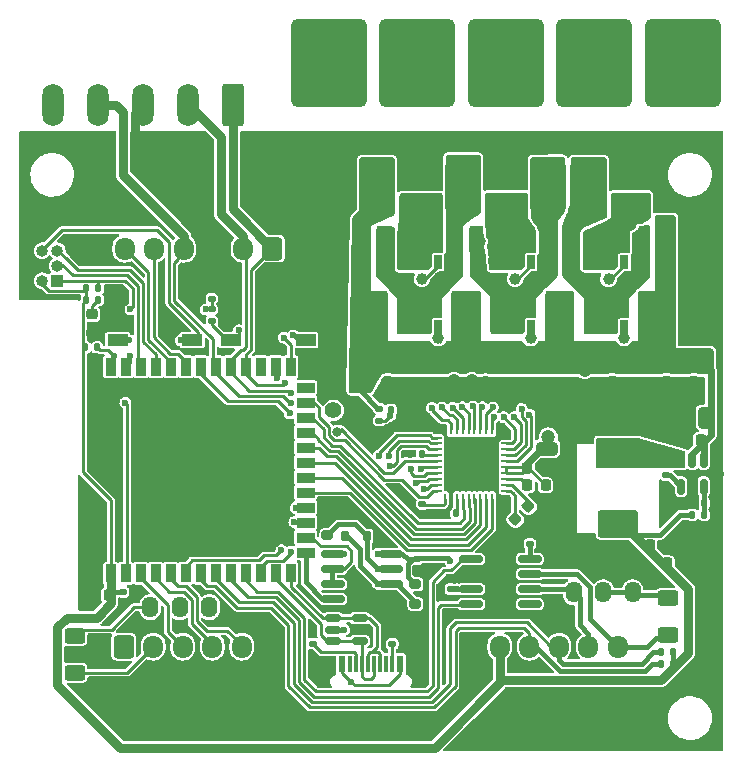
<source format=gbr>
%TF.GenerationSoftware,KiCad,Pcbnew,(6.0.7)*%
%TF.CreationDate,2023-02-02T22:14:04+01:00*%
%TF.ProjectId,bldc,626c6463-2e6b-4696-9361-645f70636258,rev?*%
%TF.SameCoordinates,Original*%
%TF.FileFunction,Copper,L1,Top*%
%TF.FilePolarity,Positive*%
%FSLAX46Y46*%
G04 Gerber Fmt 4.6, Leading zero omitted, Abs format (unit mm)*
G04 Created by KiCad (PCBNEW (6.0.7)) date 2023-02-02 22:14:04*
%MOMM*%
%LPD*%
G01*
G04 APERTURE LIST*
G04 Aperture macros list*
%AMRoundRect*
0 Rectangle with rounded corners*
0 $1 Rounding radius*
0 $2 $3 $4 $5 $6 $7 $8 $9 X,Y pos of 4 corners*
0 Add a 4 corners polygon primitive as box body*
4,1,4,$2,$3,$4,$5,$6,$7,$8,$9,$2,$3,0*
0 Add four circle primitives for the rounded corners*
1,1,$1+$1,$2,$3*
1,1,$1+$1,$4,$5*
1,1,$1+$1,$6,$7*
1,1,$1+$1,$8,$9*
0 Add four rect primitives between the rounded corners*
20,1,$1+$1,$2,$3,$4,$5,0*
20,1,$1+$1,$4,$5,$6,$7,0*
20,1,$1+$1,$6,$7,$8,$9,0*
20,1,$1+$1,$8,$9,$2,$3,0*%
G04 Aperture macros list end*
%TA.AperFunction,SMDPad,CuDef*%
%ADD10R,0.900000X1.850000*%
%TD*%
%TA.AperFunction,SMDPad,CuDef*%
%ADD11R,0.650000X1.151000*%
%TD*%
%TA.AperFunction,SMDPad,CuDef*%
%ADD12R,1.000000X1.350000*%
%TD*%
%TA.AperFunction,SMDPad,CuDef*%
%ADD13R,0.650000X1.350000*%
%TD*%
%TA.AperFunction,SMDPad,CuDef*%
%ADD14RoundRect,0.175000X0.175000X-0.275000X0.175000X0.275000X-0.175000X0.275000X-0.175000X-0.275000X0*%
%TD*%
%TA.AperFunction,SMDPad,CuDef*%
%ADD15RoundRect,0.250000X-0.650000X0.325000X-0.650000X-0.325000X0.650000X-0.325000X0.650000X0.325000X0*%
%TD*%
%TA.AperFunction,SMDPad,CuDef*%
%ADD16RoundRect,0.250000X1.425000X-0.362500X1.425000X0.362500X-1.425000X0.362500X-1.425000X-0.362500X0*%
%TD*%
%TA.AperFunction,ComponentPad*%
%ADD17RoundRect,0.650000X2.600000X3.100000X-2.600000X3.100000X-2.600000X-3.100000X2.600000X-3.100000X0*%
%TD*%
%TA.AperFunction,SMDPad,CuDef*%
%ADD18RoundRect,0.225000X-0.225000X-0.250000X0.225000X-0.250000X0.225000X0.250000X-0.225000X0.250000X0*%
%TD*%
%TA.AperFunction,SMDPad,CuDef*%
%ADD19RoundRect,0.250000X0.325000X0.650000X-0.325000X0.650000X-0.325000X-0.650000X0.325000X-0.650000X0*%
%TD*%
%TA.AperFunction,SMDPad,CuDef*%
%ADD20RoundRect,0.135000X-0.135000X-0.185000X0.135000X-0.185000X0.135000X0.185000X-0.135000X0.185000X0*%
%TD*%
%TA.AperFunction,SMDPad,CuDef*%
%ADD21RoundRect,0.140000X0.170000X-0.140000X0.170000X0.140000X-0.170000X0.140000X-0.170000X-0.140000X0*%
%TD*%
%TA.AperFunction,SMDPad,CuDef*%
%ADD22RoundRect,0.250000X0.625000X-0.400000X0.625000X0.400000X-0.625000X0.400000X-0.625000X-0.400000X0*%
%TD*%
%TA.AperFunction,ComponentPad*%
%ADD23O,1.400000X1.800000*%
%TD*%
%TA.AperFunction,SMDPad,CuDef*%
%ADD24RoundRect,0.250000X-0.325000X-0.650000X0.325000X-0.650000X0.325000X0.650000X-0.325000X0.650000X0*%
%TD*%
%TA.AperFunction,SMDPad,CuDef*%
%ADD25RoundRect,0.250000X-0.625000X0.400000X-0.625000X-0.400000X0.625000X-0.400000X0.625000X0.400000X0*%
%TD*%
%TA.AperFunction,SMDPad,CuDef*%
%ADD26RoundRect,0.200000X-0.275000X0.200000X-0.275000X-0.200000X0.275000X-0.200000X0.275000X0.200000X0*%
%TD*%
%TA.AperFunction,SMDPad,CuDef*%
%ADD27RoundRect,0.200000X0.275000X-0.200000X0.275000X0.200000X-0.275000X0.200000X-0.275000X-0.200000X0*%
%TD*%
%TA.AperFunction,ComponentPad*%
%ADD28R,1.000000X1.000000*%
%TD*%
%TA.AperFunction,ComponentPad*%
%ADD29O,1.000000X1.000000*%
%TD*%
%TA.AperFunction,ComponentPad*%
%ADD30O,1.000000X2.100000*%
%TD*%
%TA.AperFunction,ComponentPad*%
%ADD31O,1.000000X1.600000*%
%TD*%
%TA.AperFunction,SMDPad,CuDef*%
%ADD32R,0.600000X1.450000*%
%TD*%
%TA.AperFunction,SMDPad,CuDef*%
%ADD33R,0.300000X1.450000*%
%TD*%
%TA.AperFunction,SMDPad,CuDef*%
%ADD34RoundRect,0.135000X-0.185000X0.135000X-0.185000X-0.135000X0.185000X-0.135000X0.185000X0.135000X0*%
%TD*%
%TA.AperFunction,SMDPad,CuDef*%
%ADD35RoundRect,0.225000X0.225000X0.250000X-0.225000X0.250000X-0.225000X-0.250000X0.225000X-0.250000X0*%
%TD*%
%TA.AperFunction,SMDPad,CuDef*%
%ADD36RoundRect,0.235000X-1.465000X0.940000X-1.465000X-0.940000X1.465000X-0.940000X1.465000X0.940000X0*%
%TD*%
%TA.AperFunction,SMDPad,CuDef*%
%ADD37RoundRect,0.150000X0.150000X-0.512500X0.150000X0.512500X-0.150000X0.512500X-0.150000X-0.512500X0*%
%TD*%
%TA.AperFunction,SMDPad,CuDef*%
%ADD38RoundRect,0.135000X0.185000X-0.135000X0.185000X0.135000X-0.185000X0.135000X-0.185000X-0.135000X0*%
%TD*%
%TA.AperFunction,SMDPad,CuDef*%
%ADD39RoundRect,0.140000X0.140000X0.170000X-0.140000X0.170000X-0.140000X-0.170000X0.140000X-0.170000X0*%
%TD*%
%TA.AperFunction,SMDPad,CuDef*%
%ADD40RoundRect,0.135000X0.135000X0.185000X-0.135000X0.185000X-0.135000X-0.185000X0.135000X-0.185000X0*%
%TD*%
%TA.AperFunction,SMDPad,CuDef*%
%ADD41RoundRect,0.750000X-0.750000X-1.750000X0.750000X-1.750000X0.750000X1.750000X-0.750000X1.750000X0*%
%TD*%
%TA.AperFunction,ComponentPad*%
%ADD42RoundRect,0.250000X0.650000X1.550000X-0.650000X1.550000X-0.650000X-1.550000X0.650000X-1.550000X0*%
%TD*%
%TA.AperFunction,ComponentPad*%
%ADD43O,1.800000X3.600000*%
%TD*%
%TA.AperFunction,ComponentPad*%
%ADD44C,1.400000*%
%TD*%
%TA.AperFunction,ComponentPad*%
%ADD45O,1.400000X1.400000*%
%TD*%
%TA.AperFunction,SMDPad,CuDef*%
%ADD46RoundRect,0.150000X-0.825000X-0.150000X0.825000X-0.150000X0.825000X0.150000X-0.825000X0.150000X0*%
%TD*%
%TA.AperFunction,SMDPad,CuDef*%
%ADD47RoundRect,0.140000X-0.170000X0.140000X-0.170000X-0.140000X0.170000X-0.140000X0.170000X0.140000X0*%
%TD*%
%TA.AperFunction,ComponentPad*%
%ADD48RoundRect,0.250000X0.600000X0.725000X-0.600000X0.725000X-0.600000X-0.725000X0.600000X-0.725000X0*%
%TD*%
%TA.AperFunction,ComponentPad*%
%ADD49O,1.700000X1.950000*%
%TD*%
%TA.AperFunction,SMDPad,CuDef*%
%ADD50R,0.900000X1.500000*%
%TD*%
%TA.AperFunction,SMDPad,CuDef*%
%ADD51R,1.500000X0.900000*%
%TD*%
%TA.AperFunction,SMDPad,CuDef*%
%ADD52R,0.900000X0.900000*%
%TD*%
%TA.AperFunction,SMDPad,CuDef*%
%ADD53RoundRect,0.225000X-0.017678X0.335876X-0.335876X0.017678X0.017678X-0.335876X0.335876X-0.017678X0*%
%TD*%
%TA.AperFunction,SMDPad,CuDef*%
%ADD54RoundRect,0.750000X0.750000X1.750000X-0.750000X1.750000X-0.750000X-1.750000X0.750000X-1.750000X0*%
%TD*%
%TA.AperFunction,ComponentPad*%
%ADD55RoundRect,0.250000X-0.600000X-0.725000X0.600000X-0.725000X0.600000X0.725000X-0.600000X0.725000X0*%
%TD*%
%TA.AperFunction,SMDPad,CuDef*%
%ADD56RoundRect,0.150000X0.512500X0.150000X-0.512500X0.150000X-0.512500X-0.150000X0.512500X-0.150000X0*%
%TD*%
%TA.AperFunction,SMDPad,CuDef*%
%ADD57R,1.700000X1.000000*%
%TD*%
%TA.AperFunction,SMDPad,CuDef*%
%ADD58RoundRect,0.218750X0.256250X-0.218750X0.256250X0.218750X-0.256250X0.218750X-0.256250X-0.218750X0*%
%TD*%
%TA.AperFunction,ComponentPad*%
%ADD59C,0.600000*%
%TD*%
%TA.AperFunction,SMDPad,CuDef*%
%ADD60R,4.150000X4.150000*%
%TD*%
%TA.AperFunction,SMDPad,CuDef*%
%ADD61RoundRect,0.062500X0.062500X0.375000X-0.062500X0.375000X-0.062500X-0.375000X0.062500X-0.375000X0*%
%TD*%
%TA.AperFunction,SMDPad,CuDef*%
%ADD62RoundRect,0.062500X0.375000X0.062500X-0.375000X0.062500X-0.375000X-0.062500X0.375000X-0.062500X0*%
%TD*%
%TA.AperFunction,ComponentPad*%
%ADD63C,1.000000*%
%TD*%
%TA.AperFunction,ViaPad*%
%ADD64C,0.600000*%
%TD*%
%TA.AperFunction,ViaPad*%
%ADD65C,1.200000*%
%TD*%
%TA.AperFunction,ViaPad*%
%ADD66C,0.800000*%
%TD*%
%TA.AperFunction,Conductor*%
%ADD67C,0.250000*%
%TD*%
%TA.AperFunction,Conductor*%
%ADD68C,0.600000*%
%TD*%
%TA.AperFunction,Conductor*%
%ADD69C,0.400000*%
%TD*%
%TA.AperFunction,Conductor*%
%ADD70C,0.800000*%
%TD*%
G04 APERTURE END LIST*
D10*
%TO.P,Q3,1,D*%
%TO.N,+48V*%
X128800000Y-113750000D03*
X135200000Y-113750000D03*
X135200000Y-116150000D03*
X128800000Y-116150000D03*
D11*
%TO.P,Q3,2,G*%
%TO.N,/GHB*%
X133550000Y-115900000D03*
D12*
%TO.P,Q3,3,S*%
%TO.N,/SHB*%
X130625000Y-115800000D03*
D13*
X133550000Y-114100000D03*
D12*
X132175000Y-114100000D03*
X132175000Y-115800000D03*
X130625000Y-114100000D03*
%TD*%
D10*
%TO.P,Q6,1,D*%
%TO.N,/SHC*%
X120900000Y-110650000D03*
X127300000Y-108250000D03*
X127300000Y-110650000D03*
X120900000Y-108250000D03*
D11*
%TO.P,Q6,2,G*%
%TO.N,/GLC*%
X125650000Y-110400000D03*
D12*
%TO.P,Q6,3,S*%
%TO.N,/SPC*%
X122725000Y-108600000D03*
D13*
X125650000Y-108600000D03*
D12*
X124275000Y-108600000D03*
X122725000Y-110300000D03*
X124275000Y-110300000D03*
%TD*%
D10*
%TO.P,Q2,1,D*%
%TO.N,/SHA*%
X136700000Y-108250000D03*
X143100000Y-110650000D03*
X143100000Y-108250000D03*
X136700000Y-110650000D03*
D11*
%TO.P,Q2,2,G*%
%TO.N,/GLA*%
X141450000Y-110400000D03*
D12*
%TO.P,Q2,3,S*%
%TO.N,/SPA*%
X138525000Y-110300000D03*
X138525000Y-108600000D03*
X140075000Y-108600000D03*
X140075000Y-110300000D03*
D13*
X141450000Y-108600000D03*
%TD*%
D10*
%TO.P,Q5,1,D*%
%TO.N,+48V*%
X127300000Y-116150000D03*
X127300000Y-113750000D03*
X120900000Y-113750000D03*
X120900000Y-116150000D03*
D11*
%TO.P,Q5,2,G*%
%TO.N,/GHC*%
X125650000Y-115900000D03*
D12*
%TO.P,Q5,3,S*%
%TO.N,/SHC*%
X124275000Y-115800000D03*
X124275000Y-114100000D03*
X122725000Y-115800000D03*
X122725000Y-114100000D03*
D13*
X125650000Y-114100000D03*
%TD*%
D10*
%TO.P,Q4,1,D*%
%TO.N,/SHB*%
X135200000Y-108250000D03*
X135200000Y-110650000D03*
X128800000Y-110650000D03*
X128800000Y-108250000D03*
D11*
%TO.P,Q4,2,G*%
%TO.N,/GLB*%
X133550000Y-110400000D03*
D12*
%TO.P,Q4,3,S*%
%TO.N,/SPB*%
X130625000Y-110300000D03*
X132175000Y-110300000D03*
D13*
X133550000Y-108600000D03*
D12*
X132175000Y-108600000D03*
X130625000Y-108600000D03*
%TD*%
D10*
%TO.P,Q1,1,D*%
%TO.N,+48V*%
X136700000Y-116150000D03*
X143100000Y-113750000D03*
X136700000Y-113750000D03*
X143100000Y-116150000D03*
D11*
%TO.P,Q1,2,G*%
%TO.N,/GHA*%
X141450000Y-115900000D03*
D12*
%TO.P,Q1,3,S*%
%TO.N,/SHA*%
X140075000Y-115800000D03*
X140075000Y-114100000D03*
D13*
X141450000Y-114100000D03*
D12*
X138525000Y-114100000D03*
X138525000Y-115800000D03*
%TD*%
D14*
%TO.P,D1,1,K*%
%TO.N,RS485A*%
X117750000Y-133600000D03*
%TO.P,D1,2,K*%
%TO.N,RS485B*%
X119650000Y-133600000D03*
%TO.P,D1,3,A*%
%TO.N,GND*%
X118700000Y-131600000D03*
%TD*%
D15*
%TO.P,C16,1*%
%TO.N,+48V*%
X119050000Y-120925000D03*
%TO.P,C16,2*%
%TO.N,GND*%
X119050000Y-123875000D03*
%TD*%
D16*
%TO.P,R2,1*%
%TO.N,/SPB*%
X131400000Y-105862500D03*
%TO.P,R2,2*%
%TO.N,GND*%
X131400000Y-99937500D03*
%TD*%
D15*
%TO.P,C15,1*%
%TO.N,+48V*%
X121400000Y-118575000D03*
%TO.P,C15,2*%
%TO.N,GND*%
X121400000Y-121525000D03*
%TD*%
D17*
%TO.P,J15,1,Pin_1*%
%TO.N,GND*%
X116400000Y-93500000D03*
%TD*%
D18*
%TO.P,C21,1*%
%TO.N,+48V*%
X133225000Y-127800000D03*
%TO.P,C21,2*%
%TO.N,GND*%
X134775000Y-127800000D03*
%TD*%
D19*
%TO.P,C3,1*%
%TO.N,+48V*%
X119375000Y-116600000D03*
%TO.P,C3,2*%
%TO.N,GND*%
X116425000Y-116600000D03*
%TD*%
D20*
%TO.P,R6,1*%
%TO.N,+3V3*%
X147190000Y-131800000D03*
%TO.P,R6,2*%
%TO.N,Net-(R6-Pad2)*%
X148210000Y-131800000D03*
%TD*%
D21*
%TO.P,C35,1*%
%TO.N,GND*%
X123850000Y-136530000D03*
%TO.P,C35,2*%
%TO.N,+3V3*%
X123850000Y-135570000D03*
%TD*%
D18*
%TO.P,C37,1*%
%TO.N,+3V3*%
X145075000Y-135900000D03*
%TO.P,C37,2*%
%TO.N,GND*%
X146625000Y-135900000D03*
%TD*%
D22*
%TO.P,R27,1*%
%TO.N,RS485A*%
X94900000Y-145150000D03*
%TO.P,R27,2*%
%TO.N,Net-(R27-Pad2)*%
X94900000Y-142050000D03*
%TD*%
D19*
%TO.P,C17,1*%
%TO.N,+48V*%
X119375000Y-114300000D03*
%TO.P,C17,2*%
%TO.N,GND*%
X116425000Y-114300000D03*
%TD*%
D16*
%TO.P,R3,1*%
%TO.N,/SPC*%
X124200000Y-105862500D03*
%TO.P,R3,2*%
%TO.N,GND*%
X124200000Y-99937500D03*
%TD*%
D23*
%TO.P,SW1,1,A*%
%TO.N,CANL*%
X137150000Y-138350000D03*
%TO.P,SW1,2,B*%
%TO.N,Net-(R10-Pad1)*%
X139650000Y-138350000D03*
%TO.P,SW1,3,C*%
X142150000Y-138350000D03*
%TD*%
D24*
%TO.P,C31,1*%
%TO.N,+48V*%
X144625000Y-107350000D03*
%TO.P,C31,2*%
%TO.N,GND*%
X147575000Y-107350000D03*
%TD*%
D25*
%TO.P,R10,1*%
%TO.N,Net-(R10-Pad1)*%
X145100000Y-138850000D03*
%TO.P,R10,2*%
%TO.N,CANH*%
X145100000Y-141950000D03*
%TD*%
D26*
%TO.P,R26,1*%
%TO.N,+3V3*%
X123750000Y-137675000D03*
%TO.P,R26,2*%
%TO.N,RS485A*%
X123750000Y-139325000D03*
%TD*%
D27*
%TO.P,R25,1*%
%TO.N,RS485B*%
X116300000Y-133525000D03*
%TO.P,R25,2*%
%TO.N,GND*%
X116300000Y-131875000D03*
%TD*%
D28*
%TO.P,J7,1,Pin_1*%
%TO.N,PROG_EN*%
X93435000Y-111970000D03*
D29*
%TO.P,J7,2,Pin_2*%
%TO.N,+3V3*%
X92165000Y-111970000D03*
%TO.P,J7,3,Pin_3*%
%TO.N,PROG_TX*%
X93435000Y-110700000D03*
%TO.P,J7,4,Pin_4*%
%TO.N,GND*%
X92165000Y-110700000D03*
%TO.P,J7,5,Pin_5*%
%TO.N,PROG_RX*%
X93435000Y-109430000D03*
%TO.P,J7,6,Pin_6*%
%TO.N,PROG_IO0*%
X92165000Y-109430000D03*
%TD*%
D30*
%TO.P,J8,S1,SHIELD*%
%TO.N,GND*%
X115680000Y-145370000D03*
D31*
X124320000Y-149550000D03*
D30*
X124320000Y-145370000D03*
D31*
X115680000Y-149550000D03*
D32*
%TO.P,J8,B12,GND*%
X116750000Y-144455000D03*
%TO.P,J8,B9,VBUS*%
%TO.N,+5V*%
X117550000Y-144455000D03*
D33*
%TO.P,J8,B8,SBU2*%
%TO.N,unconnected-(J8-PadB8)*%
X118250000Y-144455000D03*
%TO.P,J8,B7,D-*%
%TO.N,/USB-*%
X119250000Y-144455000D03*
%TO.P,J8,B6,D+*%
%TO.N,/USB+*%
X120750000Y-144455000D03*
%TO.P,J8,B5,CC2*%
%TO.N,Net-(J8-PadB5)*%
X121750000Y-144455000D03*
D32*
%TO.P,J8,B4,VBUS*%
%TO.N,+5V*%
X122450000Y-144455000D03*
%TO.P,J8,B1,GND*%
%TO.N,GND*%
X123250000Y-144455000D03*
%TO.P,J8,A12,GND*%
X123250000Y-144455000D03*
%TO.P,J8,A9,VBUS*%
%TO.N,+5V*%
X122450000Y-144455000D03*
D33*
%TO.P,J8,A8,SBU1*%
%TO.N,unconnected-(J8-PadA8)*%
X121250000Y-144455000D03*
%TO.P,J8,A7,D-*%
%TO.N,/USB-*%
X120250000Y-144455000D03*
%TO.P,J8,A6,D+*%
%TO.N,/USB+*%
X119750000Y-144455000D03*
%TO.P,J8,A5,CC1*%
%TO.N,Net-(J8-PadA5)*%
X118750000Y-144455000D03*
D32*
%TO.P,J8,A4,VBUS*%
%TO.N,+5V*%
X117550000Y-144455000D03*
%TO.P,J8,A1,GND*%
%TO.N,GND*%
X116750000Y-144455000D03*
%TD*%
D34*
%TO.P,R18,1*%
%TO.N,/CAL*%
X124350000Y-130890000D03*
%TO.P,R18,2*%
%TO.N,GND*%
X124350000Y-131910000D03*
%TD*%
D17*
%TO.P,J13,1,Pin_1*%
%TO.N,/SHC*%
X131400000Y-93500000D03*
%TD*%
D24*
%TO.P,C32,1*%
%TO.N,+48V*%
X144625000Y-109650000D03*
%TO.P,C32,2*%
%TO.N,GND*%
X147575000Y-109650000D03*
%TD*%
D35*
%TO.P,C40,1*%
%TO.N,+3V3*%
X97775000Y-138600000D03*
%TO.P,C40,2*%
%TO.N,GND*%
X96225000Y-138600000D03*
%TD*%
D36*
%TO.P,L1,1*%
%TO.N,/SW*%
X140900000Y-126487500D03*
%TO.P,L1,2*%
%TO.N,+3V3*%
X140900000Y-132537500D03*
%TD*%
D37*
%TO.P,U3,1,BOOST*%
%TO.N,Net-(C27-Pad2)*%
X146250000Y-129400000D03*
%TO.P,U3,2,GND*%
%TO.N,GND*%
X147200000Y-129400000D03*
%TO.P,U3,3,FB*%
%TO.N,Net-(R6-Pad2)*%
X148150000Y-129400000D03*
%TO.P,U3,4,EN*%
%TO.N,+48V*%
X148150000Y-127125000D03*
%TO.P,U3,5,VIN*%
X147200000Y-127125000D03*
%TO.P,U3,6,SW*%
%TO.N,/SW*%
X146250000Y-127125000D03*
%TD*%
D15*
%TO.P,C8,1*%
%TO.N,+48V*%
X123700000Y-118575000D03*
%TO.P,C8,2*%
%TO.N,GND*%
X123700000Y-121525000D03*
%TD*%
D19*
%TO.P,C6,1*%
%TO.N,+48V*%
X119375000Y-118900000D03*
%TO.P,C6,2*%
%TO.N,GND*%
X116425000Y-118900000D03*
%TD*%
D38*
%TO.P,R5,1*%
%TO.N,Net-(J8-PadB5)*%
X121800000Y-142710000D03*
%TO.P,R5,2*%
%TO.N,GND*%
X121800000Y-141690000D03*
%TD*%
D39*
%TO.P,C25,1*%
%TO.N,Net-(C25-Pad1)*%
X127180000Y-131650000D03*
%TO.P,C25,2*%
%TO.N,GND*%
X126220000Y-131650000D03*
%TD*%
D15*
%TO.P,C7,1*%
%TO.N,+48V*%
X135800000Y-118575000D03*
%TO.P,C7,2*%
%TO.N,GND*%
X135800000Y-121525000D03*
%TD*%
D40*
%TO.P,R12,1*%
%TO.N,PROG_EN*%
X96910000Y-112600000D03*
%TO.P,R12,2*%
%TO.N,+3V3*%
X95890000Y-112600000D03*
%TD*%
D17*
%TO.P,J14,1,Pin_1*%
%TO.N,+48V*%
X123900000Y-93500000D03*
%TD*%
D41*
%TO.P,J5,1,Pin_1*%
%TO.N,GND*%
X117100000Y-104000000D03*
%TD*%
D42*
%TO.P,J16,1,Pin_1*%
%TO.N,POS_MOSI*%
X108300000Y-97100000D03*
D43*
%TO.P,J16,2,Pin_2*%
%TO.N,POS_MISO*%
X104490000Y-97100000D03*
%TO.P,J16,3,Pin_3*%
%TO.N,GND*%
X100680000Y-97100000D03*
%TO.P,J16,4,Pin_4*%
%TO.N,POS_SCK*%
X96870000Y-97100000D03*
%TO.P,J16,5,Pin_5*%
%TO.N,POS_CS_EXT*%
X93060000Y-97100000D03*
%TD*%
D44*
%TO.P,TH1,1*%
%TO.N,TEMP*%
X116800000Y-122955000D03*
D45*
%TO.P,TH1,2*%
%TO.N,GND*%
X116800000Y-121055000D03*
%TD*%
D38*
%TO.P,R4,1*%
%TO.N,Net-(J8-PadA5)*%
X115100000Y-142710000D03*
%TO.P,R4,2*%
%TO.N,GND*%
X115100000Y-141690000D03*
%TD*%
D46*
%TO.P,U6,1,D*%
%TO.N,CAN_TX*%
X128475000Y-135545000D03*
%TO.P,U6,2,GND*%
%TO.N,GND*%
X128475000Y-136815000D03*
%TO.P,U6,3,VCC*%
%TO.N,+3V3*%
X128475000Y-138085000D03*
%TO.P,U6,4,R*%
%TO.N,CAN_RX*%
X128475000Y-139355000D03*
%TO.P,U6,5,Vref*%
%TO.N,unconnected-(U6-Pad5)*%
X133425000Y-139355000D03*
%TO.P,U6,6,CANL*%
%TO.N,CANL*%
X133425000Y-138085000D03*
%TO.P,U6,7,CANH*%
%TO.N,CANH*%
X133425000Y-136815000D03*
%TO.P,U6,8,Rs*%
%TO.N,Net-(R9-Pad1)*%
X133425000Y-135545000D03*
%TD*%
D21*
%TO.P,C42,1*%
%TO.N,GND*%
X99000000Y-139280000D03*
%TO.P,C42,2*%
%TO.N,+3V3*%
X99000000Y-138320000D03*
%TD*%
D35*
%TO.P,C26,1*%
%TO.N,+48V*%
X147925000Y-125450000D03*
%TO.P,C26,2*%
%TO.N,GND*%
X146375000Y-125450000D03*
%TD*%
D23*
%TO.P,SW3,1,A*%
%TO.N,RS485B*%
X106300000Y-139600000D03*
%TO.P,SW3,2,B*%
X103800000Y-139600000D03*
%TO.P,SW3,3,C*%
%TO.N,Net-(R27-Pad2)*%
X101300000Y-139600000D03*
%TD*%
D47*
%TO.P,C27,1*%
%TO.N,/SW*%
X144950000Y-127470000D03*
%TO.P,C27,2*%
%TO.N,Net-(C27-Pad2)*%
X144950000Y-128430000D03*
%TD*%
D15*
%TO.P,C4,1*%
%TO.N,+48V*%
X133500000Y-118575000D03*
%TO.P,C4,2*%
%TO.N,GND*%
X133500000Y-121525000D03*
%TD*%
D48*
%TO.P,J6,1,Pin_1*%
%TO.N,POS_MOSI*%
X111650000Y-109250000D03*
D49*
%TO.P,J6,2,Pin_2*%
%TO.N,POS_MISO*%
X109150000Y-109250000D03*
%TO.P,J6,3,Pin_3*%
%TO.N,GND*%
X106650000Y-109250000D03*
%TO.P,J6,4,Pin_4*%
%TO.N,POS_SCK*%
X104150000Y-109250000D03*
%TO.P,J6,5,Pin_5*%
%TO.N,POS_CS_EXT*%
X101650000Y-109250000D03*
%TO.P,J6,6,Pin_6*%
%TO.N,/IO3*%
X99150000Y-109250000D03*
%TD*%
D50*
%TO.P,U2,1,GND*%
%TO.N,GND*%
X96690000Y-136750000D03*
%TO.P,U2,2,3V3*%
%TO.N,+3V3*%
X97960000Y-136750000D03*
%TO.P,U2,3,EN*%
%TO.N,PROG_EN*%
X99230000Y-136750000D03*
%TO.P,U2,4,GPIO4/TOUCH4/ADC1_CH3*%
%TO.N,/IO0*%
X100500000Y-136750000D03*
%TO.P,U2,5,GPIO5/TOUCH5/ADC1_CH4*%
%TO.N,/IO1*%
X101770000Y-136750000D03*
%TO.P,U2,6,GPIO6/TOUCH6/ADC1_CH5*%
%TO.N,/IO2*%
X103040000Y-136750000D03*
%TO.P,U2,7,GPIO7/TOUCH7/ADC1_CH6*%
%TO.N,485_RO*%
X104310000Y-136750000D03*
%TO.P,U2,8,GPIO15/U0RTS/ADC2_CH4/XTAL_32K_P*%
%TO.N,SCL*%
X105580000Y-136750000D03*
%TO.P,U2,9,GPIO16/U0CTS/ADC2_CH5/XTAL_32K_NH5*%
%TO.N,SDA*%
X106850000Y-136750000D03*
%TO.P,U2,10,GPIO17/U1TXD/ADC2_CH6*%
%TO.N,CAN_RX*%
X108120000Y-136750000D03*
%TO.P,U2,11,GPIO18/U1RXD/ADC2_CH7/CLK_OUT3*%
%TO.N,CAN_TX*%
X109390000Y-136750000D03*
%TO.P,U2,12,GPIO8/TOUCH8/ADC1_CH7/SUBSPICS1*%
%TO.N,/SOA*%
X110660000Y-136750000D03*
%TO.P,U2,13,GPIO19/U1RTS/ADC2_CH8/CLK_OUT2/USB_D-*%
%TO.N,/USB-*%
X111930000Y-136750000D03*
%TO.P,U2,14,GPIO20/U1CTS/ADC2_CH9/CLK_OUT1/USB_D+*%
%TO.N,/USB+*%
X113200000Y-136750000D03*
D51*
%TO.P,U2,15,GPIO3/TOUCH3/ADC1_CH2*%
%TO.N,485_DI*%
X114450000Y-134985000D03*
%TO.P,U2,16,GPIO46*%
%TO.N,485_DE*%
X114450000Y-133715000D03*
%TO.P,U2,17,GPIO9/TOUCH9/ADC1_CH8/FSPIHD/SUBSPIHD*%
%TO.N,/SOB*%
X114450000Y-132445000D03*
%TO.P,U2,18,GPIO10/TOUCH10/ADC1_CH9/FSPICS0/FSPIIO4/SUBSPICS0*%
%TO.N,/SOC*%
X114450000Y-131175000D03*
%TO.P,U2,19,GPIO11/TOUCH11/ADC2_CH0/FSPID/FSPIIO5/SUBSPID*%
%TO.N,/INLC*%
X114450000Y-129905000D03*
%TO.P,U2,20,GPIO12/TOUCH12/ADC2_CH1/FSPICLK/FSPIIO6/SUBSPICLK*%
%TO.N,/INHC*%
X114450000Y-128635000D03*
%TO.P,U2,21,GPIO13/TOUCH13/ADC2_CH2/FSPIQ/FSPIIO7/SUBSPIQ*%
%TO.N,/INLB*%
X114450000Y-127365000D03*
%TO.P,U2,22,GPIO14/TOUCH14/ADC2_CH3/FSPIWP/FSPIDQS/SUBSPIWP*%
%TO.N,/INHB*%
X114450000Y-126095000D03*
%TO.P,U2,23,GPIO21*%
%TO.N,/INLA*%
X114450000Y-124825000D03*
%TO.P,U2,24,GPIO47/SPICLK_P/SUBSPICLK_P_DIFF*%
%TO.N,/INHA*%
X114450000Y-123555000D03*
%TO.P,U2,25,GPIO48/SPICLK_N/SUBSPICLK_N_DIFF*%
%TO.N,/ENABLE*%
X114450000Y-122285000D03*
%TO.P,U2,26,GPIO45*%
%TO.N,unconnected-(U2-Pad26)*%
X114450000Y-121015000D03*
D50*
%TO.P,U2,27,GPIO0/BOOT*%
%TO.N,PROG_IO0*%
X113200000Y-119250000D03*
%TO.P,U2,28,SPIIO6/GPIO35/FSPID/SUBSPID*%
%TO.N,/FAULT*%
X111930000Y-119250000D03*
%TO.P,U2,29,SPIIO7/GPIO36/FSPICLK/SUBSPICLK*%
%TO.N,unconnected-(U2-Pad29)*%
X110660000Y-119250000D03*
%TO.P,U2,30,SPIDQS/GPIO37/FSPIQ/SUBSPIQ*%
%TO.N,POS_MOSI*%
X109390000Y-119250000D03*
%TO.P,U2,31,GPIO38/FSPIWP/SUBSPIWP*%
%TO.N,POS_MISO*%
X108120000Y-119250000D03*
%TO.P,U2,32,MTCK/GPIO39/CLK_OUT3/SUBSPICS1*%
%TO.N,POS_SCK*%
X106850000Y-119250000D03*
%TO.P,U2,33,MTDO/GPIO40/CLK_OUT2*%
%TO.N,POS_CS*%
X105580000Y-119250000D03*
%TO.P,U2,34,MTDI/GPIO41/CLK_OUT1*%
%TO.N,POS_CS_EXT*%
X104310000Y-119250000D03*
%TO.P,U2,35,MTMS/GPIO42*%
%TO.N,/IO3*%
X103040000Y-119250000D03*
%TO.P,U2,36,U0RXD/GPIO44/CLK_OUT2*%
%TO.N,PROG_RX*%
X101770000Y-119250000D03*
%TO.P,U2,37,U0TXD/GPIO43/CLK_OUT1*%
%TO.N,PROG_TX*%
X100500000Y-119250000D03*
%TO.P,U2,38,GPIO2/TOUCH2/ADC1_CH1*%
%TO.N,VOLT*%
X99230000Y-119250000D03*
%TO.P,U2,39,GPIO1/TOUCH1/ADC1_CH0*%
%TO.N,TEMP*%
X97960000Y-119250000D03*
%TO.P,U2,40,GND*%
%TO.N,GND*%
X96690000Y-119250000D03*
D52*
%TO.P,U2,41,GND*%
X105810000Y-128100000D03*
X103010000Y-129500000D03*
X104410000Y-128100000D03*
X105810000Y-129500000D03*
X103010000Y-128100000D03*
X105810000Y-130900000D03*
X103010000Y-130900000D03*
X104410000Y-129500000D03*
X104410000Y-130900000D03*
%TD*%
D53*
%TO.P,C24,1*%
%TO.N,Net-(C24-Pad1)*%
X133298008Y-131051992D03*
%TO.P,C24,2*%
%TO.N,Net-(C24-Pad2)*%
X132201992Y-132148008D03*
%TD*%
D40*
%TO.P,R15,1*%
%TO.N,+3V3*%
X145560000Y-143400000D03*
%TO.P,R15,2*%
%TO.N,SDA*%
X144540000Y-143400000D03*
%TD*%
D54*
%TO.P,J2,1,Pin_1*%
%TO.N,/SHB*%
X135000000Y-104000000D03*
%TD*%
D17*
%TO.P,J11,1,Pin_1*%
%TO.N,/SHA*%
X146400000Y-93500000D03*
%TD*%
D20*
%TO.P,R29,1*%
%TO.N,VOLT*%
X121690000Y-122900000D03*
%TO.P,R29,2*%
%TO.N,GND*%
X122710000Y-122900000D03*
%TD*%
D24*
%TO.P,C29,1*%
%TO.N,+48V*%
X144625000Y-111950000D03*
%TO.P,C29,2*%
%TO.N,GND*%
X147575000Y-111950000D03*
%TD*%
%TO.P,C18,1*%
%TO.N,+48V*%
X144625000Y-114250000D03*
%TO.P,C18,2*%
%TO.N,GND*%
X147575000Y-114250000D03*
%TD*%
D21*
%TO.P,C41,1*%
%TO.N,PROG_EN*%
X106500000Y-113480000D03*
%TO.P,C41,2*%
%TO.N,GND*%
X106500000Y-112520000D03*
%TD*%
D38*
%TO.P,R11,1*%
%TO.N,Net-(R11-Pad1)*%
X106500000Y-115410000D03*
%TO.P,R11,2*%
%TO.N,PROG_EN*%
X106500000Y-114390000D03*
%TD*%
D15*
%TO.P,C13,1*%
%TO.N,+48V*%
X140400000Y-118575000D03*
%TO.P,C13,2*%
%TO.N,GND*%
X140400000Y-121525000D03*
%TD*%
D19*
%TO.P,C14,1*%
%TO.N,+48V*%
X119375000Y-112000000D03*
%TO.P,C14,2*%
%TO.N,GND*%
X116425000Y-112000000D03*
%TD*%
D55*
%TO.P,J10,1,Pin_1*%
%TO.N,RS485B*%
X99050000Y-142950000D03*
D49*
%TO.P,J10,2,Pin_2*%
%TO.N,RS485A*%
X101550000Y-142950000D03*
%TO.P,J10,3,Pin_3*%
%TO.N,/IO0*%
X104050000Y-142950000D03*
%TO.P,J10,4,Pin_4*%
%TO.N,/IO1*%
X106550000Y-142950000D03*
%TO.P,J10,5,Pin_5*%
%TO.N,/IO2*%
X109050000Y-142950000D03*
%TO.P,J10,6,Pin_6*%
%TO.N,GND*%
X111550000Y-142950000D03*
%TD*%
D18*
%TO.P,C36,1*%
%TO.N,+3V3*%
X143575000Y-134350000D03*
%TO.P,C36,2*%
%TO.N,GND*%
X145125000Y-134350000D03*
%TD*%
D40*
%TO.P,R14,1*%
%TO.N,+3V3*%
X145560000Y-144400000D03*
%TO.P,R14,2*%
%TO.N,SCL*%
X144540000Y-144400000D03*
%TD*%
D15*
%TO.P,C5,1*%
%TO.N,+48V*%
X128300000Y-118575000D03*
%TO.P,C5,2*%
%TO.N,GND*%
X128300000Y-121525000D03*
%TD*%
D20*
%TO.P,R30,1*%
%TO.N,+3V3*%
X95800000Y-117600000D03*
%TO.P,R30,2*%
%TO.N,TEMP*%
X96820000Y-117600000D03*
%TD*%
D40*
%TO.P,R7,1*%
%TO.N,Net-(R6-Pad2)*%
X148210000Y-130800000D03*
%TO.P,R7,2*%
%TO.N,GND*%
X147190000Y-130800000D03*
%TD*%
D21*
%TO.P,C33,1*%
%TO.N,+3V3*%
X126750000Y-138080000D03*
%TO.P,C33,2*%
%TO.N,GND*%
X126750000Y-137120000D03*
%TD*%
D46*
%TO.P,U7,1,RO*%
%TO.N,485_RO*%
X116775000Y-135095000D03*
%TO.P,U7,2,~{RE}*%
%TO.N,485_DE*%
X116775000Y-136365000D03*
%TO.P,U7,3,DE*%
X116775000Y-137635000D03*
%TO.P,U7,4,DI*%
%TO.N,485_DI*%
X116775000Y-138905000D03*
%TO.P,U7,5,GND*%
%TO.N,GND*%
X121725000Y-138905000D03*
%TO.P,U7,6,A*%
%TO.N,RS485A*%
X121725000Y-137635000D03*
%TO.P,U7,7,B*%
%TO.N,RS485B*%
X121725000Y-136365000D03*
%TO.P,U7,8,VCC*%
%TO.N,+3V3*%
X121725000Y-135095000D03*
%TD*%
D15*
%TO.P,C2,1*%
%TO.N,+48V*%
X145000000Y-118575000D03*
%TO.P,C2,2*%
%TO.N,GND*%
X145000000Y-121525000D03*
%TD*%
D35*
%TO.P,C23,1*%
%TO.N,+48V*%
X134775000Y-129300000D03*
%TO.P,C23,2*%
%TO.N,Net-(C23-Pad2)*%
X133225000Y-129300000D03*
%TD*%
D17*
%TO.P,J12,1,Pin_1*%
%TO.N,/SHB*%
X138900000Y-93500000D03*
%TD*%
D15*
%TO.P,C12,1*%
%TO.N,+48V*%
X142700000Y-118575000D03*
%TO.P,C12,2*%
%TO.N,GND*%
X142700000Y-121525000D03*
%TD*%
%TO.P,C28,1*%
%TO.N,+48V*%
X147300000Y-118575000D03*
%TO.P,C28,2*%
%TO.N,GND*%
X147300000Y-121525000D03*
%TD*%
%TO.P,C19,1*%
%TO.N,+48V*%
X126000000Y-118575000D03*
%TO.P,C19,2*%
%TO.N,GND*%
X126000000Y-121525000D03*
%TD*%
D56*
%TO.P,U5,1,IO1*%
%TO.N,/USB-*%
X119037500Y-142450000D03*
%TO.P,U5,2,VN*%
%TO.N,GND*%
X119037500Y-141500000D03*
%TO.P,U5,3,IO2*%
%TO.N,/USB+*%
X119037500Y-140550000D03*
%TO.P,U5,4,IO3*%
X116762500Y-140550000D03*
%TO.P,U5,5,VP*%
%TO.N,+5V*%
X116762500Y-141500000D03*
%TO.P,U5,6,IO4*%
%TO.N,/USB-*%
X116762500Y-142450000D03*
%TD*%
D57*
%TO.P,SW2,1,1*%
%TO.N,Net-(R11-Pad1)*%
X108150000Y-117000000D03*
X114450000Y-117000000D03*
%TO.P,SW2,2,2*%
%TO.N,GND*%
X114450000Y-113200000D03*
X108150000Y-113200000D03*
%TD*%
D24*
%TO.P,C11,1*%
%TO.N,+48V*%
X144625000Y-116550000D03*
%TO.P,C11,2*%
%TO.N,GND*%
X147575000Y-116550000D03*
%TD*%
D41*
%TO.P,J3,1,Pin_1*%
%TO.N,/SHC*%
X127800000Y-104000000D03*
%TD*%
D54*
%TO.P,J1,1,Pin_1*%
%TO.N,/SHA*%
X138400000Y-104000000D03*
%TD*%
D57*
%TO.P,SW4,1,1*%
%TO.N,GND*%
X104850000Y-113200000D03*
X98550000Y-113200000D03*
%TO.P,SW4,2,2*%
%TO.N,PROG_IO0*%
X104850000Y-117000000D03*
X98550000Y-117000000D03*
%TD*%
D58*
%TO.P,D7,1,K*%
%TO.N,GND*%
X96400000Y-116387500D03*
%TO.P,D7,2,A*%
%TO.N,Net-(D7-Pad2)*%
X96400000Y-114812500D03*
%TD*%
D15*
%TO.P,C1,1*%
%TO.N,+48V*%
X130600000Y-118575000D03*
%TO.P,C1,2*%
%TO.N,GND*%
X130600000Y-121525000D03*
%TD*%
D34*
%TO.P,R28,1*%
%TO.N,+48V*%
X120700000Y-122790000D03*
%TO.P,R28,2*%
%TO.N,VOLT*%
X120700000Y-123810000D03*
%TD*%
D19*
%TO.P,C9,1*%
%TO.N,+48V*%
X119375000Y-109700000D03*
%TO.P,C9,2*%
%TO.N,GND*%
X116425000Y-109700000D03*
%TD*%
D59*
%TO.P,U1,41,PAD*%
%TO.N,GND*%
X128000000Y-127000000D03*
X130000000Y-126000000D03*
X128000000Y-128000000D03*
X130000000Y-128000000D03*
X127000000Y-129000000D03*
X130000000Y-129000000D03*
X127000000Y-126000000D03*
X127000000Y-128000000D03*
X128000000Y-129000000D03*
X129000000Y-128000000D03*
X129000000Y-129000000D03*
D60*
X128500000Y-127500000D03*
D59*
X130000000Y-127000000D03*
X127000000Y-127000000D03*
X128000000Y-126000000D03*
X129000000Y-126000000D03*
X129000000Y-127000000D03*
D61*
%TO.P,U1,40,PGND*%
X130750000Y-130437500D03*
%TO.P,U1,39,INLC*%
%TO.N,/INLC*%
X130250000Y-130437500D03*
%TO.P,U1,38,INHC*%
%TO.N,/INHC*%
X129750000Y-130437500D03*
%TO.P,U1,37,INLB*%
%TO.N,/INLB*%
X129250000Y-130437500D03*
%TO.P,U1,36,INHB*%
%TO.N,/INHB*%
X128750000Y-130437500D03*
%TO.P,U1,35,INLA*%
%TO.N,/INLA*%
X128250000Y-130437500D03*
%TO.P,U1,34,INHA*%
%TO.N,/INHA*%
X127750000Y-130437500D03*
%TO.P,U1,33,DVDD*%
%TO.N,Net-(C25-Pad1)*%
X127250000Y-130437500D03*
%TO.P,U1,32,AGND*%
%TO.N,GND*%
X126750000Y-130437500D03*
%TO.P,U1,31,CAL*%
%TO.N,/CAL*%
X126250000Y-130437500D03*
D62*
%TO.P,U1,30,ENABLE*%
%TO.N,/ENABLE*%
X125562500Y-129750000D03*
%TO.P,U1,29,GAIN*%
%TO.N,/GAIN*%
X125562500Y-129250000D03*
%TO.P,U1,28,VDS*%
%TO.N,/VDS*%
X125562500Y-128750000D03*
%TO.P,U1,27,IDRIVE*%
%TO.N,/IDRIVE*%
X125562500Y-128250000D03*
%TO.P,U1,26,MODE*%
%TO.N,/MODE*%
X125562500Y-127750000D03*
%TO.P,U1,25,~{FAULT}*%
%TO.N,/FAULT*%
X125562500Y-127250000D03*
%TO.P,U1,24,VREF*%
%TO.N,Net-(C22-Pad1)*%
X125562500Y-126750000D03*
%TO.P,U1,23,SOA*%
%TO.N,/SOA*%
X125562500Y-126250000D03*
%TO.P,U1,22,SOB*%
%TO.N,/SOB*%
X125562500Y-125750000D03*
%TO.P,U1,21,SOC*%
%TO.N,/SOC*%
X125562500Y-125250000D03*
D61*
%TO.P,U1,20,SNC*%
%TO.N,GND*%
X126250000Y-124562500D03*
%TO.P,U1,19,SPC*%
%TO.N,/SPC*%
X126750000Y-124562500D03*
%TO.P,U1,18,GLC*%
%TO.N,/GLC*%
X127250000Y-124562500D03*
%TO.P,U1,17,SHC*%
%TO.N,/SHC*%
X127750000Y-124562500D03*
%TO.P,U1,16,GHC*%
%TO.N,/GHC*%
X128250000Y-124562500D03*
%TO.P,U1,15,GHB*%
%TO.N,/GHB*%
X128750000Y-124562500D03*
%TO.P,U1,14,SHB*%
%TO.N,/SHB*%
X129250000Y-124562500D03*
%TO.P,U1,13,GLB*%
%TO.N,/GLB*%
X129750000Y-124562500D03*
%TO.P,U1,12,SPB*%
%TO.N,/SPB*%
X130250000Y-124562500D03*
%TO.P,U1,11,SNB*%
%TO.N,GND*%
X130750000Y-124562500D03*
D62*
%TO.P,U1,10,SNA*%
X131437500Y-125250000D03*
%TO.P,U1,9,SPA*%
%TO.N,/SPA*%
X131437500Y-125750000D03*
%TO.P,U1,8,GLA*%
%TO.N,/GLA*%
X131437500Y-126250000D03*
%TO.P,U1,7,SHA*%
%TO.N,/SHA*%
X131437500Y-126750000D03*
%TO.P,U1,6,GHA*%
%TO.N,/GHA*%
X131437500Y-127250000D03*
%TO.P,U1,5,VDRAIN*%
%TO.N,+48V*%
X131437500Y-127750000D03*
%TO.P,U1,4,VM*%
X131437500Y-128250000D03*
%TO.P,U1,3,VCP*%
%TO.N,Net-(C23-Pad2)*%
X131437500Y-128750000D03*
%TO.P,U1,2,CPH*%
%TO.N,Net-(C24-Pad1)*%
X131437500Y-129250000D03*
%TO.P,U1,1,CPL*%
%TO.N,Net-(C24-Pad2)*%
X131437500Y-129750000D03*
%TD*%
D38*
%TO.P,R9,1*%
%TO.N,Net-(R9-Pad1)*%
X133450000Y-134260000D03*
%TO.P,R9,2*%
%TO.N,GND*%
X133450000Y-133240000D03*
%TD*%
D15*
%TO.P,C20,1*%
%TO.N,GND*%
X134900000Y-123225000D03*
%TO.P,C20,2*%
%TO.N,+48V*%
X134900000Y-126175000D03*
%TD*%
D39*
%TO.P,C22,1*%
%TO.N,Net-(C22-Pad1)*%
X124280000Y-126600000D03*
%TO.P,C22,2*%
%TO.N,GND*%
X123320000Y-126600000D03*
%TD*%
D41*
%TO.P,J4,1,Pin_1*%
%TO.N,+48V*%
X120500000Y-104000000D03*
%TD*%
D55*
%TO.P,J9,1,Pin_1*%
%TO.N,GND*%
X128400000Y-142950000D03*
D49*
%TO.P,J9,2,Pin_2*%
%TO.N,+3V3*%
X130900000Y-142950000D03*
%TO.P,J9,3,Pin_3*%
%TO.N,SCL*%
X133400000Y-142950000D03*
%TO.P,J9,4,Pin_4*%
%TO.N,SDA*%
X135900000Y-142950000D03*
%TO.P,J9,5,Pin_5*%
%TO.N,CANL*%
X138400000Y-142950000D03*
%TO.P,J9,6,Pin_6*%
%TO.N,CANH*%
X140900000Y-142950000D03*
%TD*%
D19*
%TO.P,C38,1*%
%TO.N,+48V*%
X148275000Y-123550000D03*
%TO.P,C38,2*%
%TO.N,GND*%
X145325000Y-123550000D03*
%TD*%
D15*
%TO.P,C10,1*%
%TO.N,+48V*%
X138100000Y-118575000D03*
%TO.P,C10,2*%
%TO.N,GND*%
X138100000Y-121525000D03*
%TD*%
D16*
%TO.P,R1,1*%
%TO.N,/SPA*%
X142000000Y-105862500D03*
%TO.P,R1,2*%
%TO.N,GND*%
X142000000Y-99937500D03*
%TD*%
D19*
%TO.P,C30,1*%
%TO.N,+48V*%
X119375000Y-107400000D03*
%TO.P,C30,2*%
%TO.N,GND*%
X116425000Y-107400000D03*
%TD*%
D40*
%TO.P,R13,1*%
%TO.N,Net-(D7-Pad2)*%
X96910000Y-113600000D03*
%TO.P,R13,2*%
%TO.N,+3V3*%
X95890000Y-113600000D03*
%TD*%
D63*
%TO.P,TP3,1,1*%
%TO.N,/GHB*%
X133500000Y-116800000D03*
%TD*%
%TO.P,TP5,1,1*%
%TO.N,/GHC*%
X125700000Y-116800000D03*
%TD*%
%TO.P,TP1,1,1*%
%TO.N,/GHA*%
X141400000Y-116800000D03*
%TD*%
%TO.P,TP6,1,1*%
%TO.N,/GLC*%
X124300000Y-111800000D03*
%TD*%
%TO.P,TP4,1,1*%
%TO.N,/GLB*%
X132200000Y-111800000D03*
%TD*%
%TO.P,TP2,1,1*%
%TO.N,/GLA*%
X140100000Y-111800000D03*
%TD*%
D64*
%TO.N,/SHA*%
X141550000Y-111800000D03*
X141050000Y-112500000D03*
%TO.N,+48V*%
X145500000Y-106700000D03*
X145500000Y-107500000D03*
X144600000Y-108500000D03*
X145500000Y-108500000D03*
X145500000Y-109400000D03*
X144600000Y-110800000D03*
X145500000Y-110500000D03*
X145500000Y-111500000D03*
X145500000Y-112400000D03*
X143100000Y-115000000D03*
X143900000Y-114600000D03*
X143900000Y-113500000D03*
X144500000Y-113100000D03*
X145500000Y-113400000D03*
X145500000Y-114700000D03*
X144600000Y-115300000D03*
X143800000Y-115700000D03*
X143900000Y-116800000D03*
X145500000Y-116200000D03*
X145500000Y-117600000D03*
X148500000Y-119300000D03*
X146900000Y-119500000D03*
X148500000Y-118100000D03*
X146200000Y-118600000D03*
X145800000Y-119500000D03*
X142700000Y-119500000D03*
X143800000Y-119500000D03*
X143900000Y-118500000D03*
X143500000Y-117800000D03*
X142400000Y-117800000D03*
X141600000Y-118400000D03*
X141300000Y-119500000D03*
X139400000Y-119500000D03*
X139200000Y-118400000D03*
X130700000Y-117700000D03*
X128000000Y-117400000D03*
X128000000Y-116400000D03*
X128000000Y-115400000D03*
X128000000Y-114300000D03*
X128000000Y-113200000D03*
X127300000Y-114900000D03*
X128800000Y-115000000D03*
X132000000Y-117700000D03*
X129500000Y-118900000D03*
X129500000Y-117700000D03*
X127100000Y-118900000D03*
X127100000Y-117700000D03*
X122300000Y-117400000D03*
X120900000Y-115000000D03*
X121000000Y-117400000D03*
X120200000Y-118800000D03*
X119300000Y-120100000D03*
X120100000Y-120100000D03*
X119700000Y-117800000D03*
X118800000Y-117700000D03*
X119700000Y-115400000D03*
X118800000Y-115400000D03*
X119700000Y-113200000D03*
X118800000Y-113200000D03*
X119700000Y-110800000D03*
X118800000Y-110800000D03*
X119700000Y-108500000D03*
X118800000Y-108500000D03*
%TO.N,/SPB*%
X133000000Y-106750000D03*
X132100000Y-106750000D03*
X131050000Y-106750000D03*
%TO.N,/SHB*%
X129400000Y-108600000D03*
X129450000Y-110700000D03*
X129450000Y-109900000D03*
X128650000Y-109450000D03*
X132950000Y-114850000D03*
X130650000Y-114950000D03*
X132250000Y-114950000D03*
X131450000Y-116250000D03*
X131400000Y-115450000D03*
X131400000Y-114550000D03*
X131400000Y-113750000D03*
X130250000Y-112800000D03*
X129450000Y-111950000D03*
X130250000Y-111800000D03*
X131150000Y-111850000D03*
X131650000Y-112950000D03*
X133050000Y-112850000D03*
X133800000Y-112800000D03*
X134550000Y-110800000D03*
X134550000Y-109950000D03*
X135200000Y-109450000D03*
X134550000Y-109000000D03*
X134350000Y-107100000D03*
X135150000Y-107100000D03*
%TO.N,/SHA*%
X138450000Y-114900000D03*
X139250000Y-114950000D03*
X140050000Y-114950000D03*
X140800000Y-114900000D03*
X140850000Y-114150000D03*
X139250000Y-114200000D03*
X142450000Y-110750000D03*
X142450000Y-108150000D03*
X143300000Y-109450000D03*
X142500000Y-109500000D03*
X142700000Y-111900000D03*
X141800000Y-112900000D03*
X140850000Y-113400000D03*
X140100000Y-113050000D03*
X139250000Y-113350000D03*
X139000000Y-112650000D03*
X138000000Y-112850000D03*
X137350000Y-110650000D03*
X137350000Y-109750000D03*
X136550000Y-109450000D03*
X137350000Y-108900000D03*
X137350000Y-107850000D03*
X137550000Y-106950000D03*
X136700000Y-106900000D03*
%TO.N,/SPA*%
X140850000Y-104900000D03*
X141650000Y-104950000D03*
X142500000Y-104900000D03*
X143300000Y-104950000D03*
X143100000Y-106700000D03*
X140550000Y-106800000D03*
X139250000Y-108600000D03*
X140850000Y-108750000D03*
X139300000Y-110100000D03*
X139300000Y-110800000D03*
X138800000Y-109450000D03*
X139650000Y-109450000D03*
X140550000Y-109450000D03*
X139300000Y-107550000D03*
X140100000Y-107550000D03*
X140900000Y-107550000D03*
X141700000Y-107550000D03*
%TO.N,/SHC*%
X126600000Y-108400000D03*
%TO.N,/SPC*%
X123500000Y-109100000D03*
%TO.N,/SHC*%
X121600000Y-107600000D03*
X126600000Y-109200000D03*
X126600000Y-107600000D03*
X121600000Y-109200000D03*
%TO.N,/SPC*%
X124100000Y-107600000D03*
X125100000Y-108300000D03*
%TO.N,/SHC*%
X121600000Y-108400000D03*
%TO.N,/SPC*%
X125700000Y-107600000D03*
X122500000Y-107600000D03*
X125100000Y-109100000D03*
X123500000Y-108300000D03*
X124900000Y-107600000D03*
X123300000Y-107600000D03*
X122500000Y-109450000D03*
%TO.N,/SHC*%
X121600000Y-110000000D03*
X120900000Y-109450000D03*
X121600000Y-110800000D03*
X121600000Y-111600000D03*
X122500000Y-111600000D03*
X122500000Y-112400000D03*
X122500000Y-113200000D03*
X122500000Y-114950000D03*
X124900000Y-113200000D03*
X125700000Y-113200000D03*
X125700000Y-112400000D03*
X125700000Y-111600000D03*
X126600000Y-111600000D03*
X126600000Y-110800000D03*
X126600000Y-110000000D03*
X127300000Y-109450000D03*
%TO.N,/SPC*%
X124100000Y-109450000D03*
X123500000Y-109850000D03*
%TO.N,/SPB*%
X130400000Y-107600000D03*
X131200000Y-107600000D03*
X132000000Y-107600000D03*
X132800000Y-107600000D03*
X132900000Y-108300000D03*
X132900000Y-109100000D03*
X132200000Y-109450000D03*
X131400000Y-109100000D03*
X131400000Y-108300000D03*
X130700000Y-109450000D03*
X131400000Y-109900000D03*
X131400000Y-110750000D03*
X130100000Y-106800000D03*
X132500000Y-104900000D03*
X131700000Y-104900000D03*
X130900000Y-104900000D03*
X130100000Y-104900000D03*
%TO.N,/SPC*%
X122900000Y-106750000D03*
X123800000Y-106750000D03*
X124600000Y-106750000D03*
D65*
%TO.N,/SHB*%
X135800000Y-105800000D03*
X134200000Y-105800000D03*
X135800000Y-102200000D03*
X134200000Y-102200000D03*
%TO.N,/SHC*%
X127000000Y-105800000D03*
X128600000Y-105800000D03*
X128600000Y-102200000D03*
X127000000Y-102200000D03*
D64*
%TO.N,/SPC*%
X125500000Y-104900000D03*
X124600000Y-104900000D03*
X123800000Y-104900000D03*
X122900000Y-104900000D03*
X125550000Y-106750000D03*
D65*
%TO.N,+48V*%
X138100000Y-119500000D03*
X119700000Y-104000000D03*
X121300000Y-102200000D03*
X121300000Y-105800000D03*
X119700000Y-102200000D03*
X121300000Y-104000000D03*
X135000000Y-125200000D03*
D64*
%TO.N,GND*%
X125950000Y-138750000D03*
X140300000Y-136400000D03*
X113200000Y-106400000D03*
D65*
X112000000Y-149000000D03*
D66*
X136400000Y-129850000D03*
D65*
X102000000Y-135000000D03*
D64*
X96500000Y-109200000D03*
D65*
X101000000Y-121000000D03*
D64*
X105400000Y-112200000D03*
D65*
X146700000Y-112000000D03*
X111000000Y-127000000D03*
D64*
X137250000Y-135350000D03*
D65*
X118000000Y-150000000D03*
D64*
X149549500Y-127400000D03*
X131400000Y-139350000D03*
D65*
X107000000Y-126000000D03*
X147300000Y-120600000D03*
X97000000Y-126000000D03*
D64*
X122850000Y-126600000D03*
X122722812Y-130043287D03*
D65*
X102000000Y-149000000D03*
D64*
X121800000Y-140650000D03*
D66*
X146800000Y-123400000D03*
D64*
X149549500Y-132500000D03*
D65*
X104000000Y-133000000D03*
D64*
X149549500Y-131100000D03*
D65*
X109000000Y-125000000D03*
D64*
X146200000Y-121500000D03*
X99550000Y-115900000D03*
D65*
X102000000Y-123000000D03*
D64*
X125500000Y-124500000D03*
D65*
X117300000Y-118900000D03*
X97000000Y-123000000D03*
D64*
X149549500Y-134000000D03*
D65*
X117400000Y-107400000D03*
D64*
X139100000Y-120400000D03*
X110000000Y-100900000D03*
D65*
X111000000Y-124000000D03*
D64*
X136400000Y-131400000D03*
D65*
X136000000Y-128000000D03*
D64*
X114969500Y-141200000D03*
X130300000Y-138700000D03*
X107500000Y-118000000D03*
X90800000Y-112800000D03*
X97400000Y-110300000D03*
X108100000Y-110700000D03*
X105600000Y-100700000D03*
D65*
X127000000Y-120500000D03*
D64*
X147600000Y-113100000D03*
X110700000Y-117800000D03*
D66*
X145600000Y-130750000D03*
D64*
X90900000Y-100500000D03*
X112100000Y-117900000D03*
D65*
X131000000Y-151000000D03*
X137000000Y-151000000D03*
X108000000Y-149000000D03*
D66*
X137700000Y-124100000D03*
D64*
X98100000Y-114300000D03*
D65*
X146700000Y-114200000D03*
X112000000Y-114500000D03*
D64*
X129700000Y-120300000D03*
D65*
X122000000Y-150000000D03*
D64*
X117300000Y-131800000D03*
D65*
X117400000Y-109700000D03*
X97000000Y-132000000D03*
X136000000Y-141000000D03*
D64*
X149600000Y-128300000D03*
D66*
X143350000Y-123400000D03*
D65*
X114500000Y-115000000D03*
X117300000Y-116600000D03*
D64*
X136700000Y-123700000D03*
X141600000Y-121500000D03*
D65*
X149000000Y-144000000D03*
D64*
X124050000Y-142350000D03*
D65*
X146700000Y-109700000D03*
D64*
X136600000Y-120700000D03*
D65*
X107000000Y-123000000D03*
D64*
X96400000Y-115800000D03*
D66*
X147200000Y-128512500D03*
D65*
X123500000Y-124000000D03*
X101000000Y-129000000D03*
X146700000Y-116500000D03*
D64*
X149549500Y-135300000D03*
X119875500Y-141700000D03*
X136800000Y-136100000D03*
X147600000Y-110800000D03*
X115900000Y-130900000D03*
D66*
X148550000Y-133050000D03*
D65*
X142700000Y-120700000D03*
D64*
X92100000Y-106300000D03*
X116800000Y-130900000D03*
D65*
X117400000Y-112000000D03*
X116300000Y-102200000D03*
X115000000Y-111000000D03*
D64*
X135250000Y-134100000D03*
X143900000Y-121500000D03*
X96300000Y-139400000D03*
D65*
X115000000Y-108500000D03*
D64*
X131300000Y-124700000D03*
D65*
X102000000Y-132000000D03*
D64*
X109700000Y-105500000D03*
D65*
X111000000Y-133000000D03*
X111000000Y-130000000D03*
X105000000Y-121000000D03*
X108000000Y-129000000D03*
X128500000Y-120500000D03*
D64*
X135800000Y-120700000D03*
X94300000Y-108500000D03*
D65*
X98000000Y-147000000D03*
X116300000Y-104000000D03*
D64*
X105600000Y-105200000D03*
D65*
X146700000Y-107400000D03*
D64*
X111000000Y-111600000D03*
X96900000Y-143500000D03*
X124350000Y-141050000D03*
X100300000Y-138600000D03*
D65*
X142000000Y-151000000D03*
D64*
X113100000Y-102300000D03*
X119200000Y-122800000D03*
D66*
X147250000Y-133100000D03*
D64*
X102000000Y-100800000D03*
D65*
X97000000Y-135000000D03*
X145000000Y-120600000D03*
D64*
X119800000Y-139100000D03*
D65*
X117900000Y-104000000D03*
D64*
X136600000Y-125400000D03*
X149549500Y-129600000D03*
D65*
X117900000Y-102200000D03*
X140400000Y-120600000D03*
X121400000Y-120600000D03*
D64*
X139300000Y-121500000D03*
D65*
X117900000Y-105800000D03*
X104000000Y-124000000D03*
X117400000Y-114300000D03*
D64*
X147600000Y-108500000D03*
X132150000Y-143900000D03*
X131100000Y-135700000D03*
D65*
X115000000Y-106500000D03*
D66*
X147800000Y-134200000D03*
D64*
X132450000Y-133900000D03*
D66*
X141300000Y-123200000D03*
D64*
X147600000Y-115400000D03*
X97100000Y-106300000D03*
D66*
X138850000Y-123300000D03*
D64*
X102900000Y-115600000D03*
X134650000Y-132450000D03*
X118100000Y-122200000D03*
D65*
X116300000Y-105800000D03*
D64*
X149549500Y-126400000D03*
X95300000Y-101200000D03*
D66*
X148250000Y-136200000D03*
D65*
X102000000Y-126000000D03*
D64*
X94900000Y-143600000D03*
D65*
X107000000Y-132000000D03*
%TO.N,/SHA*%
X137600000Y-105800000D03*
X139200000Y-104000000D03*
X137600000Y-104000000D03*
D64*
X132749500Y-122827914D03*
D65*
X139200000Y-105800000D03*
X139200000Y-102200000D03*
D64*
X139300000Y-115700000D03*
D65*
X137600000Y-102200000D03*
%TO.N,/SHB*%
X135800000Y-104000000D03*
X134200000Y-104000000D03*
D64*
X133000000Y-114100000D03*
X129417678Y-122687691D03*
D65*
%TO.N,/SHC*%
X127000000Y-104000000D03*
X128600000Y-104000000D03*
D64*
X125000000Y-114100000D03*
X126902207Y-122725775D03*
%TO.N,/GHA*%
X133401999Y-123297697D03*
%TO.N,/GLA*%
X132120923Y-123536195D03*
%TO.N,/SPA*%
X142000000Y-106600000D03*
X131236992Y-123536992D03*
%TO.N,/GHB*%
X128623055Y-122599500D03*
%TO.N,/GLB*%
X130300000Y-122700000D03*
%TO.N,/SPB*%
X133600000Y-107600000D03*
X130374500Y-123516306D03*
%TO.N,/GHC*%
X127726609Y-122673391D03*
%TO.N,/GLC*%
X126000000Y-122700000D03*
%TO.N,/SPC*%
X125158660Y-122741837D03*
X123400000Y-110750000D03*
%TO.N,+3V3*%
X120600000Y-135100000D03*
X126700000Y-135700000D03*
X127300000Y-138100000D03*
%TO.N,POS_MOSI*%
X112700000Y-120624500D03*
%TO.N,POS_MISO*%
X113200000Y-121500000D03*
%TO.N,POS_SCK*%
X113183411Y-122316589D03*
%TO.N,POS_CS*%
X113100500Y-123200000D03*
%TO.N,PROG_EN*%
X99625500Y-114400000D03*
X106000000Y-114400000D03*
X99200000Y-122300000D03*
%TO.N,PROG_IO0*%
X99500000Y-117000000D03*
X103900000Y-117000000D03*
X112624369Y-116793908D03*
%TO.N,+5V*%
X117700000Y-141500000D03*
X118305000Y-145905000D03*
%TO.N,Net-(R11-Pad1)*%
X113400000Y-116600000D03*
X108775500Y-116175500D03*
%TO.N,/SOC*%
X113600000Y-131200000D03*
X120672906Y-126785033D03*
%TO.N,/SOB*%
X121525500Y-126850546D03*
X113500000Y-132400000D03*
%TO.N,/SOA*%
X113200498Y-134900000D03*
X121575500Y-127649500D03*
%TO.N,/FAULT*%
X112000000Y-120200000D03*
D66*
X117149500Y-124750000D03*
D64*
%TO.N,/MODE*%
X124200000Y-127874500D03*
%TO.N,/IDRIVE*%
X123400497Y-127874500D03*
%TO.N,/VDS*%
X123797312Y-129124000D03*
%TO.N,/GAIN*%
X124458146Y-129574000D03*
%TO.N,RS485B*%
X120600000Y-136350000D03*
%TO.N,RS485A*%
X120600000Y-137635000D03*
%TO.N,485_RO*%
X117700000Y-135100000D03*
X112407906Y-134795110D03*
%TO.N,VOLT*%
X121600000Y-123400000D03*
X99550000Y-118350000D03*
%TO.N,TEMP*%
X98250000Y-118350000D03*
%TD*%
D67*
%TO.N,/GLC*%
X124600000Y-111800000D02*
X124300000Y-111800000D01*
X125650000Y-110750000D02*
X124600000Y-111800000D01*
X125650000Y-110400000D02*
X125650000Y-110750000D01*
%TO.N,/GLB*%
X133550000Y-110650000D02*
X133550000Y-110400000D01*
X132400000Y-111800000D02*
X133550000Y-110650000D01*
X132200000Y-111800000D02*
X132400000Y-111800000D01*
%TO.N,/GLA*%
X140300000Y-111800000D02*
X140100000Y-111800000D01*
X141450000Y-110400000D02*
X141450000Y-110650000D01*
X141450000Y-110650000D02*
X140300000Y-111800000D01*
D68*
%TO.N,+48V*%
X148500000Y-119300000D02*
X148750000Y-119550000D01*
D69*
X119050000Y-121250000D02*
X119050000Y-120925000D01*
X120700000Y-122790000D02*
X120590000Y-122790000D01*
X120590000Y-122790000D02*
X119050000Y-121250000D01*
D68*
X147300000Y-118575000D02*
X147775000Y-118575000D01*
D67*
X132775000Y-128250000D02*
X133225000Y-127800000D01*
X133175000Y-127750000D02*
X133225000Y-127800000D01*
D68*
X148750000Y-125062500D02*
X147200000Y-126612500D01*
D67*
X131437500Y-127750000D02*
X133175000Y-127750000D01*
D68*
X133225000Y-127800000D02*
X133225000Y-127382500D01*
X135000000Y-125200000D02*
X135000000Y-125607500D01*
D67*
X131437500Y-128250000D02*
X131437500Y-127750000D01*
D68*
X148150000Y-126612500D02*
X148150000Y-125662500D01*
D67*
X133225000Y-127800000D02*
X133275000Y-127800000D01*
D68*
X148750000Y-122400000D02*
X148750000Y-125062500D01*
X148750000Y-119550000D02*
X148750000Y-122400000D01*
X148750000Y-122400000D02*
X148750000Y-123075000D01*
X138100000Y-119500000D02*
X138100000Y-118575000D01*
D67*
X133275000Y-127800000D02*
X134775000Y-129300000D01*
X131437500Y-128250000D02*
X132775000Y-128250000D01*
D68*
X134432500Y-126175000D02*
X134900000Y-126175000D01*
X133225000Y-127382500D02*
X134432500Y-126175000D01*
X147775000Y-118575000D02*
X148500000Y-119300000D01*
X148750000Y-123075000D02*
X148275000Y-123550000D01*
X148150000Y-125662500D02*
X148750000Y-125062500D01*
D69*
%TO.N,GND*%
X125960000Y-131910000D02*
X126220000Y-131650000D01*
X124350000Y-131910000D02*
X125960000Y-131910000D01*
D67*
X106650000Y-109250000D02*
X106650000Y-109400000D01*
D69*
X128475000Y-136815000D02*
X127835000Y-136815000D01*
X127835000Y-136815000D02*
X127530000Y-137120000D01*
X122722812Y-130339416D02*
X124293396Y-131910000D01*
X124293396Y-131910000D02*
X124350000Y-131910000D01*
D67*
X126750000Y-130437500D02*
X126750000Y-131112391D01*
D69*
X127530000Y-137120000D02*
X126750000Y-137120000D01*
D67*
X126750000Y-131112391D02*
X126220000Y-131642391D01*
D70*
X100000000Y-102600000D02*
X100000000Y-97780000D01*
X106650000Y-109250000D02*
X100000000Y-102600000D01*
D69*
X122722812Y-130043287D02*
X122722812Y-130339416D01*
D70*
X100000000Y-97780000D02*
X100680000Y-97100000D01*
D67*
X126220000Y-131642391D02*
X126220000Y-131650000D01*
%TO.N,Net-(C22-Pad1)*%
X124430000Y-126750000D02*
X124280000Y-126600000D01*
X125562500Y-126750000D02*
X124430000Y-126750000D01*
%TO.N,Net-(C23-Pad2)*%
X131437500Y-128750000D02*
X132675000Y-128750000D01*
X132675000Y-128750000D02*
X133225000Y-129300000D01*
%TO.N,Net-(C24-Pad1)*%
X132450000Y-129777817D02*
X133298008Y-130625825D01*
X132450000Y-129776992D02*
X132450000Y-129777817D01*
X133298008Y-130625825D02*
X133298008Y-131051992D01*
X131437500Y-129250000D02*
X131923008Y-129250000D01*
X131923008Y-129250000D02*
X132450000Y-129776992D01*
%TO.N,Net-(C24-Pad2)*%
X132000000Y-129964213D02*
X132200000Y-130164213D01*
X132200000Y-130164213D02*
X132200000Y-132146016D01*
X132200000Y-132146016D02*
X132201992Y-132148008D01*
X131786612Y-129750000D02*
X132000000Y-129963388D01*
X132000000Y-129963388D02*
X132000000Y-129964213D01*
X131437500Y-129750000D02*
X131786612Y-129750000D01*
%TO.N,Net-(C25-Pad1)*%
X127250000Y-130437500D02*
X127250000Y-131580000D01*
X127250000Y-131580000D02*
X127180000Y-131650000D01*
%TO.N,/SHA*%
X132195800Y-126750000D02*
X131437500Y-126750000D01*
X132749500Y-122827914D02*
X132749500Y-123528376D01*
X133100000Y-125845800D02*
X132195800Y-126750000D01*
X133100000Y-123878876D02*
X133100000Y-125845800D01*
X132749500Y-123528376D02*
X133100000Y-123878876D01*
%TO.N,/SHB*%
X129417678Y-122687691D02*
X129250000Y-122855369D01*
X129250000Y-122855369D02*
X129250000Y-124562500D01*
%TO.N,/SHC*%
X126902207Y-122732167D02*
X127750000Y-123579960D01*
X127750000Y-123579960D02*
X127750000Y-124562500D01*
X126902207Y-122725775D02*
X126902207Y-122732167D01*
%TO.N,/GHA*%
X133550000Y-123445698D02*
X133550000Y-126032196D01*
X132332196Y-127250000D02*
X131437500Y-127250000D01*
X133550000Y-126032196D02*
X132332196Y-127250000D01*
X133401999Y-123297697D02*
X133550000Y-123445698D01*
X141450000Y-115900000D02*
X141450000Y-116750000D01*
X141450000Y-116750000D02*
X141400000Y-116800000D01*
%TO.N,/GLA*%
X132650000Y-125659404D02*
X132059404Y-126250000D01*
X132650000Y-124065272D02*
X132650000Y-125659404D01*
X132059404Y-126250000D02*
X131437500Y-126250000D01*
X132120923Y-123536195D02*
X132650000Y-124065272D01*
%TO.N,/SPA*%
X131236992Y-123536992D02*
X132200000Y-124500000D01*
X132200000Y-125473008D02*
X131923008Y-125750000D01*
X131923008Y-125750000D02*
X131437500Y-125750000D01*
X132200000Y-124500000D02*
X132200000Y-125473008D01*
%TO.N,/GHB*%
X128623055Y-122599500D02*
X128750000Y-122726445D01*
X128750000Y-122726445D02*
X128750000Y-124562500D01*
X133550000Y-115900000D02*
X133550000Y-116750000D01*
X133550000Y-116750000D02*
X133500000Y-116800000D01*
%TO.N,/GLB*%
X129750000Y-123239253D02*
X129750000Y-124562500D01*
X130300000Y-122700000D02*
X130289253Y-122700000D01*
X130289253Y-122700000D02*
X129750000Y-123239253D01*
%TO.N,/SPB*%
X130374500Y-123661896D02*
X130250000Y-123786396D01*
X130250000Y-123786396D02*
X130250000Y-124562500D01*
X130374500Y-123516306D02*
X130374500Y-123661896D01*
%TO.N,/GHC*%
X125850000Y-117150000D02*
X125850000Y-116100000D01*
X127726609Y-122673391D02*
X128250000Y-123196782D01*
X128250000Y-123196782D02*
X128250000Y-124562500D01*
X125850000Y-116100000D02*
X125650000Y-115900000D01*
%TO.N,/GLC*%
X126000000Y-122700000D02*
X126000000Y-122707452D01*
X127250000Y-124562500D02*
X127250000Y-123716356D01*
X126000000Y-122707452D02*
X126642548Y-123350000D01*
X127250000Y-123716356D02*
X126883644Y-123350000D01*
X126642548Y-123350000D02*
X126883644Y-123350000D01*
%TO.N,/SPC*%
X126750000Y-124076992D02*
X126750000Y-124562500D01*
X125158660Y-122931668D02*
X126026992Y-123800000D01*
X125158660Y-122741837D02*
X125158660Y-122931668D01*
X126026992Y-123800000D02*
X126473008Y-123800000D01*
X126473008Y-123800000D02*
X126750000Y-124076992D01*
%TO.N,/IO3*%
X101150000Y-111250000D02*
X99150000Y-109250000D01*
X103040000Y-118840000D02*
X101150000Y-116950000D01*
X101150000Y-116950000D02*
X101150000Y-111250000D01*
X103040000Y-119250000D02*
X103040000Y-118840000D01*
D69*
%TO.N,+3V3*%
X123100000Y-137025000D02*
X123750000Y-137675000D01*
D70*
X130900000Y-142950000D02*
X130900000Y-145600000D01*
X141287500Y-132537500D02*
X146850000Y-138100000D01*
D69*
X122640020Y-135095000D02*
X121825000Y-135095000D01*
D70*
X144550000Y-145800000D02*
X146850000Y-143500000D01*
D69*
X126700000Y-135700000D02*
X126475000Y-135475000D01*
D67*
X95890000Y-112600000D02*
X95690000Y-112800000D01*
D70*
X98750000Y-151500000D02*
X125400000Y-151500000D01*
D69*
X99000000Y-138320000D02*
X98055000Y-138320000D01*
D70*
X140900000Y-132537500D02*
X141287500Y-132537500D01*
X93425000Y-141297918D02*
X93425000Y-146175000D01*
X146850000Y-143500000D02*
X146850000Y-138400000D01*
D68*
X141225000Y-132350000D02*
X140900000Y-132025000D01*
D70*
X130900000Y-145600000D02*
X131100000Y-145800000D01*
D69*
X120605000Y-135095000D02*
X121825000Y-135095000D01*
X98055000Y-138320000D02*
X97775000Y-138600000D01*
X123420000Y-135600000D02*
X123100000Y-135920000D01*
D67*
X95690000Y-112800000D02*
X92700000Y-112800000D01*
D69*
X126475000Y-135475000D02*
X123945000Y-135475000D01*
D70*
X93425000Y-146175000D02*
X98750000Y-151500000D01*
D67*
X95600000Y-113890000D02*
X95890000Y-113600000D01*
D69*
X141875000Y-133512500D02*
X144432844Y-133512500D01*
X144432844Y-133512500D02*
X146145344Y-131800000D01*
D67*
X97960000Y-136750000D02*
X97960000Y-130560000D01*
D69*
X123850000Y-135570000D02*
X123115020Y-135570000D01*
X145560000Y-143400000D02*
X145560000Y-144400000D01*
D70*
X97960000Y-139290000D02*
X96750000Y-140500000D01*
D69*
X140900000Y-132537500D02*
X141875000Y-133512500D01*
D70*
X131100000Y-145800000D02*
X144550000Y-145800000D01*
X97960000Y-136750000D02*
X97960000Y-139290000D01*
X94222918Y-140500000D02*
X93425000Y-141297918D01*
D69*
X123115020Y-135570000D02*
X122640020Y-135095000D01*
X120600000Y-135100000D02*
X120605000Y-135095000D01*
X146145344Y-131800000D02*
X147190000Y-131800000D01*
D67*
X97960000Y-130560000D02*
X95600000Y-128200000D01*
X95890000Y-113600000D02*
X95890000Y-112600000D01*
D69*
X123100000Y-135920000D02*
X123100000Y-137025000D01*
X123945000Y-135475000D02*
X123850000Y-135570000D01*
D67*
X92700000Y-112800000D02*
X92165000Y-112265000D01*
D69*
X142125000Y-133250000D02*
X140900000Y-132025000D01*
D67*
X92165000Y-112265000D02*
X92165000Y-111870000D01*
D69*
X128475000Y-138085000D02*
X126755000Y-138085000D01*
D70*
X146850000Y-138100000D02*
X146850000Y-138400000D01*
D67*
X95600000Y-128200000D02*
X95600000Y-113890000D01*
D70*
X125400000Y-151500000D02*
X131100000Y-145800000D01*
X96750000Y-140500000D02*
X94222918Y-140500000D01*
D69*
X126755000Y-138085000D02*
X126750000Y-138080000D01*
%TO.N,Net-(C27-Pad2)*%
X144950000Y-128430000D02*
X145280000Y-128430000D01*
X145280000Y-128430000D02*
X146250000Y-129400000D01*
%TO.N,Net-(R6-Pad2)*%
X148150000Y-128887500D02*
X148150000Y-131740000D01*
X148150000Y-131740000D02*
X148210000Y-131800000D01*
D67*
%TO.N,POS_MOSI*%
X109390000Y-119890000D02*
X109390000Y-119250000D01*
X109390000Y-118246396D02*
X109850000Y-117786396D01*
D70*
X111650000Y-109250000D02*
X108300000Y-105900000D01*
D67*
X109390000Y-119250000D02*
X109390000Y-118246396D01*
X109850000Y-117786396D02*
X109850000Y-111050000D01*
X110325000Y-120825000D02*
X109390000Y-119890000D01*
X112700000Y-120624500D02*
X112499500Y-120825000D01*
D70*
X108300000Y-105900000D02*
X108300000Y-97100000D01*
D67*
X109850000Y-111050000D02*
X111650000Y-109250000D01*
X112499500Y-120825000D02*
X110325000Y-120825000D01*
%TO.N,POS_MISO*%
X108120000Y-119720000D02*
X108120000Y-119250000D01*
X108120000Y-118680000D02*
X108975000Y-117825000D01*
D70*
X107299999Y-99799999D02*
X104600000Y-97100000D01*
D67*
X113200000Y-121500000D02*
X112975000Y-121275000D01*
X109400000Y-117600000D02*
X109400000Y-109500000D01*
X109400000Y-109500000D02*
X109150000Y-109250000D01*
X108975000Y-117825000D02*
X109175000Y-117825000D01*
D70*
X107299999Y-106314213D02*
X107299999Y-99799999D01*
D67*
X112975000Y-121275000D02*
X109675000Y-121275000D01*
X109175000Y-117825000D02*
X109400000Y-117600000D01*
D70*
X104600000Y-97100000D02*
X104490000Y-97100000D01*
X109150000Y-109250000D02*
X109150000Y-108164214D01*
D67*
X108120000Y-119250000D02*
X108120000Y-118680000D01*
X109675000Y-121275000D02*
X108120000Y-119720000D01*
D70*
X109150000Y-108164214D02*
X107299999Y-106314213D01*
%TO.N,POS_SCK*%
X104150000Y-109250000D02*
X104150000Y-108164214D01*
X98400000Y-97100000D02*
X96870000Y-97100000D01*
D67*
X103350000Y-113650000D02*
X103350000Y-110450000D01*
X106600000Y-118700000D02*
X106600000Y-116900000D01*
D70*
X99000000Y-97700000D02*
X98400000Y-97100000D01*
D67*
X108825000Y-121725000D02*
X106850000Y-119750000D01*
D70*
X104150000Y-108164214D02*
X99000000Y-103014214D01*
D67*
X106850000Y-118950000D02*
X106600000Y-118700000D01*
X103350000Y-110450000D02*
X103675000Y-110125000D01*
X103675000Y-109725000D02*
X104150000Y-109250000D01*
X113132705Y-122316589D02*
X112541116Y-121725000D01*
X106850000Y-119750000D02*
X106850000Y-119250000D01*
X113183411Y-122316589D02*
X113132705Y-122316589D01*
X106850000Y-119250000D02*
X106850000Y-118950000D01*
X106600000Y-116900000D02*
X103350000Y-113650000D01*
X103675000Y-110125000D02*
X103675000Y-109725000D01*
D70*
X99000000Y-103014214D02*
X99000000Y-97700000D01*
D67*
X112541116Y-121725000D02*
X108825000Y-121725000D01*
%TO.N,POS_CS*%
X107875000Y-122175000D02*
X105580000Y-119880000D01*
X113100000Y-123200000D02*
X112075000Y-122175000D01*
X105580000Y-119880000D02*
X105580000Y-119250000D01*
X113100500Y-123200000D02*
X113100000Y-123200000D01*
X112075000Y-122175000D02*
X107875000Y-122175000D01*
%TO.N,PROG_EN*%
X93800000Y-112000000D02*
X93845000Y-111955000D01*
X106500000Y-114390000D02*
X106500000Y-113480000D01*
X96910000Y-112020000D02*
X96845000Y-111955000D01*
X93845000Y-111955000D02*
X96845000Y-111955000D01*
X99200000Y-122300000D02*
X99325000Y-122425000D01*
X99182208Y-111955000D02*
X96845000Y-111955000D01*
X99800000Y-112572792D02*
X99182208Y-111955000D01*
X106500000Y-114390000D02*
X106010000Y-114390000D01*
X99325000Y-122425000D02*
X99325000Y-136655000D01*
X99625500Y-114400000D02*
X99800000Y-114225500D01*
X93670000Y-111870000D02*
X93800000Y-112000000D01*
X99325000Y-136655000D02*
X99230000Y-136750000D01*
X96910000Y-112600000D02*
X96910000Y-112020000D01*
X99800000Y-114225500D02*
X99800000Y-112572792D01*
X93435000Y-111870000D02*
X93670000Y-111870000D01*
X106010000Y-114390000D02*
X106000000Y-114400000D01*
%TO.N,PROG_TX*%
X93815000Y-110600000D02*
X93435000Y-110600000D01*
X100250000Y-112386396D02*
X99368604Y-111505000D01*
X100500000Y-119250000D02*
X100250000Y-119000000D01*
X94720000Y-111505000D02*
X93815000Y-110600000D01*
X100250000Y-119000000D02*
X100250000Y-112386396D01*
X99368604Y-111505000D02*
X94720000Y-111505000D01*
%TO.N,PROG_RX*%
X95155000Y-111055000D02*
X94260000Y-110160000D01*
X94260000Y-110160000D02*
X94260000Y-110155000D01*
X101770000Y-118206396D02*
X100700000Y-117136396D01*
X100700000Y-112200000D02*
X99555000Y-111055000D01*
X100700000Y-117136396D02*
X100700000Y-112200000D01*
X94260000Y-110155000D02*
X93435000Y-109330000D01*
X101770000Y-119250000D02*
X101770000Y-118206396D01*
X99555000Y-111055000D02*
X95155000Y-111055000D01*
%TO.N,PROG_IO0*%
X104850000Y-117000000D02*
X103900000Y-117000000D01*
X102900000Y-113836396D02*
X105381802Y-116318198D01*
X105381802Y-116318198D02*
X105381802Y-116468198D01*
X98550000Y-117000000D02*
X99500000Y-117000000D01*
X101886701Y-107700000D02*
X102900000Y-108713299D01*
X112624369Y-116793908D02*
X113200000Y-117369539D01*
X93795000Y-107700000D02*
X101886701Y-107700000D01*
X113200000Y-117369539D02*
X113200000Y-119250000D01*
X105381802Y-116468198D02*
X104850000Y-117000000D01*
X92165000Y-109330000D02*
X93795000Y-107700000D01*
X102900000Y-108713299D02*
X102900000Y-113836396D01*
%TO.N,+5V*%
X117550000Y-144455000D02*
X117550000Y-145150000D01*
X117550000Y-145150000D02*
X118305000Y-145905000D01*
X118600000Y-146200000D02*
X121500000Y-146200000D01*
X118305000Y-145905000D02*
X118600000Y-146200000D01*
X121500000Y-146200000D02*
X122450000Y-145250000D01*
X122450000Y-145250000D02*
X122450000Y-144455000D01*
D69*
X117700000Y-141500000D02*
X116762500Y-141500000D01*
D67*
%TO.N,Net-(J8-PadA5)*%
X118750000Y-144455000D02*
X118750000Y-143600000D01*
X118750000Y-143600000D02*
X118555000Y-143405000D01*
X115795000Y-143405000D02*
X115100000Y-142710000D01*
X118555000Y-143405000D02*
X115795000Y-143405000D01*
%TO.N,/USB+*%
X120100000Y-143400000D02*
X119900000Y-143400000D01*
X116762500Y-140550000D02*
X115886396Y-140550000D01*
X119037500Y-140550000D02*
X116762500Y-140550000D01*
X120500000Y-141200000D02*
X120500000Y-143000000D01*
X113200000Y-137863604D02*
X113200000Y-136750000D01*
X120600000Y-143400000D02*
X120100000Y-143400000D01*
X119850000Y-140550000D02*
X120500000Y-141200000D01*
X120750000Y-144455000D02*
X120750000Y-143550000D01*
X120750000Y-143550000D02*
X120600000Y-143400000D01*
X120500000Y-143000000D02*
X120100000Y-143400000D01*
X119900000Y-143400000D02*
X119750000Y-143550000D01*
X119037500Y-140550000D02*
X119850000Y-140550000D01*
X119750000Y-143550000D02*
X119750000Y-144455000D01*
X115886396Y-140550000D02*
X113200000Y-137863604D01*
%TO.N,/USB-*%
X119250000Y-144455000D02*
X119250000Y-142662500D01*
X115745000Y-141045000D02*
X111930000Y-137230000D01*
X116250000Y-142450000D02*
X115745000Y-141945000D01*
X119250000Y-145480000D02*
X119470000Y-145700000D01*
X119250000Y-144455000D02*
X119250000Y-145480000D01*
X120250000Y-145450000D02*
X120250000Y-144455000D01*
X116762500Y-142450000D02*
X116250000Y-142450000D01*
X115745000Y-141945000D02*
X115745000Y-141045000D01*
X119470000Y-145700000D02*
X120000000Y-145700000D01*
X119250000Y-142662500D02*
X119037500Y-142450000D01*
X120000000Y-145700000D02*
X120250000Y-145450000D01*
X111930000Y-137230000D02*
X111930000Y-136750000D01*
X119037500Y-142450000D02*
X116762500Y-142450000D01*
%TO.N,Net-(J8-PadB5)*%
X121800000Y-143300000D02*
X121800000Y-142710000D01*
X121750000Y-144455000D02*
X121750000Y-143350000D01*
X121750000Y-143350000D02*
X121800000Y-143300000D01*
D69*
%TO.N,CANH*%
X144100000Y-142250000D02*
X143400000Y-142950000D01*
X145100000Y-141950000D02*
X144800000Y-142250000D01*
X143400000Y-142950000D02*
X140900000Y-142950000D01*
X137465000Y-136815000D02*
X138550000Y-137900000D01*
X144800000Y-142250000D02*
X144100000Y-142250000D01*
X133425000Y-136815000D02*
X137465000Y-136815000D01*
X138550000Y-140600000D02*
X140900000Y-142950000D01*
X138550000Y-137900000D02*
X138550000Y-140600000D01*
%TO.N,CANL*%
X137150000Y-138350000D02*
X137650000Y-138850000D01*
X137650000Y-138850000D02*
X137650000Y-141098528D01*
X138400000Y-141848528D02*
X138400000Y-142950000D01*
X136885000Y-138085000D02*
X137150000Y-138350000D01*
X137650000Y-141098528D02*
X138400000Y-141848528D01*
X133425000Y-138085000D02*
X136885000Y-138085000D01*
D67*
%TO.N,SCL*%
X114784086Y-148100000D02*
X112995000Y-146310914D01*
X125336396Y-148100000D02*
X114784086Y-148100000D01*
X105580000Y-137280000D02*
X105580000Y-136750000D01*
X112995000Y-146310914D02*
X112995000Y-141104188D01*
D69*
X136000000Y-145000000D02*
X133950000Y-142950000D01*
X143748528Y-144400000D02*
X143148528Y-145000000D01*
D67*
X106788604Y-137825000D02*
X106125000Y-137825000D01*
X108613604Y-139650000D02*
X106788604Y-137825000D01*
X112995000Y-141104188D02*
X111540812Y-139650000D01*
D69*
X144540000Y-144400000D02*
X143748528Y-144400000D01*
D67*
X127450000Y-141350000D02*
X127150000Y-141650000D01*
D69*
X143148528Y-145000000D02*
X136000000Y-145000000D01*
D67*
X127150000Y-146286396D02*
X125336396Y-148100000D01*
X106125000Y-137825000D02*
X105580000Y-137280000D01*
X133400000Y-141800000D02*
X132950000Y-141350000D01*
X111540812Y-139650000D02*
X108613604Y-139650000D01*
X132950000Y-141350000D02*
X127450000Y-141350000D01*
X133400000Y-142950000D02*
X133400000Y-141800000D01*
D69*
X133950000Y-142950000D02*
X133400000Y-142950000D01*
D67*
X127150000Y-141650000D02*
X127150000Y-146286396D01*
D69*
%TO.N,SDA*%
X136248528Y-144400000D02*
X142900000Y-144400000D01*
X142900000Y-144400000D02*
X143900000Y-143400000D01*
D67*
X111727208Y-139200000D02*
X113445000Y-140917792D01*
D69*
X135900000Y-142950000D02*
X135900000Y-144051472D01*
D67*
X113445000Y-146124518D02*
X114970482Y-147650000D01*
X114970482Y-147650000D02*
X125150000Y-147650000D01*
D69*
X143900000Y-143400000D02*
X144540000Y-143400000D01*
D67*
X127200000Y-140900000D02*
X133200000Y-140900000D01*
X126700000Y-146100000D02*
X126700000Y-141400000D01*
X106850000Y-136750000D02*
X106850000Y-137250000D01*
X133200000Y-140900000D02*
X135250000Y-142950000D01*
X106850000Y-137250000D02*
X108800000Y-139200000D01*
X126700000Y-141400000D02*
X127200000Y-140900000D01*
D69*
X135900000Y-144051472D02*
X136248528Y-144400000D01*
D67*
X125150000Y-147650000D02*
X126700000Y-146100000D01*
X113445000Y-140917792D02*
X113445000Y-146124518D01*
X135250000Y-142950000D02*
X135900000Y-142950000D01*
X108800000Y-139200000D02*
X111727208Y-139200000D01*
D69*
%TO.N,Net-(R9-Pad1)*%
X133425000Y-134285000D02*
X133450000Y-134260000D01*
X133425000Y-135545000D02*
X133425000Y-134285000D01*
%TO.N,Net-(R10-Pad1)*%
X142350000Y-138550000D02*
X142150000Y-138350000D01*
X144800000Y-138550000D02*
X142350000Y-138550000D01*
X145100000Y-138850000D02*
X144800000Y-138550000D01*
X139650000Y-138350000D02*
X142150000Y-138350000D01*
D67*
%TO.N,CAN_TX*%
X115338274Y-146745000D02*
X124755000Y-146745000D01*
X110360000Y-138300000D02*
X112100000Y-138300000D01*
X125200000Y-146300000D02*
X125200000Y-137500000D01*
X114345000Y-145751726D02*
X115338274Y-146745000D01*
X127738884Y-135545000D02*
X128475000Y-135545000D01*
X109390000Y-137330000D02*
X110360000Y-138300000D01*
X124755000Y-146745000D02*
X125200000Y-146300000D01*
X112100000Y-138300000D02*
X114345000Y-140545000D01*
X114345000Y-140545000D02*
X114345000Y-145751726D01*
X109390000Y-136750000D02*
X109390000Y-137330000D01*
X126200000Y-136500000D02*
X126783884Y-136500000D01*
X125200000Y-137500000D02*
X126200000Y-136500000D01*
X126783884Y-136500000D02*
X127738884Y-135545000D01*
%TO.N,CAN_RX*%
X113895000Y-140731396D02*
X113895000Y-145938122D01*
X125650000Y-139650000D02*
X125915000Y-139385000D01*
X109550000Y-138750000D02*
X111913604Y-138750000D01*
X125650000Y-146486396D02*
X125650000Y-139650000D01*
X111913604Y-138750000D02*
X113895000Y-140731396D01*
X125915000Y-139385000D02*
X128445000Y-139385000D01*
X124936396Y-147200000D02*
X125650000Y-146486396D01*
X108120000Y-137320000D02*
X109550000Y-138750000D01*
X128445000Y-139385000D02*
X128475000Y-139355000D01*
X113895000Y-145938122D02*
X115156878Y-147200000D01*
X108120000Y-136750000D02*
X108120000Y-137320000D01*
X115156878Y-147200000D02*
X124936396Y-147200000D01*
%TO.N,Net-(D7-Pad2)*%
X96400000Y-114812500D02*
X96400000Y-114110000D01*
X96400000Y-114110000D02*
X96910000Y-113600000D01*
%TO.N,Net-(R11-Pad1)*%
X113800000Y-117000000D02*
X114450000Y-117000000D01*
X108500000Y-117000000D02*
X108775500Y-116724500D01*
X106500000Y-115700000D02*
X106500000Y-115410000D01*
X108150000Y-117000000D02*
X108500000Y-117000000D01*
X108775500Y-116724500D02*
X108775500Y-116175500D01*
X113400000Y-116600000D02*
X113800000Y-117000000D01*
X108150000Y-117000000D02*
X107800000Y-117000000D01*
X107800000Y-117000000D02*
X106500000Y-115700000D01*
%TO.N,/IO0*%
X102775000Y-141675000D02*
X104050000Y-142950000D01*
X102775000Y-139425431D02*
X102775000Y-141675000D01*
X100500000Y-136750000D02*
X100500000Y-137150431D01*
X100500000Y-137150431D02*
X102775000Y-139425431D01*
%TO.N,/IO1*%
X104825000Y-138975431D02*
X104825000Y-141025000D01*
X102900000Y-138300000D02*
X104149569Y-138300000D01*
X104149569Y-138300000D02*
X104825000Y-138975431D01*
X104825000Y-141025000D02*
X106550000Y-142750000D01*
X101770000Y-137170000D02*
X102900000Y-138300000D01*
X106550000Y-142750000D02*
X106550000Y-142950000D01*
X101770000Y-136750000D02*
X101770000Y-137170000D01*
%TO.N,/IO2*%
X109050000Y-142850000D02*
X107800000Y-141600000D01*
X104335965Y-137850000D02*
X103650000Y-137850000D01*
X103040000Y-137240000D02*
X103040000Y-136750000D01*
X103650000Y-137850000D02*
X103040000Y-137240000D01*
X106100000Y-141600000D02*
X105275000Y-140775000D01*
X107800000Y-141600000D02*
X106100000Y-141600000D01*
X109050000Y-142950000D02*
X109050000Y-142850000D01*
X105275000Y-140775000D02*
X105275000Y-138789035D01*
X105275000Y-138789035D02*
X104335965Y-137850000D01*
%TO.N,/SOC*%
X125172792Y-125250000D02*
X124987792Y-125065000D01*
X120672906Y-126570418D02*
X120672906Y-126785033D01*
X125562500Y-125250000D02*
X125172792Y-125250000D01*
X124987792Y-125065000D02*
X122178324Y-125065000D01*
X122178324Y-125065000D02*
X120672906Y-126570418D01*
%TO.N,/SOB*%
X122364720Y-125515000D02*
X124801396Y-125515000D01*
X113545000Y-132445000D02*
X114450000Y-132445000D01*
X113500000Y-132400000D02*
X113545000Y-132445000D01*
X124801396Y-125515000D02*
X125036396Y-125750000D01*
X121525500Y-126850546D02*
X121525500Y-126354220D01*
X121525500Y-126354220D02*
X122364720Y-125515000D01*
X125036396Y-125750000D02*
X125562500Y-125750000D01*
%TO.N,/SOA*%
X112525000Y-135675000D02*
X113200498Y-134999502D01*
X113200498Y-134999502D02*
X113200498Y-134900000D01*
X125562500Y-126250000D02*
X124900000Y-126250000D01*
X122551116Y-125965000D02*
X122175000Y-126341116D01*
X124615000Y-125965000D02*
X122551116Y-125965000D01*
X124900000Y-126250000D02*
X124615000Y-125965000D01*
X110660000Y-136750000D02*
X110660000Y-136170000D01*
X110660000Y-136170000D02*
X111155000Y-135675000D01*
X121822988Y-127649500D02*
X121575500Y-127649500D01*
X122175000Y-127297488D02*
X121822988Y-127649500D01*
X111155000Y-135675000D02*
X112525000Y-135675000D01*
X122175000Y-126341116D02*
X122175000Y-127297488D01*
%TO.N,/ENABLE*%
X124035589Y-130246161D02*
X122589428Y-128800000D01*
X117752792Y-125475000D02*
X116849195Y-125475000D01*
X122589428Y-128800000D02*
X121077792Y-128800000D01*
X115600000Y-123488604D02*
X115600000Y-122700000D01*
X116849195Y-125475000D02*
X116425000Y-125050805D01*
X121077792Y-128800000D02*
X117752792Y-125475000D01*
X116425000Y-125050805D02*
X116425000Y-124313604D01*
X124703839Y-130246161D02*
X124035589Y-130246161D01*
X116425000Y-124313604D02*
X115600000Y-123488604D01*
X125562500Y-129750000D02*
X125200000Y-129750000D01*
X115185000Y-122285000D02*
X114450000Y-122285000D01*
X125200000Y-129750000D02*
X124703839Y-130246161D01*
X115600000Y-122700000D02*
X115185000Y-122285000D01*
%TO.N,/INHA*%
X123974462Y-132505000D02*
X117394462Y-125925000D01*
X127750000Y-130437500D02*
X127750000Y-131272183D01*
X127495000Y-132505000D02*
X123974462Y-132505000D01*
X115030000Y-123555000D02*
X114450000Y-123555000D01*
X117394462Y-125925000D02*
X116662799Y-125925000D01*
X116662799Y-125925000D02*
X115975000Y-125237201D01*
X127900000Y-132100000D02*
X127495000Y-132505000D01*
X127750000Y-131272183D02*
X127900000Y-131422183D01*
X115975000Y-124500000D02*
X115030000Y-123555000D01*
X115975000Y-125237201D02*
X115975000Y-124500000D01*
X127900000Y-131422183D02*
X127900000Y-132100000D01*
%TO.N,/INLA*%
X116476403Y-126375000D02*
X117208066Y-126375000D01*
X115030000Y-124825000D02*
X115525000Y-125320000D01*
X128250000Y-131100000D02*
X128250000Y-130437500D01*
X117208066Y-126375000D02*
X123788066Y-132955000D01*
X127681396Y-132955000D02*
X128350000Y-132286396D01*
X115525000Y-125320000D02*
X115525000Y-125423597D01*
X123788066Y-132955000D02*
X127681396Y-132955000D01*
X114450000Y-124825000D02*
X115030000Y-124825000D01*
X128350000Y-132286396D02*
X128350000Y-131200000D01*
X128350000Y-131200000D02*
X128250000Y-131100000D01*
X115525000Y-125423597D02*
X116476403Y-126375000D01*
%TO.N,/INHB*%
X116290007Y-126825000D02*
X115560007Y-126095000D01*
X127867792Y-133405000D02*
X123601670Y-133405000D01*
X117021670Y-126825000D02*
X116290007Y-126825000D01*
X123601670Y-133405000D02*
X117021670Y-126825000D01*
X128800000Y-132472792D02*
X127867792Y-133405000D01*
X128750000Y-130437500D02*
X128800000Y-130487500D01*
X115560007Y-126095000D02*
X114450000Y-126095000D01*
X128800000Y-130487500D02*
X128800000Y-132472792D01*
%TO.N,/INLB*%
X128054188Y-133855000D02*
X123415274Y-133855000D01*
X116925274Y-127365000D02*
X114450000Y-127365000D01*
X129250000Y-130437500D02*
X129250000Y-132659188D01*
X123415274Y-133855000D02*
X116925274Y-127365000D01*
X129250000Y-132659188D02*
X128054188Y-133855000D01*
%TO.N,/INHC*%
X129750000Y-132795584D02*
X128240584Y-134305000D01*
X128240584Y-134305000D02*
X123228878Y-134305000D01*
X123228878Y-134305000D02*
X117558878Y-128635000D01*
X129750000Y-130437500D02*
X129750000Y-132795584D01*
X117558878Y-128635000D02*
X114450000Y-128635000D01*
%TO.N,/INLC*%
X123042482Y-134755000D02*
X128445000Y-134755000D01*
X128445000Y-134755000D02*
X130250000Y-132950000D01*
X130250000Y-132950000D02*
X130250000Y-130437500D01*
X118192482Y-129905000D02*
X123042482Y-134755000D01*
X114450000Y-129905000D02*
X118192482Y-129905000D01*
%TO.N,/FAULT*%
X122858884Y-127250000D02*
X121833884Y-128275000D01*
X112000000Y-120200000D02*
X112000000Y-119320000D01*
X112000000Y-119320000D02*
X111930000Y-119250000D01*
X121132094Y-128217906D02*
X117457094Y-124542906D01*
X125562500Y-127250000D02*
X122858884Y-127250000D01*
X121189188Y-128275000D02*
X121132094Y-128217906D01*
X121833884Y-128275000D02*
X121189188Y-128275000D01*
%TO.N,/MODE*%
X124324500Y-127750000D02*
X125562500Y-127750000D01*
X124200000Y-127874500D02*
X124324500Y-127750000D01*
%TO.N,/IDRIVE*%
X123400497Y-127874500D02*
X123400497Y-128258111D01*
X124501000Y-128499000D02*
X124750000Y-128250000D01*
X123641386Y-128499000D02*
X124501000Y-128499000D01*
X124750000Y-128250000D02*
X125562500Y-128250000D01*
X123400497Y-128258111D02*
X123641386Y-128499000D01*
%TO.N,/VDS*%
X123797312Y-129124000D02*
X123908938Y-129124000D01*
X124913604Y-128750000D02*
X125562500Y-128750000D01*
X123908938Y-129124000D02*
X124083438Y-128949500D01*
X124714104Y-128949500D02*
X124913604Y-128750000D01*
X124083438Y-128949500D02*
X124714104Y-128949500D01*
%TO.N,/GAIN*%
X125050000Y-129250000D02*
X125562500Y-129250000D01*
X124458146Y-129574000D02*
X124726000Y-129574000D01*
X124726000Y-129574000D02*
X125050000Y-129250000D01*
%TO.N,/CAL*%
X126250000Y-130437500D02*
X126250000Y-130850000D01*
X124460000Y-131000000D02*
X124350000Y-130890000D01*
X126250000Y-130850000D02*
X126100000Y-131000000D01*
X126100000Y-131000000D02*
X124460000Y-131000000D01*
D69*
%TO.N,RS485B*%
X120600000Y-136350000D02*
X120615000Y-136365000D01*
X120615000Y-136365000D02*
X121825000Y-136365000D01*
X120600000Y-136350000D02*
X120550000Y-136350000D01*
X117225000Y-132600000D02*
X116300000Y-133525000D01*
X119662642Y-134464114D02*
X119650000Y-134451472D01*
X119662642Y-135462642D02*
X119662642Y-134464114D01*
X119650000Y-133600000D02*
X118650000Y-132600000D01*
X119650000Y-134451472D02*
X119650000Y-133600000D01*
X120550000Y-136350000D02*
X119662642Y-135462642D01*
X118650000Y-132600000D02*
X117225000Y-132600000D01*
%TO.N,RS485A*%
X120600000Y-137635000D02*
X119062642Y-136097642D01*
X121825000Y-137635000D02*
X120600000Y-137635000D01*
X119062642Y-136097642D02*
X119062642Y-134712642D01*
X123750000Y-139177183D02*
X123750000Y-139325000D01*
D67*
X99350000Y-145150000D02*
X101550000Y-142950000D01*
D69*
X122207817Y-137635000D02*
X123750000Y-139177183D01*
D67*
X94900000Y-145150000D02*
X99350000Y-145150000D01*
D69*
X119062642Y-134712642D02*
X117950000Y-133600000D01*
X121825000Y-137635000D02*
X122207817Y-137635000D01*
X117950000Y-133600000D02*
X117750000Y-133600000D01*
D67*
%TO.N,Net-(R27-Pad2)*%
X98039266Y-141500000D02*
X99939266Y-139600000D01*
X94900000Y-142050000D02*
X95450000Y-141500000D01*
X99939266Y-139600000D02*
X101300000Y-139600000D01*
X95450000Y-141500000D02*
X98039266Y-141500000D01*
%TO.N,485_RO*%
X104830000Y-135650000D02*
X104310000Y-136170000D01*
X111978016Y-135225000D02*
X110968604Y-135225000D01*
X117700000Y-135100000D02*
X116680000Y-135100000D01*
X110968604Y-135225000D02*
X110543604Y-135650000D01*
X110543604Y-135650000D02*
X104830000Y-135650000D01*
X104310000Y-136170000D02*
X104310000Y-136750000D01*
X112407906Y-134795110D02*
X111978016Y-135225000D01*
%TO.N,485_DE*%
X114450000Y-133715000D02*
X115030000Y-133715000D01*
X115785000Y-134470000D02*
X117953884Y-134470000D01*
X115030000Y-133715000D02*
X115785000Y-134470000D01*
X117953884Y-134470000D02*
X118325000Y-134841116D01*
D69*
X116675000Y-137635000D02*
X116675000Y-136365000D01*
D67*
X118325000Y-135775000D02*
X117735000Y-136365000D01*
X117735000Y-136365000D02*
X116675000Y-136365000D01*
X118325000Y-134841116D02*
X118325000Y-135775000D01*
D69*
%TO.N,485_DI*%
X115855000Y-138905000D02*
X114450000Y-137500000D01*
X116675000Y-138905000D02*
X115855000Y-138905000D01*
X114450000Y-137500000D02*
X114450000Y-134985000D01*
D67*
%TO.N,POS_CS_EXT*%
X101600000Y-109300000D02*
X101600000Y-116763604D01*
X103675000Y-118175000D02*
X104310000Y-118810000D01*
X101650000Y-109250000D02*
X101600000Y-109300000D01*
X104310000Y-118810000D02*
X104310000Y-119250000D01*
X103011396Y-118175000D02*
X103675000Y-118175000D01*
X101600000Y-116763604D02*
X103011396Y-118175000D01*
%TO.N,VOLT*%
X99550000Y-118350000D02*
X99550000Y-118930000D01*
X99550000Y-118930000D02*
X99230000Y-119250000D01*
X121600000Y-123400000D02*
X121190000Y-123810000D01*
X121190000Y-123810000D02*
X120700000Y-123810000D01*
X121600000Y-123400000D02*
X121690000Y-123310000D01*
X121690000Y-123310000D02*
X121690000Y-122900000D01*
%TO.N,TEMP*%
X97725000Y-117825000D02*
X97045000Y-117825000D01*
X97960000Y-118640000D02*
X97960000Y-119250000D01*
X97045000Y-117825000D02*
X96820000Y-117600000D01*
X98250000Y-118350000D02*
X97960000Y-118640000D01*
X98250000Y-118350000D02*
X97725000Y-117825000D01*
%TD*%
%TA.AperFunction,Conductor*%
%TO.N,/SPB*%
G36*
X133059561Y-104501902D02*
G01*
X133126356Y-104515188D01*
X133162044Y-104529970D01*
X133210403Y-104562282D01*
X133237718Y-104589597D01*
X133270030Y-104637956D01*
X133284812Y-104673643D01*
X133297598Y-104737924D01*
X133299500Y-104757238D01*
X133299500Y-105804924D01*
X133299696Y-105807120D01*
X133299794Y-105809320D01*
X133299750Y-105809322D01*
X133300000Y-105814935D01*
X133300000Y-106700000D01*
X133339085Y-106761419D01*
X133340966Y-106764375D01*
X133340971Y-106764384D01*
X133957145Y-107732658D01*
X133963814Y-107744985D01*
X133984207Y-107790039D01*
X133992024Y-107816883D01*
X133999008Y-107865845D01*
X134000000Y-107879825D01*
X134000000Y-109525616D01*
X133981093Y-109583807D01*
X133931593Y-109619771D01*
X133894748Y-109623765D01*
X133894748Y-109624000D01*
X133205252Y-109624000D01*
X133179733Y-109629076D01*
X133156334Y-109633730D01*
X133156332Y-109633731D01*
X133146769Y-109635633D01*
X133080448Y-109679948D01*
X133036133Y-109746269D01*
X133024500Y-109804752D01*
X133024500Y-110674166D01*
X133005593Y-110732357D01*
X132995504Y-110744170D01*
X132668670Y-111071004D01*
X132614153Y-111098781D01*
X132598666Y-111100000D01*
X132289592Y-111100000D01*
X132288485Y-111099930D01*
X132288441Y-111099919D01*
X132288299Y-111099918D01*
X132288295Y-111099918D01*
X132124866Y-111099062D01*
X132124864Y-111099062D01*
X132118895Y-111099031D01*
X132116062Y-111099711D01*
X132111050Y-111100000D01*
X130237486Y-111100000D01*
X130219274Y-111098310D01*
X130156105Y-111086488D01*
X130122147Y-111073316D01*
X130118418Y-111071004D01*
X130075464Y-111044369D01*
X130048570Y-111019809D01*
X130015516Y-110975938D01*
X129999325Y-110943315D01*
X129981829Y-110881467D01*
X129978498Y-110863482D01*
X129977273Y-110850000D01*
X129911612Y-110127735D01*
X129921111Y-110075610D01*
X129931710Y-110053733D01*
X129947084Y-109962354D01*
X129954862Y-109916124D01*
X129954862Y-109916120D01*
X129955496Y-109912354D01*
X129955647Y-109900000D01*
X129935323Y-109758082D01*
X129897334Y-109674529D01*
X129878904Y-109633994D01*
X129878904Y-109633993D01*
X129875984Y-109627572D01*
X129876130Y-109627506D01*
X129862524Y-109587759D01*
X129803947Y-108943414D01*
X129819488Y-108882893D01*
X129819200Y-108882754D01*
X129819889Y-108881333D01*
X129819890Y-108881331D01*
X129881710Y-108753733D01*
X129886112Y-108727572D01*
X129904862Y-108616124D01*
X129904862Y-108616120D01*
X129905496Y-108612354D01*
X129905647Y-108600000D01*
X129885323Y-108458082D01*
X129825984Y-108327572D01*
X129759477Y-108250387D01*
X129735884Y-108194729D01*
X129601130Y-106712422D01*
X129600953Y-106710197D01*
X129600411Y-106702252D01*
X129600206Y-106697754D01*
X129600025Y-106689757D01*
X129600000Y-106687517D01*
X129600000Y-104759752D01*
X129601902Y-104740439D01*
X129615188Y-104673644D01*
X129629970Y-104637956D01*
X129662282Y-104589597D01*
X129689597Y-104562282D01*
X129737956Y-104529970D01*
X129773644Y-104515188D01*
X129840439Y-104501902D01*
X129859752Y-104500000D01*
X133040248Y-104500000D01*
X133059561Y-104501902D01*
G37*
%TD.AperFunction*%
%TD*%
%TA.AperFunction,Conductor*%
%TO.N,/SPC*%
G36*
X125859561Y-104551902D02*
G01*
X125926356Y-104565188D01*
X125962044Y-104579970D01*
X126010403Y-104612282D01*
X126037718Y-104639597D01*
X126070030Y-104687956D01*
X126084812Y-104723643D01*
X126097598Y-104787924D01*
X126099500Y-104807238D01*
X126099500Y-105804924D01*
X126099696Y-105807120D01*
X126099794Y-105809320D01*
X126099750Y-105809322D01*
X126100000Y-105814935D01*
X126100000Y-107550139D01*
X126098821Y-107565369D01*
X126094391Y-107593823D01*
X126095306Y-107600820D01*
X126095306Y-107600821D01*
X126099164Y-107630324D01*
X126100000Y-107643160D01*
X126100000Y-108350139D01*
X126098821Y-108365369D01*
X126094391Y-108393823D01*
X126095306Y-108400820D01*
X126095306Y-108400821D01*
X126099164Y-108430324D01*
X126100000Y-108443160D01*
X126100000Y-109150139D01*
X126098821Y-109165369D01*
X126094391Y-109193823D01*
X126095306Y-109200820D01*
X126095306Y-109200821D01*
X126099164Y-109230324D01*
X126100000Y-109243160D01*
X126100000Y-109525616D01*
X126081093Y-109583807D01*
X126031593Y-109619771D01*
X125994748Y-109623765D01*
X125994748Y-109624000D01*
X125305252Y-109624000D01*
X125279005Y-109629221D01*
X125256334Y-109633730D01*
X125256332Y-109633731D01*
X125246769Y-109635633D01*
X125180448Y-109679948D01*
X125136133Y-109746269D01*
X125124500Y-109804752D01*
X125124500Y-110774166D01*
X125105593Y-110832357D01*
X125095504Y-110844169D01*
X124929271Y-111010403D01*
X124868671Y-111071003D01*
X124814154Y-111098781D01*
X124798667Y-111100000D01*
X124389592Y-111100000D01*
X124388485Y-111099930D01*
X124388441Y-111099919D01*
X124388299Y-111099918D01*
X124388295Y-111099918D01*
X124224866Y-111099062D01*
X124224864Y-111099062D01*
X124218895Y-111099031D01*
X124216062Y-111099711D01*
X124211050Y-111100000D01*
X122575953Y-111100000D01*
X122574753Y-111099911D01*
X122574739Y-111099907D01*
X122455006Y-111099175D01*
X122436309Y-111097277D01*
X122373642Y-111084812D01*
X122337956Y-111070030D01*
X122289597Y-111037718D01*
X122262282Y-111010403D01*
X122229970Y-110962044D01*
X122215188Y-110926356D01*
X122201902Y-110859561D01*
X122200000Y-110840248D01*
X122200000Y-107919532D01*
X122200062Y-107916023D01*
X122200504Y-107903560D01*
X122201002Y-107896552D01*
X122202327Y-107884150D01*
X122202762Y-107880666D01*
X122236692Y-107643160D01*
X122397487Y-106517588D01*
X122400000Y-106500000D01*
X122400000Y-104809752D01*
X122401902Y-104790439D01*
X122415188Y-104723644D01*
X122429970Y-104687956D01*
X122462282Y-104639597D01*
X122489597Y-104612282D01*
X122537956Y-104579970D01*
X122573644Y-104565188D01*
X122640439Y-104551902D01*
X122659752Y-104550000D01*
X125840248Y-104550000D01*
X125859561Y-104551902D01*
G37*
%TD.AperFunction*%
%TD*%
%TA.AperFunction,Conductor*%
%TO.N,/SPA*%
G36*
X143459561Y-104501902D02*
G01*
X143526356Y-104515188D01*
X143562044Y-104529970D01*
X143610403Y-104562282D01*
X143637718Y-104589597D01*
X143670030Y-104637956D01*
X143684812Y-104673644D01*
X143698098Y-104740439D01*
X143700000Y-104759752D01*
X143700000Y-106551334D01*
X143698567Y-106568119D01*
X143688514Y-106626555D01*
X143677296Y-106658193D01*
X143653849Y-106700000D01*
X143652488Y-106702427D01*
X143631341Y-106728497D01*
X143586721Y-106767547D01*
X143573157Y-106777515D01*
X143211358Y-106998614D01*
X143029131Y-107109975D01*
X142977508Y-107124500D01*
X142630252Y-107124500D01*
X142604005Y-107129721D01*
X142581334Y-107134230D01*
X142581332Y-107134231D01*
X142571769Y-107136133D01*
X142505448Y-107180448D01*
X142461133Y-107246769D01*
X142449500Y-107305252D01*
X142449500Y-107408671D01*
X142430593Y-107466862D01*
X142402124Y-107493146D01*
X142019637Y-107726888D01*
X142019635Y-107726890D01*
X141900000Y-107800000D01*
X141900000Y-109525616D01*
X141881093Y-109583807D01*
X141831593Y-109619771D01*
X141794748Y-109623765D01*
X141794748Y-109624000D01*
X141105252Y-109624000D01*
X141079005Y-109629221D01*
X141056334Y-109633730D01*
X141056332Y-109633731D01*
X141046769Y-109635633D01*
X140980448Y-109679948D01*
X140936133Y-109746269D01*
X140924500Y-109804752D01*
X140924500Y-110674166D01*
X140905593Y-110732357D01*
X140895504Y-110744170D01*
X140568670Y-111071004D01*
X140514153Y-111098781D01*
X140498666Y-111100000D01*
X140189592Y-111100000D01*
X140188485Y-111099930D01*
X140188441Y-111099919D01*
X140188299Y-111099918D01*
X140188295Y-111099918D01*
X140024866Y-111099062D01*
X140024864Y-111099062D01*
X140018895Y-111099031D01*
X140016062Y-111099711D01*
X140011050Y-111100000D01*
X138159752Y-111100000D01*
X138140439Y-111098098D01*
X138073644Y-111084812D01*
X138037956Y-111070030D01*
X137989597Y-111037718D01*
X137962282Y-111010403D01*
X137929970Y-110962044D01*
X137915188Y-110926356D01*
X137901902Y-110859561D01*
X137900000Y-110840248D01*
X137900000Y-107969866D01*
X137901785Y-107951153D01*
X137914263Y-107886330D01*
X137928158Y-107851575D01*
X137958619Y-107804107D01*
X137984422Y-107776997D01*
X138038156Y-107738641D01*
X138054424Y-107729222D01*
X139739188Y-106957039D01*
X140154164Y-106766842D01*
X140154166Y-106766841D01*
X140300000Y-106700000D01*
X140300000Y-104759752D01*
X140301902Y-104740439D01*
X140315188Y-104673644D01*
X140329970Y-104637956D01*
X140362282Y-104589597D01*
X140389597Y-104562282D01*
X140437956Y-104529970D01*
X140473644Y-104515188D01*
X140540439Y-104501902D01*
X140559752Y-104500000D01*
X143440248Y-104500000D01*
X143459561Y-104501902D01*
G37*
%TD.AperFunction*%
%TD*%
%TA.AperFunction,Conductor*%
%TO.N,/SHA*%
G36*
X139709561Y-101501902D02*
G01*
X139776356Y-101515188D01*
X139812044Y-101529970D01*
X139860403Y-101562282D01*
X139887718Y-101589597D01*
X139920030Y-101637956D01*
X139934812Y-101673644D01*
X139948098Y-101740439D01*
X139950000Y-101759752D01*
X139950000Y-106570832D01*
X139931093Y-106629023D01*
X139892249Y-106660829D01*
X137969874Y-107541917D01*
X137968801Y-107542409D01*
X137951455Y-107551380D01*
X137950453Y-107551960D01*
X137950435Y-107551970D01*
X137936199Y-107560213D01*
X137935187Y-107560799D01*
X137918764Y-107571381D01*
X137893091Y-107589707D01*
X137866950Y-107608366D01*
X137866944Y-107608371D01*
X137865030Y-107609737D01*
X137863257Y-107611276D01*
X137863250Y-107611282D01*
X137856306Y-107617312D01*
X137835568Y-107635319D01*
X137809765Y-107662429D01*
X137808312Y-107664279D01*
X137808309Y-107664283D01*
X137804004Y-107669767D01*
X137785667Y-107693121D01*
X137755206Y-107740589D01*
X137737343Y-107775287D01*
X137723448Y-107810042D01*
X137712468Y-107847486D01*
X137699990Y-107912309D01*
X137697214Y-107931639D01*
X137695429Y-107950352D01*
X137694500Y-107969866D01*
X137694500Y-110840248D01*
X137695489Y-110860389D01*
X137697391Y-110879702D01*
X137700350Y-110899651D01*
X137713636Y-110966446D01*
X137714339Y-110968763D01*
X137720900Y-110990390D01*
X137725330Y-111004995D01*
X137726261Y-111007242D01*
X137739182Y-111038439D01*
X137739186Y-111038448D01*
X137740112Y-111040683D01*
X137741254Y-111042820D01*
X137741257Y-111042826D01*
X137747086Y-111053731D01*
X137759102Y-111076213D01*
X137791414Y-111124572D01*
X137816972Y-111155713D01*
X137844287Y-111183028D01*
X137875428Y-111208586D01*
X137923787Y-111240898D01*
X137945666Y-111252592D01*
X137957174Y-111258743D01*
X137957180Y-111258746D01*
X137959317Y-111259888D01*
X137961552Y-111260814D01*
X137961561Y-111260818D01*
X137981752Y-111269181D01*
X137995005Y-111274670D01*
X137997322Y-111275373D01*
X137997328Y-111275375D01*
X138021267Y-111282637D01*
X138033554Y-111286364D01*
X138035922Y-111286835D01*
X138035930Y-111286837D01*
X138064271Y-111292474D01*
X138100349Y-111299650D01*
X138120298Y-111302609D01*
X138121528Y-111302730D01*
X138121527Y-111302730D01*
X138138398Y-111304392D01*
X138138416Y-111304393D01*
X138139611Y-111304511D01*
X138159752Y-111305500D01*
X139400716Y-111305500D01*
X139458907Y-111324407D01*
X139494871Y-111373907D01*
X139494871Y-111435093D01*
X139484252Y-111456343D01*
X139484365Y-111456404D01*
X139482256Y-111460337D01*
X139481712Y-111461426D01*
X139478113Y-111466547D01*
X139475945Y-111472108D01*
X139422680Y-111608725D01*
X139416524Y-111624513D01*
X139394394Y-111792611D01*
X139395049Y-111798544D01*
X139395049Y-111798548D01*
X139396484Y-111811545D01*
X139412999Y-111961135D01*
X139471266Y-112120356D01*
X139474591Y-112125305D01*
X139474592Y-112125306D01*
X139487689Y-112144796D01*
X139565830Y-112261083D01*
X139691233Y-112375191D01*
X139840235Y-112456092D01*
X139875189Y-112465262D01*
X139998464Y-112497603D01*
X139998468Y-112497604D01*
X140004233Y-112499116D01*
X140010194Y-112499210D01*
X140010197Y-112499210D01*
X140088965Y-112500447D01*
X140173760Y-112501779D01*
X140179575Y-112500447D01*
X140179577Y-112500447D01*
X140333206Y-112465262D01*
X140333209Y-112465261D01*
X140339029Y-112463928D01*
X140354610Y-112456092D01*
X140485165Y-112390429D01*
X140490498Y-112387747D01*
X140495035Y-112383872D01*
X140495038Y-112383870D01*
X140614888Y-112281508D01*
X140614891Y-112281505D01*
X140619423Y-112277634D01*
X140718361Y-112139947D01*
X140781601Y-111982634D01*
X140805490Y-111814778D01*
X140805645Y-111800000D01*
X140805886Y-111800003D01*
X140821189Y-111742275D01*
X140834357Y-111725969D01*
X141355330Y-111204996D01*
X141409847Y-111177219D01*
X141425334Y-111176000D01*
X141794748Y-111176000D01*
X141820995Y-111170779D01*
X141843666Y-111166270D01*
X141843668Y-111166269D01*
X141853231Y-111164367D01*
X141919552Y-111120052D01*
X141963867Y-111053731D01*
X141966037Y-111042826D01*
X141974552Y-111000012D01*
X141975500Y-110995248D01*
X141975500Y-109818078D01*
X141994407Y-109759887D01*
X142009362Y-109743526D01*
X142023757Y-109730949D01*
X142023758Y-109730947D01*
X142029628Y-109725819D01*
X142076536Y-109647309D01*
X142095443Y-109589118D01*
X142105500Y-109525616D01*
X142105500Y-107970774D01*
X142124407Y-107912583D01*
X142152876Y-107886299D01*
X142220083Y-107845228D01*
X142509282Y-107668495D01*
X142541525Y-107644135D01*
X142569994Y-107617851D01*
X142572207Y-107615676D01*
X142574613Y-107613312D01*
X142574615Y-107613309D01*
X142579128Y-107608874D01*
X142626036Y-107530364D01*
X142644943Y-107472173D01*
X142654233Y-107413514D01*
X142682010Y-107358997D01*
X142736526Y-107331219D01*
X142752014Y-107330000D01*
X142977508Y-107330000D01*
X142980868Y-107329536D01*
X142980873Y-107329536D01*
X143029807Y-107322783D01*
X143029810Y-107322782D01*
X143033168Y-107322319D01*
X143036432Y-107321401D01*
X143036435Y-107321400D01*
X143068840Y-107312282D01*
X143084791Y-107307794D01*
X143136289Y-107285324D01*
X143139182Y-107283556D01*
X143139186Y-107283554D01*
X143170324Y-107264525D01*
X143221947Y-107250000D01*
X143390248Y-107250000D01*
X143409561Y-107251902D01*
X143476356Y-107265188D01*
X143512044Y-107279970D01*
X143555059Y-107308711D01*
X143560403Y-107312282D01*
X143587718Y-107339597D01*
X143620030Y-107387956D01*
X143634812Y-107423644D01*
X143648098Y-107490439D01*
X143650000Y-107509752D01*
X143650000Y-111486695D01*
X143648098Y-111506009D01*
X143634812Y-111572803D01*
X143620030Y-111608490D01*
X143582196Y-111665113D01*
X143569884Y-111680116D01*
X142645555Y-112604445D01*
X142594865Y-112631539D01*
X142581334Y-112634230D01*
X142581332Y-112634231D01*
X142571769Y-112636133D01*
X142505448Y-112680448D01*
X142461133Y-112746769D01*
X142459231Y-112756332D01*
X142459230Y-112756334D01*
X142456539Y-112769865D01*
X142429445Y-112820555D01*
X141800000Y-113450000D01*
X141800000Y-115025000D01*
X141781093Y-115083191D01*
X141731593Y-115119155D01*
X141701000Y-115124000D01*
X141105252Y-115124000D01*
X141079005Y-115129221D01*
X141056334Y-115133730D01*
X141056332Y-115133731D01*
X141046769Y-115135633D01*
X140980448Y-115179948D01*
X140936133Y-115246269D01*
X140924500Y-115304752D01*
X140924500Y-116240164D01*
X140905593Y-116298355D01*
X140890582Y-116314765D01*
X140875604Y-116327831D01*
X140872173Y-116332713D01*
X140872172Y-116332714D01*
X140784173Y-116457925D01*
X140735244Y-116494662D01*
X140703176Y-116500000D01*
X138259752Y-116500000D01*
X138240439Y-116498098D01*
X138173644Y-116484812D01*
X138137956Y-116470030D01*
X138089596Y-116437717D01*
X138062282Y-116410403D01*
X138029970Y-116362044D01*
X138015188Y-116326356D01*
X138001902Y-116259561D01*
X138000000Y-116240248D01*
X138000000Y-113450000D01*
X137365227Y-112797595D01*
X137347603Y-112764057D01*
X137344501Y-112765342D01*
X137340770Y-112756335D01*
X137338867Y-112746769D01*
X137294552Y-112680448D01*
X137228231Y-112636133D01*
X137218666Y-112634230D01*
X137216758Y-112633440D01*
X137183689Y-112611014D01*
X137076111Y-112500447D01*
X136577676Y-111988167D01*
X136277499Y-111679651D01*
X136265580Y-111664767D01*
X136228960Y-111608725D01*
X136214672Y-111573552D01*
X136201837Y-111507851D01*
X136200000Y-111488870D01*
X136200000Y-107298963D01*
X136200385Y-107290238D01*
X136203112Y-107259415D01*
X136206176Y-107242237D01*
X136214269Y-107212384D01*
X136216924Y-107204062D01*
X136428781Y-106629023D01*
X136583519Y-106209019D01*
X136588680Y-106197380D01*
X136634755Y-106109247D01*
X136637077Y-106104806D01*
X136689303Y-105922671D01*
X136691571Y-105915737D01*
X136883834Y-105393880D01*
X136884586Y-105391839D01*
X136884587Y-105391835D01*
X136900000Y-105350000D01*
X136900000Y-101759752D01*
X136901902Y-101740439D01*
X136915188Y-101673644D01*
X136929970Y-101637956D01*
X136962282Y-101589597D01*
X136989597Y-101562282D01*
X137037956Y-101529970D01*
X137073644Y-101515188D01*
X137140439Y-101501902D01*
X137159752Y-101500000D01*
X139690248Y-101500000D01*
X139709561Y-101501902D01*
G37*
%TD.AperFunction*%
%TD*%
%TA.AperFunction,Conductor*%
%TO.N,/SHB*%
G36*
X136214127Y-101486560D02*
G01*
X136282239Y-101499879D01*
X136318609Y-101514970D01*
X136343826Y-101531983D01*
X136367732Y-101548112D01*
X136395343Y-101576188D01*
X136427662Y-101625859D01*
X136442144Y-101662474D01*
X136454326Y-101730804D01*
X136455835Y-101750525D01*
X136359145Y-105815526D01*
X136352086Y-106112299D01*
X136350537Y-106127543D01*
X136340937Y-106180688D01*
X136330932Y-106209556D01*
X136305580Y-106257251D01*
X136297365Y-106270181D01*
X136061708Y-106584389D01*
X136059576Y-106587129D01*
X136051726Y-106596859D01*
X136047130Y-106602157D01*
X136038648Y-106611263D01*
X136036210Y-106613790D01*
X135800000Y-106850000D01*
X135800000Y-111484513D01*
X135798031Y-111504159D01*
X135784287Y-111572039D01*
X135769002Y-111608237D01*
X135729936Y-111665423D01*
X135717229Y-111680534D01*
X134914831Y-112461246D01*
X134772351Y-112599875D01*
X134722626Y-112626017D01*
X134681335Y-112634230D01*
X134681334Y-112634230D01*
X134671769Y-112636133D01*
X134605448Y-112680448D01*
X134561133Y-112746769D01*
X134559231Y-112756332D01*
X134559230Y-112756334D01*
X134552679Y-112789269D01*
X134524619Y-112840911D01*
X134029206Y-113322934D01*
X134029203Y-113322938D01*
X133950000Y-113400000D01*
X133950000Y-115025000D01*
X133931093Y-115083191D01*
X133881593Y-115119155D01*
X133851000Y-115124000D01*
X133205252Y-115124000D01*
X133179005Y-115129221D01*
X133156334Y-115133730D01*
X133156332Y-115133731D01*
X133146769Y-115135633D01*
X133080448Y-115179948D01*
X133036133Y-115246269D01*
X133024500Y-115304752D01*
X133024500Y-116240164D01*
X133005593Y-116298355D01*
X132990582Y-116314765D01*
X132975604Y-116327831D01*
X132972173Y-116332713D01*
X132972172Y-116332714D01*
X132884173Y-116457925D01*
X132835244Y-116494662D01*
X132803176Y-116500000D01*
X130359752Y-116500000D01*
X130340439Y-116498098D01*
X130273644Y-116484812D01*
X130237956Y-116470030D01*
X130189596Y-116437717D01*
X130162282Y-116410403D01*
X130129970Y-116362044D01*
X130115188Y-116326356D01*
X130101902Y-116259561D01*
X130100000Y-116240248D01*
X130100000Y-113400000D01*
X130029250Y-113327229D01*
X130029249Y-113327227D01*
X130025921Y-113323804D01*
X130025917Y-113323799D01*
X128426148Y-111678324D01*
X128414396Y-111663683D01*
X128385001Y-111618952D01*
X128378187Y-111608583D01*
X128363925Y-111574032D01*
X128350727Y-111509436D01*
X128348730Y-111490769D01*
X128348658Y-111484513D01*
X128303055Y-107562727D01*
X128304759Y-107543253D01*
X128317455Y-107475847D01*
X128332030Y-107439772D01*
X128364219Y-107390831D01*
X128391572Y-107363159D01*
X128440132Y-107330405D01*
X128476037Y-107315410D01*
X128543294Y-107301930D01*
X128562749Y-107300000D01*
X129357790Y-107300000D01*
X129415981Y-107318907D01*
X129451945Y-107368407D01*
X129456383Y-107390037D01*
X129499587Y-107865280D01*
X129531228Y-108213334D01*
X129546681Y-108274931D01*
X129548180Y-108278468D01*
X129548181Y-108278470D01*
X129568772Y-108327047D01*
X129568775Y-108327053D01*
X129570274Y-108330589D01*
X129603798Y-108384529D01*
X129641841Y-108428680D01*
X129656961Y-108452324D01*
X129680202Y-108503441D01*
X129688080Y-108530382D01*
X129696387Y-108588389D01*
X129696015Y-108618848D01*
X129686292Y-108676639D01*
X129677759Y-108703376D01*
X129634263Y-108793153D01*
X129620809Y-108831405D01*
X129620808Y-108831406D01*
X129620657Y-108831836D01*
X129620594Y-108831814D01*
X129620591Y-108831819D01*
X129620446Y-108831782D01*
X129619825Y-108834201D01*
X129618892Y-108836853D01*
X129618891Y-108837837D01*
X129604905Y-108892303D01*
X129599291Y-108962019D01*
X129657868Y-109606364D01*
X129668100Y-109654313D01*
X129681706Y-109694060D01*
X129681064Y-109694280D01*
X129684697Y-109702346D01*
X129686076Y-109701897D01*
X129687794Y-109707177D01*
X129688912Y-109712628D01*
X129694910Y-109725819D01*
X129730202Y-109803443D01*
X129738080Y-109830383D01*
X129746387Y-109888388D01*
X129746015Y-109918848D01*
X129734393Y-109987927D01*
X129730874Y-110002234D01*
X129718941Y-110038767D01*
X129709442Y-110090892D01*
X129706956Y-110146340D01*
X129773842Y-110882087D01*
X129776434Y-110900906D01*
X129776645Y-110902044D01*
X129779555Y-110917760D01*
X129779560Y-110917782D01*
X129779765Y-110918891D01*
X129784089Y-110937405D01*
X129801585Y-110999253D01*
X129815249Y-111034673D01*
X129816263Y-111036715D01*
X129816266Y-111036723D01*
X129828732Y-111061840D01*
X129831440Y-111067296D01*
X129851387Y-111099599D01*
X129884441Y-111143470D01*
X129909993Y-111171555D01*
X129936887Y-111196115D01*
X129938701Y-111197487D01*
X129938707Y-111197492D01*
X129965343Y-111217638D01*
X129967168Y-111219018D01*
X130013851Y-111247965D01*
X130030998Y-111256515D01*
X130045781Y-111263886D01*
X130045792Y-111263891D01*
X130047830Y-111264907D01*
X130081788Y-111278079D01*
X130118302Y-111288481D01*
X130181471Y-111300303D01*
X130194745Y-111302157D01*
X130199118Y-111302768D01*
X130199124Y-111302769D01*
X130200286Y-111302931D01*
X130201455Y-111303039D01*
X130201468Y-111303041D01*
X130217343Y-111304514D01*
X130217351Y-111304515D01*
X130218498Y-111304621D01*
X130229330Y-111305122D01*
X130236359Y-111305448D01*
X130236366Y-111305448D01*
X130237486Y-111305500D01*
X131500716Y-111305500D01*
X131558907Y-111324407D01*
X131594871Y-111373907D01*
X131594871Y-111435093D01*
X131584252Y-111456343D01*
X131584365Y-111456404D01*
X131582256Y-111460337D01*
X131581712Y-111461426D01*
X131578113Y-111466547D01*
X131516524Y-111624513D01*
X131494394Y-111792611D01*
X131495049Y-111798544D01*
X131495049Y-111798548D01*
X131496484Y-111811545D01*
X131512999Y-111961135D01*
X131571266Y-112120356D01*
X131574591Y-112125305D01*
X131574592Y-112125306D01*
X131587689Y-112144796D01*
X131665830Y-112261083D01*
X131791233Y-112375191D01*
X131940235Y-112456092D01*
X131975189Y-112465262D01*
X132098464Y-112497603D01*
X132098468Y-112497604D01*
X132104233Y-112499116D01*
X132110194Y-112499210D01*
X132110197Y-112499210D01*
X132188965Y-112500447D01*
X132273760Y-112501779D01*
X132279575Y-112500447D01*
X132279577Y-112500447D01*
X132433206Y-112465262D01*
X132433209Y-112465261D01*
X132439029Y-112463928D01*
X132454610Y-112456092D01*
X132585165Y-112390429D01*
X132590498Y-112387747D01*
X132595035Y-112383872D01*
X132595038Y-112383870D01*
X132714888Y-112281508D01*
X132714891Y-112281505D01*
X132719423Y-112277634D01*
X132818361Y-112139947D01*
X132881601Y-111982634D01*
X132905490Y-111814778D01*
X132905645Y-111800000D01*
X132905886Y-111800003D01*
X132921189Y-111742275D01*
X132934357Y-111725969D01*
X133455330Y-111204996D01*
X133509847Y-111177219D01*
X133525334Y-111176000D01*
X133894748Y-111176000D01*
X133925621Y-111169859D01*
X133943666Y-111166270D01*
X133943668Y-111166269D01*
X133953231Y-111164367D01*
X134019552Y-111120052D01*
X134063867Y-111053731D01*
X134068084Y-111032534D01*
X134074552Y-111000012D01*
X134075500Y-110995248D01*
X134075500Y-109818078D01*
X134094407Y-109759887D01*
X134109362Y-109743526D01*
X134123757Y-109730949D01*
X134123758Y-109730947D01*
X134129628Y-109725819D01*
X134176536Y-109647309D01*
X134190799Y-109603413D01*
X134194240Y-109592821D01*
X134194240Y-109592819D01*
X134195443Y-109589118D01*
X134196817Y-109580448D01*
X134204891Y-109529464D01*
X134204891Y-109529459D01*
X134205500Y-109525616D01*
X134205500Y-107879825D01*
X134204985Y-107865280D01*
X134203993Y-107851300D01*
X134202449Y-107836826D01*
X134195465Y-107787864D01*
X134189329Y-107759428D01*
X134181512Y-107732584D01*
X134171422Y-107705299D01*
X134151029Y-107660245D01*
X134144558Y-107647201D01*
X134137889Y-107634874D01*
X134137435Y-107634101D01*
X134130957Y-107623076D01*
X134130941Y-107623050D01*
X134130518Y-107622330D01*
X134114005Y-107596381D01*
X134099527Y-107557265D01*
X134086323Y-107465064D01*
X134086323Y-107465063D01*
X134085323Y-107458082D01*
X134044551Y-107368407D01*
X134028905Y-107333996D01*
X134028904Y-107333995D01*
X134025984Y-107327572D01*
X133932400Y-107218963D01*
X133850811Y-107166079D01*
X133821136Y-107136155D01*
X133520978Y-106664478D01*
X133505500Y-106611327D01*
X133505500Y-105814935D01*
X133505296Y-105805791D01*
X133505098Y-105801337D01*
X133505074Y-105800264D01*
X133505090Y-105800175D01*
X133505054Y-105799371D01*
X133505000Y-105796940D01*
X133505000Y-104757238D01*
X133504011Y-104737098D01*
X133502109Y-104717784D01*
X133499150Y-104697834D01*
X133486364Y-104633553D01*
X133485660Y-104631231D01*
X133485401Y-104630199D01*
X133482436Y-104606789D01*
X133463895Y-101763709D01*
X133465670Y-101744390D01*
X133478511Y-101677533D01*
X133493050Y-101641760D01*
X133525025Y-101593202D01*
X133552143Y-101565713D01*
X133600259Y-101533082D01*
X133635828Y-101518058D01*
X133702504Y-101504307D01*
X133721799Y-101502268D01*
X136194426Y-101484722D01*
X136214127Y-101486560D01*
G37*
%TD.AperFunction*%
%TD*%
%TA.AperFunction,Conductor*%
%TO.N,/SHC*%
G36*
X129059561Y-101301902D02*
G01*
X129126356Y-101315188D01*
X129162044Y-101329970D01*
X129210403Y-101362282D01*
X129237718Y-101389597D01*
X129270030Y-101437956D01*
X129284812Y-101473644D01*
X129298098Y-101540439D01*
X129300000Y-101559752D01*
X129300000Y-106065256D01*
X129297413Y-106087740D01*
X129279441Y-106164778D01*
X129259540Y-106205113D01*
X129209338Y-106266246D01*
X129193067Y-106281983D01*
X128550000Y-106775000D01*
X127897892Y-107274949D01*
X127897891Y-107274950D01*
X127800000Y-107350000D01*
X127800000Y-111486695D01*
X127798098Y-111506009D01*
X127784812Y-111572803D01*
X127770030Y-111608490D01*
X127732196Y-111665113D01*
X127719884Y-111680116D01*
X126754846Y-112645154D01*
X126739844Y-112657465D01*
X126705448Y-112680448D01*
X126700029Y-112688558D01*
X126682465Y-112714844D01*
X126670154Y-112729846D01*
X126000000Y-113400000D01*
X126000000Y-115025000D01*
X125981093Y-115083191D01*
X125931593Y-115119155D01*
X125901000Y-115124000D01*
X125305252Y-115124000D01*
X125279005Y-115129221D01*
X125256334Y-115133730D01*
X125256332Y-115133731D01*
X125246769Y-115135633D01*
X125180448Y-115179948D01*
X125136133Y-115246269D01*
X125124500Y-115304752D01*
X125124500Y-116369235D01*
X125106497Y-116426160D01*
X125084172Y-116457926D01*
X125035242Y-116494663D01*
X125003175Y-116500000D01*
X122459752Y-116500000D01*
X122440439Y-116498098D01*
X122373644Y-116484812D01*
X122337956Y-116470030D01*
X122289597Y-116437718D01*
X122262282Y-116410403D01*
X122229970Y-116362044D01*
X122215188Y-116326356D01*
X122201902Y-116259561D01*
X122200000Y-116240248D01*
X122200000Y-113400000D01*
X121529846Y-112729846D01*
X121517535Y-112714844D01*
X121499971Y-112688558D01*
X121494552Y-112680448D01*
X121460156Y-112657465D01*
X121445154Y-112645154D01*
X120480116Y-111680116D01*
X120467804Y-111665113D01*
X120429970Y-111608490D01*
X120415188Y-111572803D01*
X120401902Y-111506009D01*
X120400000Y-111486695D01*
X120400000Y-107668454D01*
X120402138Y-107647993D01*
X120414419Y-107589856D01*
X120430968Y-107552431D01*
X120459532Y-107512800D01*
X120489803Y-107485265D01*
X120541074Y-107455229D01*
X120559806Y-107446731D01*
X120657749Y-107414084D01*
X120665384Y-107411876D01*
X120692777Y-107405135D01*
X120708479Y-107402587D01*
X120736599Y-107400320D01*
X120744554Y-107400000D01*
X121908962Y-107400000D01*
X121967153Y-107418907D01*
X122003117Y-107468407D01*
X122006784Y-107514227D01*
X121994391Y-107593823D01*
X121995306Y-107600820D01*
X121995306Y-107600821D01*
X122012593Y-107733020D01*
X122012434Y-107759857D01*
X121999327Y-107851604D01*
X121998845Y-107855206D01*
X121998410Y-107858690D01*
X121997990Y-107862319D01*
X121996665Y-107874721D01*
X121996019Y-107881986D01*
X121995521Y-107888994D01*
X121995133Y-107896277D01*
X121994691Y-107908740D01*
X121994594Y-107912393D01*
X121994532Y-107915902D01*
X121994500Y-107919532D01*
X121994500Y-109443123D01*
X121994391Y-109443823D01*
X121994500Y-109444657D01*
X121994500Y-110840248D01*
X121995489Y-110860389D01*
X121997391Y-110879702D01*
X122000350Y-110899651D01*
X122013636Y-110966446D01*
X122014339Y-110968763D01*
X122020900Y-110990390D01*
X122025330Y-111004995D01*
X122025693Y-111005872D01*
X122029318Y-111018968D01*
X122036133Y-111053231D01*
X122080448Y-111119552D01*
X122088558Y-111124971D01*
X122095450Y-111131863D01*
X122095144Y-111132169D01*
X122104923Y-111141032D01*
X122116972Y-111155713D01*
X122144287Y-111183028D01*
X122175428Y-111208586D01*
X122223787Y-111240898D01*
X122225939Y-111242048D01*
X122257174Y-111258744D01*
X122257179Y-111258746D01*
X122259313Y-111259887D01*
X122294999Y-111274669D01*
X122333552Y-111286364D01*
X122396219Y-111298829D01*
X122397391Y-111299005D01*
X122397399Y-111299006D01*
X122403182Y-111299872D01*
X122415555Y-111301726D01*
X122416705Y-111301843D01*
X122416707Y-111301843D01*
X122433096Y-111303507D01*
X122433111Y-111303508D01*
X122434252Y-111303624D01*
X122435408Y-111303686D01*
X122435407Y-111303686D01*
X122452593Y-111304609D01*
X122452598Y-111304609D01*
X122453750Y-111304671D01*
X122492991Y-111304911D01*
X122571781Y-111305393D01*
X122574806Y-111305458D01*
X122575001Y-111305465D01*
X122575014Y-111305465D01*
X122575953Y-111305500D01*
X123600716Y-111305500D01*
X123658907Y-111324407D01*
X123694871Y-111373907D01*
X123694871Y-111435093D01*
X123684252Y-111456343D01*
X123684365Y-111456404D01*
X123682256Y-111460337D01*
X123681712Y-111461426D01*
X123678113Y-111466547D01*
X123616524Y-111624513D01*
X123594394Y-111792611D01*
X123595049Y-111798544D01*
X123595049Y-111798548D01*
X123612344Y-111955204D01*
X123612999Y-111961135D01*
X123671266Y-112120356D01*
X123674591Y-112125305D01*
X123674592Y-112125306D01*
X123687689Y-112144796D01*
X123765830Y-112261083D01*
X123891233Y-112375191D01*
X124040235Y-112456092D01*
X124075189Y-112465262D01*
X124198464Y-112497603D01*
X124198468Y-112497604D01*
X124204233Y-112499116D01*
X124210194Y-112499210D01*
X124210197Y-112499210D01*
X124288965Y-112500447D01*
X124373760Y-112501779D01*
X124379575Y-112500447D01*
X124379577Y-112500447D01*
X124533206Y-112465262D01*
X124533209Y-112465261D01*
X124539029Y-112463928D01*
X124554610Y-112456092D01*
X124638180Y-112414060D01*
X124690498Y-112387747D01*
X124695035Y-112383872D01*
X124695038Y-112383870D01*
X124814888Y-112281508D01*
X124814891Y-112281505D01*
X124819423Y-112277634D01*
X124918361Y-112139947D01*
X124981601Y-111982634D01*
X124986246Y-111950000D01*
X124994189Y-111894184D01*
X125022197Y-111838129D01*
X125655331Y-111204996D01*
X125709848Y-111177219D01*
X125725335Y-111176000D01*
X125994748Y-111176000D01*
X126020995Y-111170779D01*
X126043666Y-111166270D01*
X126043668Y-111166269D01*
X126053231Y-111164367D01*
X126119552Y-111120052D01*
X126163867Y-111053731D01*
X126175500Y-110995248D01*
X126175500Y-109818078D01*
X126194407Y-109759887D01*
X126209362Y-109743526D01*
X126223757Y-109730949D01*
X126223758Y-109730947D01*
X126229628Y-109725819D01*
X126276536Y-109647309D01*
X126295443Y-109589118D01*
X126305500Y-109525616D01*
X126305500Y-109243160D01*
X126305066Y-109229804D01*
X126304230Y-109216968D01*
X126303125Y-109205679D01*
X126303317Y-109184597D01*
X126303599Y-109182176D01*
X126303604Y-109182122D01*
X126303708Y-109181230D01*
X126304887Y-109166000D01*
X126305500Y-109150139D01*
X126305500Y-108443160D01*
X126305066Y-108429804D01*
X126304230Y-108416968D01*
X126303125Y-108405679D01*
X126303317Y-108384597D01*
X126303599Y-108382176D01*
X126303604Y-108382122D01*
X126303708Y-108381230D01*
X126304887Y-108366000D01*
X126305500Y-108350139D01*
X126305500Y-107643160D01*
X126305066Y-107629804D01*
X126304230Y-107616968D01*
X126303125Y-107605679D01*
X126303317Y-107584597D01*
X126303599Y-107582176D01*
X126303604Y-107582122D01*
X126303708Y-107581230D01*
X126304887Y-107566000D01*
X126304925Y-107565019D01*
X126305464Y-107551077D01*
X126305464Y-107551064D01*
X126305500Y-107550139D01*
X126305500Y-105814935D01*
X126305296Y-105805791D01*
X126305098Y-105801337D01*
X126305074Y-105800264D01*
X126305090Y-105800175D01*
X126305054Y-105799371D01*
X126305000Y-105796940D01*
X126305000Y-104807238D01*
X126304011Y-104787098D01*
X126302109Y-104767784D01*
X126301071Y-104760784D01*
X126300000Y-104746261D01*
X126300000Y-101559752D01*
X126301902Y-101540439D01*
X126315188Y-101473644D01*
X126329970Y-101437956D01*
X126362282Y-101389597D01*
X126389597Y-101362282D01*
X126437956Y-101329970D01*
X126473644Y-101315188D01*
X126540439Y-101301902D01*
X126559752Y-101300000D01*
X129040248Y-101300000D01*
X129059561Y-101301902D01*
G37*
%TD.AperFunction*%
%TD*%
%TA.AperFunction,Conductor*%
%TO.N,+48V*%
G36*
X121759561Y-101501902D02*
G01*
X121826356Y-101515188D01*
X121862044Y-101529970D01*
X121910403Y-101562282D01*
X121937718Y-101589597D01*
X121970030Y-101637956D01*
X121984812Y-101673644D01*
X121998098Y-101740439D01*
X122000000Y-101759752D01*
X122000000Y-106228852D01*
X121998194Y-106247678D01*
X121985566Y-106312873D01*
X121971508Y-106347801D01*
X121940707Y-106395438D01*
X121914623Y-106422592D01*
X121860352Y-106460861D01*
X121843926Y-106470233D01*
X121614124Y-106573644D01*
X120000000Y-107300000D01*
X120000000Y-112800000D01*
X121140248Y-112800000D01*
X121159561Y-112801902D01*
X121226356Y-112815188D01*
X121262044Y-112829970D01*
X121310403Y-112862282D01*
X121337718Y-112889597D01*
X121370030Y-112937956D01*
X121384812Y-112973644D01*
X121398098Y-113040439D01*
X121400000Y-113059752D01*
X121400000Y-117100000D01*
X125004837Y-117100000D01*
X125063028Y-117118907D01*
X125087008Y-117143783D01*
X125165830Y-117261083D01*
X125291233Y-117375191D01*
X125440235Y-117456092D01*
X125475189Y-117465262D01*
X125598464Y-117497603D01*
X125598468Y-117497604D01*
X125604233Y-117499116D01*
X125610194Y-117499210D01*
X125610197Y-117499210D01*
X125688996Y-117500447D01*
X125773760Y-117501779D01*
X125779575Y-117500447D01*
X125779577Y-117500447D01*
X125877591Y-117477999D01*
X125897022Y-117475802D01*
X125898735Y-117475500D01*
X125907394Y-117475500D01*
X125915529Y-117472539D01*
X125915530Y-117472539D01*
X125960717Y-117456092D01*
X126015260Y-117436240D01*
X126021895Y-117430673D01*
X126038109Y-117417068D01*
X126057260Y-117404465D01*
X126085161Y-117390432D01*
X126085166Y-117390429D01*
X126090498Y-117387747D01*
X126095035Y-117383872D01*
X126095038Y-117383870D01*
X126214888Y-117281508D01*
X126214891Y-117281505D01*
X126219423Y-117277634D01*
X126317440Y-117141229D01*
X126366751Y-117105007D01*
X126397836Y-117100000D01*
X126800000Y-117100000D01*
X126800000Y-113059752D01*
X126801902Y-113040439D01*
X126815188Y-112973644D01*
X126829970Y-112937956D01*
X126862282Y-112889597D01*
X126889597Y-112862282D01*
X126937956Y-112829970D01*
X126973644Y-112815188D01*
X127040439Y-112801902D01*
X127059752Y-112800000D01*
X129040248Y-112800000D01*
X129059561Y-112801902D01*
X129126356Y-112815188D01*
X129162044Y-112829970D01*
X129210403Y-112862282D01*
X129237718Y-112889597D01*
X129270030Y-112937956D01*
X129284812Y-112973644D01*
X129298098Y-113040439D01*
X129300000Y-113059752D01*
X129300000Y-117100000D01*
X132804837Y-117100000D01*
X132863028Y-117118907D01*
X132887008Y-117143783D01*
X132965830Y-117261083D01*
X133091233Y-117375191D01*
X133240235Y-117456092D01*
X133275189Y-117465262D01*
X133398464Y-117497603D01*
X133398468Y-117497604D01*
X133404233Y-117499116D01*
X133410194Y-117499210D01*
X133410197Y-117499210D01*
X133488996Y-117500447D01*
X133573760Y-117501779D01*
X133579575Y-117500447D01*
X133579577Y-117500447D01*
X133733206Y-117465262D01*
X133733209Y-117465261D01*
X133739029Y-117463928D01*
X133754610Y-117456092D01*
X133885165Y-117390429D01*
X133890498Y-117387747D01*
X133895035Y-117383872D01*
X133895038Y-117383870D01*
X134014888Y-117281508D01*
X134014891Y-117281505D01*
X134019423Y-117277634D01*
X134117440Y-117141229D01*
X134166751Y-117105007D01*
X134197836Y-117100000D01*
X134700000Y-117100000D01*
X134700000Y-113213305D01*
X134701902Y-113193991D01*
X134715188Y-113127197D01*
X134729970Y-113091510D01*
X134767804Y-113034887D01*
X134780116Y-113019884D01*
X134919884Y-112880116D01*
X134934887Y-112867804D01*
X134991510Y-112829970D01*
X135027196Y-112815188D01*
X135093991Y-112801902D01*
X135113305Y-112800000D01*
X136940248Y-112800000D01*
X136959561Y-112801902D01*
X137026356Y-112815188D01*
X137062044Y-112829970D01*
X137110403Y-112862282D01*
X137137718Y-112889597D01*
X137170030Y-112937956D01*
X137184812Y-112973644D01*
X137198098Y-113040439D01*
X137200000Y-113059752D01*
X137200000Y-117100000D01*
X140704837Y-117100000D01*
X140763028Y-117118907D01*
X140787008Y-117143783D01*
X140865830Y-117261083D01*
X140991233Y-117375191D01*
X141140235Y-117456092D01*
X141175189Y-117465262D01*
X141298464Y-117497603D01*
X141298468Y-117497604D01*
X141304233Y-117499116D01*
X141310194Y-117499210D01*
X141310197Y-117499210D01*
X141388996Y-117500447D01*
X141473760Y-117501779D01*
X141479575Y-117500447D01*
X141479577Y-117500447D01*
X141633206Y-117465262D01*
X141633209Y-117465261D01*
X141639029Y-117463928D01*
X141654610Y-117456092D01*
X141785165Y-117390429D01*
X141790498Y-117387747D01*
X141795035Y-117383872D01*
X141795038Y-117383870D01*
X141914888Y-117281508D01*
X141914891Y-117281505D01*
X141919423Y-117277634D01*
X142017440Y-117141229D01*
X142066751Y-117105007D01*
X142097836Y-117100000D01*
X142600000Y-117100000D01*
X142600000Y-113059752D01*
X142601902Y-113040439D01*
X142615188Y-112973644D01*
X142629970Y-112937956D01*
X142662282Y-112889597D01*
X142689597Y-112862282D01*
X142737956Y-112829970D01*
X142773644Y-112815188D01*
X142840439Y-112801902D01*
X142859752Y-112800000D01*
X144000000Y-112800000D01*
X144000000Y-106659752D01*
X144001902Y-106640439D01*
X144015188Y-106573644D01*
X144029970Y-106537956D01*
X144062282Y-106489597D01*
X144089597Y-106462282D01*
X144137956Y-106429970D01*
X144173644Y-106415188D01*
X144240439Y-106401902D01*
X144259752Y-106400000D01*
X145540248Y-106400000D01*
X145559561Y-106401902D01*
X145626356Y-106415188D01*
X145662044Y-106429970D01*
X145710403Y-106462282D01*
X145737718Y-106489597D01*
X145770030Y-106537956D01*
X145784812Y-106573644D01*
X145798098Y-106640439D01*
X145800000Y-106659752D01*
X145800000Y-117700000D01*
X148740248Y-117700000D01*
X148759561Y-117701902D01*
X148826356Y-117715188D01*
X148862044Y-117729970D01*
X148910403Y-117762282D01*
X148937718Y-117789597D01*
X148970030Y-117837956D01*
X148984812Y-117873644D01*
X148998098Y-117940439D01*
X149000000Y-117959752D01*
X149000000Y-119640248D01*
X148998098Y-119659561D01*
X148984812Y-119726356D01*
X148970030Y-119762044D01*
X148945288Y-119799074D01*
X148937718Y-119810403D01*
X148910404Y-119837717D01*
X148899774Y-119844820D01*
X148862044Y-119870030D01*
X148826356Y-119884812D01*
X148759561Y-119898098D01*
X148740248Y-119900000D01*
X147719774Y-119900000D01*
X147666728Y-119884589D01*
X147657808Y-119878928D01*
X147653136Y-119875963D01*
X147483951Y-119815719D01*
X147478464Y-119815065D01*
X147478461Y-119815064D01*
X147311120Y-119795110D01*
X147311117Y-119795110D01*
X147305624Y-119794455D01*
X147127017Y-119813227D01*
X147121777Y-119815011D01*
X147121776Y-119815011D01*
X146962249Y-119869318D01*
X146962245Y-119869320D01*
X146957007Y-119871103D01*
X146952297Y-119874001D01*
X146952292Y-119874003D01*
X146933896Y-119885321D01*
X146882021Y-119900000D01*
X145419774Y-119900000D01*
X145366728Y-119884589D01*
X145357808Y-119878928D01*
X145353136Y-119875963D01*
X145183951Y-119815719D01*
X145178464Y-119815065D01*
X145178461Y-119815064D01*
X145011120Y-119795110D01*
X145011117Y-119795110D01*
X145005624Y-119794455D01*
X144827017Y-119813227D01*
X144821777Y-119815011D01*
X144821776Y-119815011D01*
X144662249Y-119869318D01*
X144662245Y-119869320D01*
X144657007Y-119871103D01*
X144652297Y-119874001D01*
X144652292Y-119874003D01*
X144633896Y-119885321D01*
X144582021Y-119900000D01*
X142758011Y-119900000D01*
X142746289Y-119899304D01*
X142745711Y-119899235D01*
X142742731Y-119898880D01*
X142711120Y-119895110D01*
X142711117Y-119895110D01*
X142705624Y-119894455D01*
X142659488Y-119899304D01*
X142658023Y-119899458D01*
X142647675Y-119900000D01*
X140819774Y-119900000D01*
X140766728Y-119884589D01*
X140757808Y-119878928D01*
X140753136Y-119875963D01*
X140583951Y-119815719D01*
X140578464Y-119815065D01*
X140578461Y-119815064D01*
X140411120Y-119795110D01*
X140411117Y-119795110D01*
X140405624Y-119794455D01*
X140227017Y-119813227D01*
X140221777Y-119815011D01*
X140221776Y-119815011D01*
X140062249Y-119869318D01*
X140062245Y-119869320D01*
X140057007Y-119871103D01*
X140052297Y-119874001D01*
X140052292Y-119874003D01*
X140033896Y-119885321D01*
X139982021Y-119900000D01*
X139175953Y-119900000D01*
X139174753Y-119899911D01*
X139174739Y-119899907D01*
X139077996Y-119899316D01*
X139038430Y-119899074D01*
X139038429Y-119899074D01*
X139031376Y-119899031D01*
X139028945Y-119899726D01*
X139024922Y-119900000D01*
X130032422Y-119900000D01*
X129978577Y-119884077D01*
X129912095Y-119840985D01*
X129774739Y-119799907D01*
X129691497Y-119799398D01*
X129638427Y-119799074D01*
X129638426Y-119799074D01*
X129631376Y-119799031D01*
X129624599Y-119800968D01*
X129624598Y-119800968D01*
X129500309Y-119836490D01*
X129500307Y-119836491D01*
X129493529Y-119838428D01*
X129487567Y-119842190D01*
X129487564Y-119842191D01*
X129420149Y-119884727D01*
X129367321Y-119900000D01*
X129073233Y-119900000D01*
X129011199Y-119878154D01*
X129008672Y-119876122D01*
X129004770Y-119872193D01*
X128853136Y-119775963D01*
X128683951Y-119715719D01*
X128678464Y-119715065D01*
X128678461Y-119715064D01*
X128511120Y-119695110D01*
X128511117Y-119695110D01*
X128505624Y-119694455D01*
X128327017Y-119713227D01*
X128321777Y-119715011D01*
X128321776Y-119715011D01*
X128162249Y-119769318D01*
X128162245Y-119769320D01*
X128157007Y-119771103D01*
X128152297Y-119774001D01*
X128152292Y-119774003D01*
X128041455Y-119842191D01*
X128004045Y-119865206D01*
X128000089Y-119869080D01*
X127997381Y-119871732D01*
X127942577Y-119898938D01*
X127928114Y-119900000D01*
X127573233Y-119900000D01*
X127511199Y-119878154D01*
X127508672Y-119876122D01*
X127504770Y-119872193D01*
X127353136Y-119775963D01*
X127183951Y-119715719D01*
X127178464Y-119715065D01*
X127178461Y-119715064D01*
X127011120Y-119695110D01*
X127011117Y-119695110D01*
X127005624Y-119694455D01*
X126827017Y-119713227D01*
X126821777Y-119715011D01*
X126821776Y-119715011D01*
X126662249Y-119769318D01*
X126662245Y-119769320D01*
X126657007Y-119771103D01*
X126652297Y-119774001D01*
X126652292Y-119774003D01*
X126541455Y-119842191D01*
X126504045Y-119865206D01*
X126500089Y-119869080D01*
X126497381Y-119871732D01*
X126442577Y-119898938D01*
X126428114Y-119900000D01*
X121819774Y-119900000D01*
X121766728Y-119884589D01*
X121757808Y-119878928D01*
X121753136Y-119875963D01*
X121583951Y-119815719D01*
X121578464Y-119815065D01*
X121578461Y-119815064D01*
X121411120Y-119795110D01*
X121411117Y-119795110D01*
X121405624Y-119794455D01*
X121227017Y-119813227D01*
X121221777Y-119815011D01*
X121221776Y-119815011D01*
X121062250Y-119869318D01*
X121057007Y-119871103D01*
X121011278Y-119899236D01*
X121009272Y-119900000D01*
X120900000Y-119900000D01*
X120828318Y-120027435D01*
X120826172Y-120031249D01*
X120826172Y-120031250D01*
X120820305Y-120041680D01*
X120803289Y-120063873D01*
X120775732Y-120090859D01*
X120772733Y-120095513D01*
X120772731Y-120095515D01*
X120755413Y-120122388D01*
X120678446Y-120241817D01*
X120627531Y-120381705D01*
X120620792Y-120396370D01*
X120075973Y-121364936D01*
X120066117Y-121379324D01*
X120027129Y-121426680D01*
X120000680Y-121449213D01*
X119986351Y-121457594D01*
X119955403Y-121475693D01*
X119922800Y-121487698D01*
X119864733Y-121498049D01*
X119862405Y-121498464D01*
X119845032Y-121500000D01*
X118364994Y-121500000D01*
X118345443Y-121498050D01*
X118277835Y-121484424D01*
X118241777Y-121469273D01*
X118193064Y-121436186D01*
X118165685Y-121408246D01*
X118142493Y-121372565D01*
X118133596Y-121358878D01*
X118119177Y-121322514D01*
X118106925Y-121254654D01*
X118105370Y-121235058D01*
X118133917Y-119826777D01*
X118398212Y-106788228D01*
X118399721Y-106772905D01*
X118409235Y-106719433D01*
X118419245Y-106690386D01*
X118435494Y-106659752D01*
X118444699Y-106642398D01*
X118452954Y-106629395D01*
X118494767Y-106573644D01*
X118950000Y-105966667D01*
X118950001Y-105966666D01*
X119000000Y-105900000D01*
X119000000Y-101759752D01*
X119001902Y-101740439D01*
X119015188Y-101673644D01*
X119029970Y-101637956D01*
X119062282Y-101589597D01*
X119089597Y-101562282D01*
X119137956Y-101529970D01*
X119173644Y-101515188D01*
X119240439Y-101501902D01*
X119259752Y-101500000D01*
X121740248Y-101500000D01*
X121759561Y-101501902D01*
G37*
%TD.AperFunction*%
%TD*%
%TA.AperFunction,Conductor*%
%TO.N,/SW*%
G36*
X142612887Y-125316044D02*
G01*
X146527250Y-126392494D01*
X146578345Y-126426154D01*
X146600000Y-126487950D01*
X146600000Y-127713500D01*
X146581093Y-127771691D01*
X146531593Y-127807655D01*
X146501000Y-127812500D01*
X139149000Y-127812500D01*
X139090809Y-127793593D01*
X139054845Y-127744093D01*
X139050000Y-127713500D01*
X139050000Y-125411500D01*
X139068907Y-125353309D01*
X139118407Y-125317345D01*
X139149000Y-125312500D01*
X142586637Y-125312500D01*
X142612887Y-125316044D01*
G37*
%TD.AperFunction*%
%TD*%
%TA.AperFunction,Conductor*%
%TO.N,GND*%
G36*
X149758691Y-99318907D02*
G01*
X149794655Y-99368407D01*
X149799500Y-99399000D01*
X149799500Y-151700500D01*
X149780593Y-151758691D01*
X149731093Y-151794655D01*
X149700500Y-151799500D01*
X126188743Y-151799500D01*
X126130552Y-151780593D01*
X126094588Y-151731093D01*
X126094588Y-151669907D01*
X126118739Y-151630496D01*
X128707140Y-149042095D01*
X145145028Y-149042095D01*
X145145368Y-149045657D01*
X145145368Y-149045664D01*
X145162922Y-149229648D01*
X145170534Y-149309431D01*
X145234364Y-149570285D01*
X145335182Y-149819192D01*
X145470875Y-150050938D01*
X145638601Y-150260669D01*
X145834846Y-150443991D01*
X146055499Y-150597064D01*
X146177066Y-150657542D01*
X146292723Y-150715081D01*
X146292728Y-150715083D01*
X146295938Y-150716680D01*
X146299349Y-150717798D01*
X146299351Y-150717799D01*
X146547721Y-150799219D01*
X146547724Y-150799220D01*
X146551126Y-150800335D01*
X146815717Y-150846276D01*
X146864761Y-150848717D01*
X146899335Y-150850439D01*
X146899348Y-150850439D01*
X146900567Y-150850500D01*
X147068223Y-150850500D01*
X147267846Y-150836016D01*
X147530080Y-150778120D01*
X147533429Y-150776851D01*
X147533433Y-150776850D01*
X147635087Y-150738337D01*
X147781211Y-150682975D01*
X147935879Y-150597064D01*
X148012837Y-150554318D01*
X148012841Y-150554315D01*
X148015976Y-150552574D01*
X148155575Y-150446036D01*
X148226607Y-150391826D01*
X148226609Y-150391825D01*
X148229458Y-150389650D01*
X148417185Y-150197614D01*
X148575225Y-149980491D01*
X148700265Y-149742828D01*
X148789688Y-149489603D01*
X148825904Y-149305861D01*
X148840925Y-149229648D01*
X148841620Y-149226122D01*
X148854972Y-148957905D01*
X148854632Y-148954343D01*
X148854632Y-148954336D01*
X148829807Y-148694139D01*
X148829806Y-148694134D01*
X148829466Y-148690569D01*
X148765636Y-148429715D01*
X148664818Y-148180808D01*
X148529125Y-147949062D01*
X148361399Y-147739331D01*
X148165154Y-147556009D01*
X147944501Y-147402936D01*
X147771812Y-147317025D01*
X147707277Y-147284919D01*
X147707272Y-147284917D01*
X147704062Y-147283320D01*
X147700649Y-147282201D01*
X147452279Y-147200781D01*
X147452276Y-147200780D01*
X147448874Y-147199665D01*
X147184283Y-147153724D01*
X147135239Y-147151283D01*
X147100665Y-147149561D01*
X147100652Y-147149561D01*
X147099433Y-147149500D01*
X146931777Y-147149500D01*
X146732154Y-147163984D01*
X146469920Y-147221880D01*
X146466571Y-147223149D01*
X146466567Y-147223150D01*
X146364913Y-147261663D01*
X146218789Y-147317025D01*
X146088411Y-147389444D01*
X145987163Y-147445682D01*
X145987159Y-147445685D01*
X145984024Y-147447426D01*
X145981174Y-147449601D01*
X145981171Y-147449603D01*
X145773393Y-147608174D01*
X145770542Y-147610350D01*
X145582815Y-147802386D01*
X145424775Y-148019509D01*
X145299735Y-148257172D01*
X145298539Y-148260559D01*
X145248126Y-148403318D01*
X145210312Y-148510397D01*
X145209618Y-148513919D01*
X145209617Y-148513922D01*
X145164479Y-148742934D01*
X145158380Y-148773878D01*
X145145028Y-149042095D01*
X128707140Y-149042095D01*
X131319739Y-146429496D01*
X131374256Y-146401719D01*
X131389743Y-146400500D01*
X144504151Y-146400500D01*
X144517072Y-146401347D01*
X144550000Y-146405682D01*
X144561698Y-146404142D01*
X144589361Y-146400500D01*
X144597405Y-146399441D01*
X144706762Y-146385044D01*
X144852841Y-146324536D01*
X144978282Y-146228282D01*
X144998498Y-146201936D01*
X145007036Y-146192199D01*
X147242199Y-143957036D01*
X147251936Y-143948498D01*
X147273129Y-143932236D01*
X147278282Y-143928282D01*
X147374536Y-143802841D01*
X147435044Y-143656762D01*
X147442478Y-143600298D01*
X147455682Y-143500000D01*
X147451347Y-143467072D01*
X147450500Y-143454151D01*
X147450500Y-138145849D01*
X147451347Y-138132927D01*
X147452320Y-138125536D01*
X147455682Y-138100000D01*
X147454549Y-138091390D01*
X147444090Y-138011948D01*
X147435044Y-137943238D01*
X147432051Y-137936011D01*
X147392074Y-137839500D01*
X147374536Y-137797159D01*
X147371042Y-137792606D01*
X147278282Y-137671718D01*
X147251936Y-137651502D01*
X147242199Y-137642964D01*
X145754496Y-136155261D01*
X145726719Y-136100744D01*
X145725500Y-136085257D01*
X145725500Y-135616512D01*
X145720594Y-135585536D01*
X145710938Y-135524569D01*
X145710938Y-135524568D01*
X145709719Y-135516874D01*
X145679536Y-135457636D01*
X145652064Y-135403719D01*
X145652063Y-135403717D01*
X145648528Y-135396780D01*
X145553220Y-135301472D01*
X145546283Y-135297937D01*
X145546281Y-135297936D01*
X145440066Y-135243817D01*
X145440065Y-135243817D01*
X145433126Y-135240281D01*
X145425432Y-135239062D01*
X145425431Y-135239062D01*
X145337334Y-135225109D01*
X145337332Y-135225109D01*
X145333488Y-135224500D01*
X144864743Y-135224500D01*
X144806552Y-135205593D01*
X144794739Y-135195504D01*
X144254496Y-134655261D01*
X144226719Y-134600744D01*
X144225500Y-134585257D01*
X144225500Y-134066512D01*
X144219319Y-134027487D01*
X144228890Y-133967055D01*
X144272155Y-133923790D01*
X144317100Y-133913000D01*
X144496277Y-133913000D01*
X144519224Y-133905544D01*
X144534325Y-133901919D01*
X144550453Y-133899365D01*
X144550455Y-133899364D01*
X144558148Y-133898146D01*
X144579641Y-133887195D01*
X144593987Y-133881252D01*
X144609523Y-133876204D01*
X144616934Y-133873796D01*
X144636451Y-133859616D01*
X144649690Y-133851502D01*
X144671186Y-133840550D01*
X144693749Y-133817987D01*
X144693753Y-133817984D01*
X146282241Y-132229496D01*
X146336758Y-132201719D01*
X146352245Y-132200500D01*
X146755023Y-132200500D01*
X146813214Y-132219407D01*
X146825027Y-132229496D01*
X146859596Y-132264065D01*
X146867444Y-132267725D01*
X146867446Y-132267726D01*
X146959958Y-132310865D01*
X146966827Y-132314068D01*
X147015684Y-132320500D01*
X147364316Y-132320500D01*
X147413173Y-132314068D01*
X147420042Y-132310865D01*
X147512554Y-132267726D01*
X147512556Y-132267725D01*
X147520404Y-132264065D01*
X147604065Y-132180404D01*
X147610277Y-132167081D01*
X147652005Y-132122336D01*
X147712067Y-132110662D01*
X147767519Y-132136521D01*
X147789722Y-132167080D01*
X147795935Y-132180404D01*
X147879596Y-132264065D01*
X147887444Y-132267725D01*
X147887446Y-132267726D01*
X147979958Y-132310865D01*
X147986827Y-132314068D01*
X148035684Y-132320500D01*
X148384316Y-132320500D01*
X148433173Y-132314068D01*
X148440042Y-132310865D01*
X148532554Y-132267726D01*
X148532556Y-132267725D01*
X148540404Y-132264065D01*
X148624065Y-132180404D01*
X148633347Y-132160500D01*
X148670865Y-132080042D01*
X148670865Y-132080041D01*
X148674068Y-132073173D01*
X148676392Y-132055524D01*
X148680077Y-132027529D01*
X148680500Y-132024316D01*
X148680500Y-131575684D01*
X148674068Y-131526827D01*
X148670500Y-131519175D01*
X148627726Y-131427446D01*
X148627725Y-131427444D01*
X148624065Y-131419596D01*
X148579496Y-131375027D01*
X148551719Y-131320510D01*
X148550500Y-131305023D01*
X148550500Y-131294977D01*
X148569407Y-131236786D01*
X148579496Y-131224973D01*
X148624065Y-131180404D01*
X148636714Y-131153280D01*
X148670865Y-131080042D01*
X148670865Y-131080041D01*
X148674068Y-131073173D01*
X148680500Y-131024316D01*
X148680500Y-130575684D01*
X148674068Y-130526827D01*
X148661400Y-130499661D01*
X148627726Y-130427446D01*
X148627725Y-130427444D01*
X148624065Y-130419596D01*
X148579496Y-130375027D01*
X148551719Y-130320510D01*
X148550500Y-130305023D01*
X148550500Y-130198667D01*
X148569407Y-130140476D01*
X148579436Y-130128724D01*
X148583513Y-130124640D01*
X148589293Y-130118850D01*
X148640536Y-130014018D01*
X148641645Y-130006416D01*
X148641646Y-130006413D01*
X148649983Y-129949263D01*
X148649983Y-129949261D01*
X148650500Y-129945718D01*
X148650500Y-128854282D01*
X148648864Y-128843165D01*
X148641479Y-128793001D01*
X148641478Y-128792999D01*
X148640358Y-128785388D01*
X148588932Y-128680645D01*
X148506350Y-128598207D01*
X148401518Y-128546964D01*
X148364850Y-128541615D01*
X148334195Y-128531861D01*
X148320312Y-128524787D01*
X148275304Y-128501854D01*
X148267612Y-128500636D01*
X148267610Y-128500635D01*
X148157697Y-128483227D01*
X148150000Y-128482008D01*
X148142303Y-128483227D01*
X148032391Y-128500635D01*
X148032390Y-128500635D01*
X148024696Y-128501854D01*
X147965804Y-128531861D01*
X147965686Y-128531921D01*
X147935161Y-128541655D01*
X147920778Y-128543772D01*
X147905501Y-128546021D01*
X147905500Y-128546021D01*
X147897888Y-128547142D01*
X147793145Y-128598568D01*
X147710707Y-128681150D01*
X147659464Y-128785982D01*
X147658355Y-128793584D01*
X147658354Y-128793587D01*
X147650024Y-128850692D01*
X147649500Y-128854282D01*
X147649500Y-129945718D01*
X147650028Y-129949301D01*
X147650028Y-129949308D01*
X147656608Y-129994002D01*
X147659642Y-130014612D01*
X147663033Y-130021518D01*
X147663033Y-130021519D01*
X147682044Y-130060240D01*
X147711068Y-130119355D01*
X147716859Y-130125136D01*
X147716860Y-130125137D01*
X147720444Y-130128715D01*
X147748268Y-130183207D01*
X147749500Y-130198778D01*
X147749500Y-130504570D01*
X147746495Y-130525620D01*
X147745932Y-130526827D01*
X147739500Y-130575684D01*
X147739500Y-131024316D01*
X147745932Y-131073173D01*
X147746495Y-131074380D01*
X147749500Y-131095430D01*
X147749500Y-131326023D01*
X147730593Y-131384214D01*
X147681093Y-131420178D01*
X147619907Y-131420178D01*
X147580496Y-131396027D01*
X147520404Y-131335935D01*
X147512556Y-131332275D01*
X147512554Y-131332274D01*
X147420042Y-131289135D01*
X147420041Y-131289135D01*
X147413173Y-131285932D01*
X147364316Y-131279500D01*
X147015684Y-131279500D01*
X146966827Y-131285932D01*
X146959959Y-131289135D01*
X146959958Y-131289135D01*
X146867446Y-131332274D01*
X146867444Y-131332275D01*
X146859596Y-131335935D01*
X146825027Y-131370504D01*
X146770510Y-131398281D01*
X146755023Y-131399500D01*
X146081911Y-131399500D01*
X146058964Y-131406956D01*
X146043863Y-131410581D01*
X146027735Y-131413135D01*
X146027733Y-131413136D01*
X146020040Y-131414354D01*
X145998545Y-131425306D01*
X145984199Y-131431249D01*
X145968664Y-131436296D01*
X145968660Y-131436298D01*
X145961255Y-131438704D01*
X145941734Y-131452887D01*
X145928495Y-131460999D01*
X145913941Y-131468414D01*
X145913939Y-131468416D01*
X145907002Y-131471950D01*
X145884439Y-131494513D01*
X145884435Y-131494516D01*
X144519004Y-132859947D01*
X144464487Y-132887724D01*
X144404055Y-132878153D01*
X144360790Y-132834888D01*
X144350000Y-132789943D01*
X144350000Y-128860548D01*
X144368907Y-128802357D01*
X144418407Y-128766393D01*
X144479593Y-128766393D01*
X144519004Y-128790544D01*
X144581684Y-128853224D01*
X144589532Y-128856884D01*
X144589534Y-128856885D01*
X144683644Y-128900769D01*
X144690513Y-128903972D01*
X144740099Y-128910500D01*
X144875574Y-128910500D01*
X145153098Y-128910499D01*
X145211289Y-128929406D01*
X145223102Y-128939495D01*
X145720504Y-129436896D01*
X145748281Y-129491413D01*
X145749500Y-129506900D01*
X145749500Y-129945718D01*
X145750028Y-129949301D01*
X145750028Y-129949308D01*
X145756608Y-129994002D01*
X145759642Y-130014612D01*
X145763033Y-130021518D01*
X145763033Y-130021519D01*
X145782044Y-130060240D01*
X145811068Y-130119355D01*
X145893650Y-130201793D01*
X145998482Y-130253036D01*
X146006084Y-130254145D01*
X146006087Y-130254146D01*
X146063237Y-130262483D01*
X146063239Y-130262483D01*
X146066782Y-130263000D01*
X146433218Y-130263000D01*
X146436801Y-130262472D01*
X146436808Y-130262472D01*
X146494499Y-130253979D01*
X146494501Y-130253978D01*
X146502112Y-130252858D01*
X146606855Y-130201432D01*
X146689293Y-130118850D01*
X146740536Y-130014018D01*
X146741645Y-130006416D01*
X146741646Y-130006413D01*
X146749983Y-129949263D01*
X146749983Y-129949261D01*
X146750500Y-129945718D01*
X146750500Y-128854282D01*
X146748864Y-128843165D01*
X146741479Y-128793001D01*
X146741478Y-128792999D01*
X146740358Y-128785388D01*
X146688932Y-128680645D01*
X146606350Y-128598207D01*
X146501518Y-128546964D01*
X146493916Y-128545855D01*
X146493913Y-128545854D01*
X146436763Y-128537517D01*
X146436761Y-128537517D01*
X146433218Y-128537000D01*
X146066782Y-128537000D01*
X146051226Y-128539290D01*
X146017177Y-128544302D01*
X145956853Y-128534071D01*
X145932755Y-128516362D01*
X145603397Y-128187004D01*
X145575620Y-128132487D01*
X145585191Y-128072055D01*
X145628456Y-128028790D01*
X145673401Y-128018000D01*
X146501000Y-128018000D01*
X146533144Y-128015470D01*
X146563737Y-128010625D01*
X146569126Y-128008393D01*
X146569129Y-128008392D01*
X146646990Y-127976142D01*
X146646992Y-127976141D01*
X146652383Y-127973908D01*
X146701883Y-127937944D01*
X146714742Y-127926709D01*
X146771003Y-127902660D01*
X146830655Y-127916273D01*
X146837368Y-127920662D01*
X146837859Y-127921013D01*
X146843650Y-127926793D01*
X146851001Y-127930386D01*
X146851002Y-127930387D01*
X146876493Y-127942847D01*
X146948482Y-127978036D01*
X146956084Y-127979145D01*
X146956087Y-127979146D01*
X147013237Y-127987483D01*
X147013239Y-127987483D01*
X147016782Y-127988000D01*
X147383218Y-127988000D01*
X147386801Y-127987472D01*
X147386808Y-127987472D01*
X147444499Y-127978979D01*
X147444501Y-127978978D01*
X147452112Y-127977858D01*
X147460158Y-127973908D01*
X147523421Y-127942847D01*
X147556855Y-127926432D01*
X147568614Y-127914653D01*
X147604923Y-127878280D01*
X147659416Y-127850454D01*
X147719856Y-127859973D01*
X147744928Y-127878155D01*
X147793650Y-127926793D01*
X147898482Y-127978036D01*
X147906084Y-127979145D01*
X147906087Y-127979146D01*
X147963237Y-127987483D01*
X147963239Y-127987483D01*
X147966782Y-127988000D01*
X148333218Y-127988000D01*
X148336801Y-127987472D01*
X148336808Y-127987472D01*
X148394499Y-127978979D01*
X148394501Y-127978978D01*
X148402112Y-127977858D01*
X148410158Y-127973908D01*
X148473421Y-127942847D01*
X148506855Y-127926432D01*
X148518614Y-127914653D01*
X148582551Y-127850604D01*
X148589293Y-127843850D01*
X148640536Y-127739018D01*
X148641645Y-127731416D01*
X148641646Y-127731413D01*
X148649983Y-127674263D01*
X148649983Y-127674261D01*
X148650500Y-127670718D01*
X148650500Y-125910822D01*
X148669407Y-125852631D01*
X148679496Y-125840818D01*
X149056419Y-125463895D01*
X149066399Y-125455921D01*
X149066384Y-125455904D01*
X149071754Y-125451334D01*
X149077720Y-125447570D01*
X149082388Y-125442285D01*
X149082391Y-125442282D01*
X149113292Y-125407292D01*
X149117492Y-125402822D01*
X149129320Y-125390994D01*
X149136100Y-125381947D01*
X149141104Y-125375801D01*
X149172623Y-125340112D01*
X149176982Y-125330829D01*
X149187373Y-125313534D01*
X149193526Y-125305324D01*
X149210237Y-125260748D01*
X149213323Y-125253426D01*
X149230554Y-125216725D01*
X149230554Y-125216724D01*
X149233553Y-125210337D01*
X149235131Y-125200200D01*
X149240252Y-125180684D01*
X149241377Y-125177684D01*
X149241377Y-125177682D01*
X149243852Y-125171081D01*
X149247381Y-125123596D01*
X149248287Y-125115708D01*
X149249912Y-125105272D01*
X149249913Y-125105264D01*
X149250500Y-125101491D01*
X149250500Y-125085291D01*
X149250772Y-125077955D01*
X149252981Y-125048222D01*
X149254476Y-125028108D01*
X149252681Y-125019699D01*
X149250500Y-124999032D01*
X149250500Y-123097792D01*
X149250772Y-123090456D01*
X149253953Y-123047642D01*
X149254476Y-123040609D01*
X149252681Y-123032200D01*
X149250500Y-123011533D01*
X149250500Y-119617161D01*
X149251919Y-119604464D01*
X149251896Y-119604462D01*
X149252462Y-119597430D01*
X149254018Y-119590552D01*
X149250690Y-119536906D01*
X149250500Y-119530777D01*
X149250500Y-119514060D01*
X149250002Y-119510580D01*
X149250001Y-119510570D01*
X149248898Y-119502864D01*
X149248089Y-119494968D01*
X149245578Y-119454501D01*
X149245578Y-119454500D01*
X149245141Y-119447461D01*
X149241657Y-119437809D01*
X149236777Y-119418234D01*
X149236323Y-119415065D01*
X149235323Y-119408082D01*
X149232405Y-119401663D01*
X149232403Y-119401658D01*
X149215619Y-119364745D01*
X149212623Y-119357387D01*
X149211378Y-119353937D01*
X149205500Y-119320332D01*
X149205500Y-117959752D01*
X149204511Y-117939611D01*
X149203179Y-117926080D01*
X149202810Y-117922336D01*
X149202609Y-117920298D01*
X149199650Y-117900349D01*
X149189608Y-117849864D01*
X149186837Y-117835930D01*
X149186835Y-117835922D01*
X149186364Y-117833554D01*
X149174670Y-117795005D01*
X149165220Y-117772190D01*
X149160818Y-117761561D01*
X149160814Y-117761552D01*
X149159888Y-117759317D01*
X149140898Y-117723787D01*
X149108586Y-117675428D01*
X149083028Y-117644287D01*
X149055713Y-117616972D01*
X149024572Y-117591414D01*
X148976213Y-117559102D01*
X148950528Y-117545374D01*
X148942826Y-117541257D01*
X148942820Y-117541254D01*
X148940683Y-117540112D01*
X148938448Y-117539186D01*
X148938439Y-117539182D01*
X148913020Y-117528654D01*
X148904995Y-117525330D01*
X148902678Y-117524627D01*
X148902672Y-117524625D01*
X148868763Y-117514339D01*
X148866446Y-117513636D01*
X148864078Y-117513165D01*
X148864070Y-117513163D01*
X148835729Y-117507526D01*
X148799651Y-117500350D01*
X148779702Y-117497391D01*
X148777265Y-117497151D01*
X148761602Y-117495608D01*
X148761584Y-117495607D01*
X148760389Y-117495489D01*
X148740248Y-117494500D01*
X146104500Y-117494500D01*
X146046309Y-117475593D01*
X146010345Y-117426093D01*
X146005500Y-117395500D01*
X146005500Y-116212664D01*
X146005507Y-116211454D01*
X146005647Y-116200000D01*
X146007079Y-116200017D01*
X146007344Y-116198974D01*
X146005500Y-116198974D01*
X146005500Y-114712664D01*
X146005507Y-114711454D01*
X146005647Y-114700000D01*
X146007079Y-114700017D01*
X146007344Y-114698974D01*
X146005500Y-114698974D01*
X146005500Y-113412664D01*
X146005507Y-113411454D01*
X146005647Y-113400000D01*
X146007079Y-113400017D01*
X146007344Y-113398974D01*
X146005500Y-113398974D01*
X146005500Y-112412664D01*
X146005507Y-112411454D01*
X146005647Y-112400000D01*
X146007079Y-112400017D01*
X146007344Y-112398974D01*
X146005500Y-112398974D01*
X146005500Y-111512629D01*
X146005507Y-111511454D01*
X146005647Y-111500000D01*
X146007079Y-111500017D01*
X146007344Y-111498974D01*
X146005500Y-111498974D01*
X146005500Y-110512664D01*
X146005507Y-110511454D01*
X146005647Y-110500000D01*
X146007079Y-110500017D01*
X146007344Y-110498974D01*
X146005500Y-110498974D01*
X146005500Y-109412664D01*
X146005507Y-109411454D01*
X146005647Y-109400000D01*
X146007079Y-109400017D01*
X146007344Y-109398974D01*
X146005500Y-109398974D01*
X146005500Y-108512664D01*
X146005507Y-108511454D01*
X146005647Y-108500000D01*
X146007079Y-108500017D01*
X146007344Y-108498974D01*
X146005500Y-108498974D01*
X146005500Y-107512664D01*
X146005507Y-107511454D01*
X146005647Y-107500000D01*
X146007079Y-107500017D01*
X146007344Y-107498974D01*
X146005500Y-107498974D01*
X146005500Y-106712664D01*
X146005507Y-106711454D01*
X146005647Y-106700000D01*
X146007079Y-106700017D01*
X146007344Y-106698974D01*
X146005500Y-106698974D01*
X146005500Y-106659752D01*
X146004511Y-106639611D01*
X146003511Y-106629451D01*
X146002730Y-106621527D01*
X146002609Y-106620298D01*
X145999650Y-106600349D01*
X145990458Y-106554135D01*
X145986837Y-106535930D01*
X145986835Y-106535922D01*
X145986364Y-106533554D01*
X145978314Y-106507018D01*
X145975375Y-106497328D01*
X145975373Y-106497322D01*
X145974670Y-106495005D01*
X145962051Y-106464539D01*
X145960818Y-106461561D01*
X145960814Y-106461552D01*
X145959888Y-106459317D01*
X145940898Y-106423787D01*
X145908586Y-106375428D01*
X145883028Y-106344287D01*
X145855713Y-106316972D01*
X145852352Y-106314213D01*
X145826442Y-106292949D01*
X145824572Y-106291414D01*
X145776213Y-106259102D01*
X145748831Y-106244467D01*
X145742826Y-106241257D01*
X145742820Y-106241254D01*
X145740683Y-106240112D01*
X145738448Y-106239186D01*
X145738439Y-106239182D01*
X145712706Y-106228524D01*
X145704995Y-106225330D01*
X145702678Y-106224627D01*
X145702672Y-106224625D01*
X145668763Y-106214339D01*
X145666446Y-106213636D01*
X145664078Y-106213165D01*
X145664070Y-106213163D01*
X145635729Y-106207526D01*
X145599651Y-106200350D01*
X145579702Y-106197391D01*
X145577265Y-106197151D01*
X145561602Y-106195608D01*
X145561584Y-106195607D01*
X145560389Y-106195489D01*
X145540248Y-106194500D01*
X144259752Y-106194500D01*
X144239611Y-106195489D01*
X144238416Y-106195607D01*
X144238398Y-106195608D01*
X144222735Y-106197151D01*
X144220298Y-106197391D01*
X144200349Y-106200350D01*
X144164271Y-106207526D01*
X144135930Y-106213163D01*
X144135922Y-106213165D01*
X144133554Y-106213636D01*
X144131237Y-106214339D01*
X144097328Y-106224625D01*
X144097322Y-106224627D01*
X144095005Y-106225330D01*
X144087294Y-106228524D01*
X144061561Y-106239182D01*
X144061552Y-106239186D01*
X144059317Y-106240112D01*
X144057182Y-106241253D01*
X144057178Y-106241255D01*
X144055437Y-106242186D01*
X144051168Y-106244467D01*
X143990938Y-106255225D01*
X143935886Y-106228524D01*
X143907042Y-106174564D01*
X143905500Y-106157158D01*
X143905500Y-104759752D01*
X143904511Y-104739611D01*
X143902609Y-104720298D01*
X143899650Y-104700349D01*
X143886364Y-104633554D01*
X143874670Y-104595005D01*
X143869181Y-104581752D01*
X143860818Y-104561561D01*
X143860814Y-104561552D01*
X143859888Y-104559317D01*
X143855121Y-104550397D01*
X143852592Y-104545666D01*
X143840898Y-104523787D01*
X143808586Y-104475428D01*
X143783028Y-104444287D01*
X143755713Y-104416972D01*
X143724572Y-104391414D01*
X143715355Y-104385255D01*
X143683021Y-104363651D01*
X143676213Y-104359102D01*
X143650966Y-104345608D01*
X143642826Y-104341257D01*
X143642820Y-104341254D01*
X143640683Y-104340112D01*
X143638448Y-104339186D01*
X143638439Y-104339182D01*
X143612706Y-104328524D01*
X143604995Y-104325330D01*
X143602678Y-104324627D01*
X143602672Y-104324625D01*
X143568763Y-104314339D01*
X143566446Y-104313636D01*
X143564078Y-104313165D01*
X143564070Y-104313163D01*
X143535729Y-104307526D01*
X143499651Y-104300350D01*
X143479702Y-104297391D01*
X143477265Y-104297151D01*
X143461602Y-104295608D01*
X143461584Y-104295607D01*
X143460389Y-104295489D01*
X143440248Y-104294500D01*
X140559752Y-104294500D01*
X140539611Y-104295489D01*
X140538416Y-104295607D01*
X140538398Y-104295608D01*
X140522735Y-104297151D01*
X140520298Y-104297391D01*
X140500349Y-104300350D01*
X140464271Y-104307526D01*
X140435930Y-104313163D01*
X140435922Y-104313165D01*
X140433554Y-104313636D01*
X140431237Y-104314339D01*
X140397328Y-104324625D01*
X140397322Y-104324627D01*
X140395005Y-104325330D01*
X140387294Y-104328524D01*
X140361561Y-104339182D01*
X140361552Y-104339186D01*
X140359317Y-104340112D01*
X140357180Y-104341254D01*
X140357174Y-104341257D01*
X140349034Y-104345608D01*
X140323787Y-104359102D01*
X140321768Y-104360451D01*
X140321758Y-104360457D01*
X140309499Y-104368648D01*
X140250610Y-104385255D01*
X140193207Y-104364076D01*
X140159216Y-104313201D01*
X140155500Y-104286331D01*
X140155500Y-103042095D01*
X145145028Y-103042095D01*
X145145368Y-103045657D01*
X145145368Y-103045664D01*
X145162922Y-103229648D01*
X145170534Y-103309431D01*
X145234364Y-103570285D01*
X145335182Y-103819192D01*
X145470875Y-104050938D01*
X145638601Y-104260669D01*
X145767887Y-104381441D01*
X145807748Y-104418677D01*
X145834846Y-104443991D01*
X146055499Y-104597064D01*
X146151865Y-104645005D01*
X146292723Y-104715081D01*
X146292728Y-104715083D01*
X146295938Y-104716680D01*
X146299349Y-104717798D01*
X146299351Y-104717799D01*
X146547721Y-104799219D01*
X146547724Y-104799220D01*
X146551126Y-104800335D01*
X146815717Y-104846276D01*
X146864761Y-104848717D01*
X146899335Y-104850439D01*
X146899348Y-104850439D01*
X146900567Y-104850500D01*
X147068223Y-104850500D01*
X147267846Y-104836016D01*
X147530080Y-104778120D01*
X147533429Y-104776851D01*
X147533433Y-104776850D01*
X147671718Y-104724458D01*
X147781211Y-104682975D01*
X147935879Y-104597064D01*
X148012837Y-104554318D01*
X148012841Y-104554315D01*
X148015976Y-104552574D01*
X148092351Y-104494287D01*
X148226607Y-104391826D01*
X148226609Y-104391825D01*
X148229458Y-104389650D01*
X148417185Y-104197614D01*
X148575225Y-103980491D01*
X148700265Y-103742828D01*
X148789688Y-103489603D01*
X148793306Y-103471250D01*
X148840925Y-103229648D01*
X148841620Y-103226122D01*
X148854972Y-102957905D01*
X148854632Y-102954343D01*
X148854632Y-102954336D01*
X148829807Y-102694139D01*
X148829806Y-102694134D01*
X148829466Y-102690569D01*
X148765636Y-102429715D01*
X148664818Y-102180808D01*
X148606269Y-102080813D01*
X148530936Y-101952155D01*
X148529125Y-101949062D01*
X148361399Y-101739331D01*
X148198214Y-101586892D01*
X148167777Y-101558459D01*
X148167775Y-101558457D01*
X148165154Y-101556009D01*
X147944501Y-101402936D01*
X147797284Y-101329697D01*
X147707277Y-101284919D01*
X147707272Y-101284917D01*
X147704062Y-101283320D01*
X147694273Y-101280111D01*
X147452279Y-101200781D01*
X147452276Y-101200780D01*
X147448874Y-101199665D01*
X147184283Y-101153724D01*
X147135239Y-101151283D01*
X147100665Y-101149561D01*
X147100652Y-101149561D01*
X147099433Y-101149500D01*
X146931777Y-101149500D01*
X146732154Y-101163984D01*
X146469920Y-101221880D01*
X146466571Y-101223149D01*
X146466567Y-101223150D01*
X146364913Y-101261663D01*
X146218789Y-101317025D01*
X146106596Y-101379343D01*
X145987163Y-101445682D01*
X145987159Y-101445685D01*
X145984024Y-101447426D01*
X145981174Y-101449601D01*
X145981171Y-101449603D01*
X145838411Y-101558554D01*
X145770542Y-101610350D01*
X145582815Y-101802386D01*
X145424775Y-102019509D01*
X145423111Y-102022672D01*
X145423109Y-102022675D01*
X145367775Y-102127849D01*
X145299735Y-102257172D01*
X145210312Y-102510397D01*
X145209618Y-102513919D01*
X145209617Y-102513922D01*
X145168118Y-102724471D01*
X145158380Y-102773878D01*
X145145028Y-103042095D01*
X140155500Y-103042095D01*
X140155500Y-101759752D01*
X140154511Y-101739611D01*
X140152609Y-101720298D01*
X140149650Y-101700349D01*
X140136364Y-101633554D01*
X140126940Y-101602487D01*
X140125375Y-101597328D01*
X140125373Y-101597322D01*
X140124670Y-101595005D01*
X140119181Y-101581752D01*
X140110818Y-101561561D01*
X140110814Y-101561552D01*
X140109888Y-101559317D01*
X140107583Y-101555003D01*
X140100001Y-101540819D01*
X140090898Y-101523787D01*
X140058586Y-101475428D01*
X140033028Y-101444287D01*
X140005713Y-101416972D01*
X139974572Y-101391414D01*
X139926213Y-101359102D01*
X139899110Y-101344616D01*
X139892826Y-101341257D01*
X139892820Y-101341254D01*
X139890683Y-101340112D01*
X139888448Y-101339186D01*
X139888439Y-101339182D01*
X139861523Y-101328034D01*
X139854995Y-101325330D01*
X139852678Y-101324627D01*
X139852672Y-101324625D01*
X139818763Y-101314339D01*
X139816446Y-101313636D01*
X139814078Y-101313165D01*
X139814070Y-101313163D01*
X139785729Y-101307526D01*
X139749651Y-101300350D01*
X139729702Y-101297391D01*
X139727265Y-101297151D01*
X139711602Y-101295608D01*
X139711584Y-101295607D01*
X139710389Y-101295489D01*
X139690248Y-101294500D01*
X137159752Y-101294500D01*
X137139611Y-101295489D01*
X137138416Y-101295607D01*
X137138398Y-101295608D01*
X137122735Y-101297151D01*
X137120298Y-101297391D01*
X137100349Y-101300350D01*
X137064271Y-101307526D01*
X137035930Y-101313163D01*
X137035922Y-101313165D01*
X137033554Y-101313636D01*
X137031237Y-101314339D01*
X136997328Y-101324625D01*
X136997322Y-101324627D01*
X136995005Y-101325330D01*
X136988477Y-101328034D01*
X136961561Y-101339182D01*
X136961552Y-101339186D01*
X136959317Y-101340112D01*
X136957180Y-101341254D01*
X136957174Y-101341257D01*
X136950890Y-101344616D01*
X136923787Y-101359102D01*
X136875428Y-101391414D01*
X136844287Y-101416972D01*
X136816972Y-101444287D01*
X136791414Y-101475428D01*
X136790065Y-101477447D01*
X136790062Y-101477451D01*
X136765160Y-101514720D01*
X136717111Y-101552600D01*
X136655973Y-101555003D01*
X136605098Y-101521011D01*
X136599863Y-101513712D01*
X136579367Y-101482212D01*
X136567591Y-101464113D01*
X136556861Y-101450760D01*
X136543418Y-101434032D01*
X136543416Y-101434029D01*
X136541862Y-101432096D01*
X136514251Y-101404020D01*
X136512356Y-101402444D01*
X136512349Y-101402438D01*
X136484571Y-101379343D01*
X136482665Y-101377758D01*
X136480611Y-101376372D01*
X136480604Y-101376367D01*
X136435595Y-101346001D01*
X136435594Y-101346000D01*
X136433542Y-101344616D01*
X136423438Y-101339182D01*
X136399556Y-101326338D01*
X136399544Y-101326332D01*
X136397366Y-101325161D01*
X136395082Y-101324213D01*
X136395075Y-101324210D01*
X136363274Y-101311015D01*
X136363270Y-101311014D01*
X136360996Y-101310070D01*
X136358645Y-101309360D01*
X136358636Y-101309357D01*
X136324045Y-101298914D01*
X136324046Y-101298914D01*
X136321677Y-101298199D01*
X136296649Y-101293305D01*
X136254794Y-101285120D01*
X136254782Y-101285118D01*
X136253565Y-101284880D01*
X136243269Y-101283397D01*
X136234447Y-101282126D01*
X136234435Y-101282125D01*
X136233216Y-101281949D01*
X136231973Y-101281833D01*
X136214762Y-101280227D01*
X136214749Y-101280226D01*
X136213515Y-101280111D01*
X136202368Y-101279631D01*
X136194185Y-101279279D01*
X136194171Y-101279279D01*
X136192968Y-101279227D01*
X133720341Y-101296773D01*
X133704067Y-101297689D01*
X133701393Y-101297839D01*
X133701391Y-101297839D01*
X133700203Y-101297906D01*
X133699034Y-101298030D01*
X133699016Y-101298031D01*
X133682098Y-101299819D01*
X133682088Y-101299820D01*
X133680908Y-101299945D01*
X133660996Y-101303043D01*
X133594320Y-101316794D01*
X133592014Y-101317511D01*
X133592007Y-101317513D01*
X133578339Y-101321764D01*
X133555867Y-101328753D01*
X133553639Y-101329694D01*
X133553631Y-101329697D01*
X133528975Y-101340112D01*
X133520298Y-101343777D01*
X133484917Y-101363004D01*
X133482909Y-101364365D01*
X133482902Y-101364370D01*
X133460824Y-101379343D01*
X133436801Y-101395635D01*
X133434943Y-101397181D01*
X133434934Y-101397188D01*
X133426725Y-101404020D01*
X133405849Y-101421393D01*
X133378731Y-101448882D01*
X133353394Y-101480184D01*
X133352064Y-101482204D01*
X133352058Y-101482212D01*
X133339338Y-101501530D01*
X133321419Y-101528742D01*
X133302673Y-101564386D01*
X133288134Y-101600159D01*
X133276700Y-101638772D01*
X133263859Y-101705629D01*
X133261032Y-101725588D01*
X133259257Y-101744907D01*
X133259205Y-101746126D01*
X133259205Y-101746127D01*
X133258625Y-101759752D01*
X133258399Y-101765049D01*
X133273307Y-104050938D01*
X133274369Y-104213826D01*
X133255841Y-104272139D01*
X133206577Y-104308425D01*
X133156059Y-104311570D01*
X133099651Y-104300350D01*
X133079702Y-104297391D01*
X133077265Y-104297151D01*
X133061602Y-104295608D01*
X133061584Y-104295607D01*
X133060389Y-104295489D01*
X133040248Y-104294500D01*
X129859752Y-104294500D01*
X129839611Y-104295489D01*
X129838416Y-104295607D01*
X129838398Y-104295608D01*
X129822735Y-104297151D01*
X129820298Y-104297391D01*
X129800349Y-104300350D01*
X129764271Y-104307526D01*
X129735930Y-104313163D01*
X129735922Y-104313165D01*
X129733554Y-104313636D01*
X129731237Y-104314339D01*
X129697328Y-104324625D01*
X129697322Y-104324627D01*
X129695005Y-104325330D01*
X129687294Y-104328524D01*
X129661561Y-104339182D01*
X129661552Y-104339186D01*
X129659317Y-104340112D01*
X129657182Y-104341253D01*
X129657178Y-104341255D01*
X129655437Y-104342186D01*
X129651168Y-104344467D01*
X129590938Y-104355225D01*
X129535886Y-104328524D01*
X129507042Y-104274564D01*
X129505500Y-104257158D01*
X129505500Y-101559752D01*
X129504511Y-101539611D01*
X129503165Y-101525938D01*
X129502730Y-101521527D01*
X129502609Y-101520298D01*
X129499650Y-101500349D01*
X129492058Y-101462180D01*
X129486837Y-101435930D01*
X129486835Y-101435922D01*
X129486364Y-101433554D01*
X129476925Y-101402438D01*
X129475375Y-101397328D01*
X129475373Y-101397322D01*
X129474670Y-101395005D01*
X129461981Y-101364370D01*
X129460818Y-101361561D01*
X129460814Y-101361552D01*
X129459888Y-101359317D01*
X129440898Y-101323787D01*
X129413112Y-101282201D01*
X129409932Y-101277442D01*
X129409929Y-101277438D01*
X129408586Y-101275428D01*
X129383028Y-101244287D01*
X129355713Y-101216972D01*
X129324572Y-101191414D01*
X129276213Y-101159102D01*
X129254334Y-101147408D01*
X129242826Y-101141257D01*
X129242820Y-101141254D01*
X129240683Y-101140112D01*
X129238448Y-101139186D01*
X129238439Y-101139182D01*
X129218248Y-101130819D01*
X129204995Y-101125330D01*
X129202678Y-101124627D01*
X129202672Y-101124625D01*
X129168763Y-101114339D01*
X129166446Y-101113636D01*
X129164078Y-101113165D01*
X129164070Y-101113163D01*
X129135729Y-101107526D01*
X129099651Y-101100350D01*
X129079702Y-101097391D01*
X129077265Y-101097151D01*
X129061602Y-101095608D01*
X129061584Y-101095607D01*
X129060389Y-101095489D01*
X129040248Y-101094500D01*
X126559752Y-101094500D01*
X126539611Y-101095489D01*
X126538416Y-101095607D01*
X126538398Y-101095608D01*
X126522735Y-101097151D01*
X126520298Y-101097391D01*
X126500349Y-101100350D01*
X126464271Y-101107526D01*
X126435930Y-101113163D01*
X126435922Y-101113165D01*
X126433554Y-101113636D01*
X126431237Y-101114339D01*
X126397328Y-101124625D01*
X126397322Y-101124627D01*
X126395005Y-101125330D01*
X126381752Y-101130819D01*
X126361561Y-101139182D01*
X126361552Y-101139186D01*
X126359317Y-101140112D01*
X126357180Y-101141254D01*
X126357174Y-101141257D01*
X126345666Y-101147408D01*
X126323787Y-101159102D01*
X126275428Y-101191414D01*
X126244287Y-101216972D01*
X126216972Y-101244287D01*
X126191414Y-101275428D01*
X126190071Y-101277438D01*
X126190068Y-101277442D01*
X126186888Y-101282201D01*
X126159102Y-101323787D01*
X126140112Y-101359317D01*
X126139186Y-101361552D01*
X126139182Y-101361561D01*
X126138019Y-101364370D01*
X126125330Y-101395005D01*
X126124627Y-101397322D01*
X126124625Y-101397328D01*
X126123075Y-101402438D01*
X126113636Y-101433554D01*
X126113165Y-101435922D01*
X126113163Y-101435930D01*
X126107942Y-101462180D01*
X126100350Y-101500349D01*
X126097391Y-101520298D01*
X126097270Y-101521527D01*
X126096836Y-101525938D01*
X126095489Y-101539611D01*
X126094500Y-101559752D01*
X126094500Y-104268995D01*
X126075593Y-104327186D01*
X126026093Y-104363150D01*
X125971452Y-104363651D01*
X125971131Y-104364932D01*
X125968761Y-104364338D01*
X125966446Y-104363636D01*
X125964078Y-104363165D01*
X125964070Y-104363163D01*
X125935729Y-104357526D01*
X125899651Y-104350350D01*
X125879702Y-104347391D01*
X125877265Y-104347151D01*
X125861602Y-104345608D01*
X125861584Y-104345607D01*
X125860389Y-104345489D01*
X125840248Y-104344500D01*
X122659752Y-104344500D01*
X122639611Y-104345489D01*
X122638416Y-104345607D01*
X122638398Y-104345608D01*
X122622735Y-104347151D01*
X122620298Y-104347391D01*
X122600349Y-104350350D01*
X122564271Y-104357526D01*
X122535930Y-104363163D01*
X122535922Y-104363165D01*
X122533554Y-104363636D01*
X122531237Y-104364339D01*
X122497328Y-104374625D01*
X122497322Y-104374627D01*
X122495005Y-104375330D01*
X122481752Y-104380819D01*
X122461561Y-104389182D01*
X122461552Y-104389186D01*
X122459317Y-104390112D01*
X122457180Y-104391254D01*
X122457174Y-104391257D01*
X122445666Y-104397408D01*
X122423787Y-104409102D01*
X122375428Y-104441414D01*
X122373547Y-104442957D01*
X122373548Y-104442957D01*
X122367306Y-104448079D01*
X122310330Y-104470380D01*
X122251127Y-104454933D01*
X122212310Y-104407636D01*
X122205500Y-104371552D01*
X122205500Y-101759752D01*
X122204511Y-101739611D01*
X122202609Y-101720298D01*
X122199650Y-101700349D01*
X122186364Y-101633554D01*
X122176940Y-101602487D01*
X122175375Y-101597328D01*
X122175373Y-101597322D01*
X122174670Y-101595005D01*
X122169181Y-101581752D01*
X122160818Y-101561561D01*
X122160814Y-101561552D01*
X122159888Y-101559317D01*
X122157583Y-101555003D01*
X122150001Y-101540819D01*
X122140898Y-101523787D01*
X122108586Y-101475428D01*
X122083028Y-101444287D01*
X122055713Y-101416972D01*
X122024572Y-101391414D01*
X121976213Y-101359102D01*
X121949110Y-101344616D01*
X121942826Y-101341257D01*
X121942820Y-101341254D01*
X121940683Y-101340112D01*
X121938448Y-101339186D01*
X121938439Y-101339182D01*
X121911523Y-101328034D01*
X121904995Y-101325330D01*
X121902678Y-101324627D01*
X121902672Y-101324625D01*
X121868763Y-101314339D01*
X121866446Y-101313636D01*
X121864078Y-101313165D01*
X121864070Y-101313163D01*
X121835729Y-101307526D01*
X121799651Y-101300350D01*
X121779702Y-101297391D01*
X121777265Y-101297151D01*
X121761602Y-101295608D01*
X121761584Y-101295607D01*
X121760389Y-101295489D01*
X121740248Y-101294500D01*
X119259752Y-101294500D01*
X119239611Y-101295489D01*
X119238416Y-101295607D01*
X119238398Y-101295608D01*
X119222735Y-101297151D01*
X119220298Y-101297391D01*
X119200349Y-101300350D01*
X119164271Y-101307526D01*
X119135930Y-101313163D01*
X119135922Y-101313165D01*
X119133554Y-101313636D01*
X119131237Y-101314339D01*
X119097328Y-101324625D01*
X119097322Y-101324627D01*
X119095005Y-101325330D01*
X119088477Y-101328034D01*
X119061561Y-101339182D01*
X119061552Y-101339186D01*
X119059317Y-101340112D01*
X119057180Y-101341254D01*
X119057174Y-101341257D01*
X119050890Y-101344616D01*
X119023787Y-101359102D01*
X118975428Y-101391414D01*
X118944287Y-101416972D01*
X118916972Y-101444287D01*
X118891414Y-101475428D01*
X118859102Y-101523787D01*
X118849999Y-101540819D01*
X118842418Y-101555003D01*
X118840112Y-101559317D01*
X118839186Y-101561552D01*
X118839182Y-101561561D01*
X118830819Y-101581752D01*
X118825330Y-101595005D01*
X118824627Y-101597322D01*
X118824625Y-101597328D01*
X118823060Y-101602487D01*
X118813636Y-101633554D01*
X118800350Y-101700349D01*
X118797391Y-101720298D01*
X118795489Y-101739611D01*
X118794500Y-101759752D01*
X118794500Y-105798500D01*
X118774700Y-105857900D01*
X118288554Y-106506095D01*
X118279463Y-106519254D01*
X118271208Y-106532257D01*
X118263157Y-106546104D01*
X118237703Y-106594092D01*
X118224958Y-106623432D01*
X118224326Y-106625266D01*
X118219801Y-106638398D01*
X118214948Y-106652479D01*
X118206913Y-106683435D01*
X118206574Y-106685341D01*
X118206573Y-106685345D01*
X118200997Y-106716684D01*
X118197399Y-106736907D01*
X118195210Y-106752765D01*
X118195115Y-106753732D01*
X118194231Y-106762711D01*
X118193701Y-106768088D01*
X118192754Y-106784063D01*
X117899912Y-121230893D01*
X117900514Y-121251314D01*
X117902069Y-121270910D01*
X117904695Y-121291166D01*
X117916947Y-121359026D01*
X117917623Y-121361394D01*
X117925421Y-121388710D01*
X117928147Y-121398261D01*
X117942566Y-121434625D01*
X117961296Y-121470873D01*
X117962638Y-121472937D01*
X117987239Y-121510785D01*
X117993385Y-121520241D01*
X118018908Y-121552075D01*
X118046287Y-121580015D01*
X118077600Y-121606181D01*
X118126313Y-121639268D01*
X118128484Y-121640446D01*
X118128487Y-121640448D01*
X118138928Y-121646114D01*
X118162171Y-121658728D01*
X118164444Y-121659683D01*
X118164448Y-121659685D01*
X118195960Y-121672926D01*
X118195967Y-121672929D01*
X118198229Y-121673879D01*
X118237234Y-121685873D01*
X118304842Y-121699499D01*
X118306053Y-121699681D01*
X118306059Y-121699682D01*
X118323829Y-121702352D01*
X118323835Y-121702353D01*
X118325048Y-121702535D01*
X118326270Y-121702657D01*
X118326279Y-121702658D01*
X118333251Y-121703353D01*
X118344599Y-121704485D01*
X118345811Y-121704545D01*
X118345820Y-121704546D01*
X118363759Y-121705439D01*
X118363777Y-121705439D01*
X118364994Y-121705500D01*
X118898099Y-121705500D01*
X118956290Y-121724407D01*
X118968103Y-121734496D01*
X120152944Y-122919337D01*
X120181093Y-122976418D01*
X120184192Y-122999959D01*
X120185932Y-123013173D01*
X120189135Y-123020041D01*
X120189135Y-123020042D01*
X120225391Y-123097792D01*
X120235935Y-123120404D01*
X120319596Y-123204065D01*
X120332919Y-123210277D01*
X120377664Y-123252005D01*
X120389338Y-123312067D01*
X120363479Y-123367519D01*
X120332920Y-123389722D01*
X120319596Y-123395935D01*
X120235935Y-123479596D01*
X120232275Y-123487444D01*
X120232274Y-123487446D01*
X120201364Y-123553733D01*
X120185932Y-123586827D01*
X120179500Y-123635684D01*
X120179500Y-123984316D01*
X120179923Y-123987529D01*
X120184213Y-124020112D01*
X120185932Y-124033173D01*
X120189135Y-124040041D01*
X120189135Y-124040042D01*
X120230191Y-124128085D01*
X120235935Y-124140404D01*
X120319596Y-124224065D01*
X120327444Y-124227725D01*
X120327446Y-124227726D01*
X120383435Y-124253834D01*
X120426827Y-124274068D01*
X120475684Y-124280500D01*
X120924316Y-124280500D01*
X120973173Y-124274068D01*
X121016565Y-124253834D01*
X121072554Y-124227726D01*
X121072556Y-124227725D01*
X121080404Y-124224065D01*
X121136875Y-124167594D01*
X121191392Y-124139817D01*
X121201566Y-124139462D01*
X121201549Y-124139264D01*
X121210178Y-124138509D01*
X121218807Y-124139264D01*
X121256350Y-124129204D01*
X121264784Y-124127334D01*
X121294517Y-124122092D01*
X121294519Y-124122091D01*
X121303045Y-124120588D01*
X121310544Y-124116258D01*
X121316029Y-124114262D01*
X121321316Y-124111796D01*
X121329684Y-124109554D01*
X121361511Y-124087268D01*
X121368795Y-124082627D01*
X121402455Y-124063194D01*
X121427431Y-124033429D01*
X121433265Y-124027061D01*
X121530677Y-123929649D01*
X121585194Y-123901872D01*
X121602494Y-123900670D01*
X121619439Y-123900981D01*
X121655446Y-123901641D01*
X121655448Y-123901641D01*
X121662499Y-123901770D01*
X121669302Y-123899915D01*
X121669304Y-123899915D01*
X121750992Y-123877644D01*
X121800817Y-123864060D01*
X121922991Y-123789045D01*
X121966245Y-123741259D01*
X122014468Y-123687982D01*
X122019200Y-123682754D01*
X122081710Y-123553733D01*
X122092253Y-123491072D01*
X122104862Y-123416124D01*
X122104862Y-123416120D01*
X122105496Y-123412354D01*
X122105647Y-123400000D01*
X122096349Y-123335075D01*
X122104625Y-123279204D01*
X122154068Y-123173173D01*
X122155439Y-123162763D01*
X122160077Y-123127529D01*
X122160500Y-123124316D01*
X122160500Y-122735660D01*
X124653051Y-122735660D01*
X124653966Y-122742657D01*
X124653966Y-122742658D01*
X124667199Y-122843855D01*
X124671640Y-122877816D01*
X124674481Y-122884272D01*
X124674481Y-122884273D01*
X124713492Y-122972931D01*
X124729380Y-123009040D01*
X124761828Y-123047642D01*
X124817091Y-123113386D01*
X124817094Y-123113388D01*
X124821630Y-123118785D01*
X124827501Y-123122693D01*
X124827502Y-123122694D01*
X124892050Y-123165661D01*
X124940973Y-123198227D01*
X124947703Y-123200329D01*
X124947706Y-123200331D01*
X124952508Y-123201831D01*
X124992988Y-123226322D01*
X125783723Y-124017057D01*
X125789557Y-124023424D01*
X125814537Y-124053194D01*
X125848197Y-124072627D01*
X125855481Y-124077268D01*
X125887308Y-124099554D01*
X125895676Y-124101796D01*
X125900963Y-124104262D01*
X125906448Y-124106258D01*
X125913947Y-124110588D01*
X125922473Y-124112091D01*
X125922475Y-124112092D01*
X125952208Y-124117334D01*
X125960642Y-124119204D01*
X125998185Y-124129264D01*
X126006814Y-124128509D01*
X126036897Y-124125877D01*
X126045526Y-124125500D01*
X126297174Y-124125500D01*
X126355365Y-124144407D01*
X126367178Y-124154496D01*
X126395504Y-124182822D01*
X126423281Y-124237339D01*
X126424500Y-124252826D01*
X126424500Y-124590975D01*
X126424501Y-124590978D01*
X126424501Y-124963400D01*
X126425449Y-124968164D01*
X126425449Y-124968166D01*
X126436063Y-125021528D01*
X126439760Y-125040117D01*
X126497888Y-125127112D01*
X126584883Y-125185240D01*
X126661599Y-125200500D01*
X126750000Y-125200500D01*
X126838400Y-125200499D01*
X126850521Y-125198088D01*
X126905551Y-125187143D01*
X126905553Y-125187142D01*
X126915117Y-125185240D01*
X126945001Y-125165272D01*
X127003886Y-125148664D01*
X127054999Y-125165272D01*
X127084883Y-125185240D01*
X127161599Y-125200500D01*
X127250000Y-125200500D01*
X127338400Y-125200499D01*
X127350521Y-125198088D01*
X127405551Y-125187143D01*
X127405553Y-125187142D01*
X127415117Y-125185240D01*
X127445001Y-125165272D01*
X127503886Y-125148664D01*
X127554999Y-125165272D01*
X127584883Y-125185240D01*
X127661599Y-125200500D01*
X127750000Y-125200500D01*
X127838400Y-125200499D01*
X127850521Y-125198088D01*
X127905551Y-125187143D01*
X127905553Y-125187142D01*
X127915117Y-125185240D01*
X127945001Y-125165272D01*
X128003886Y-125148664D01*
X128054999Y-125165272D01*
X128084883Y-125185240D01*
X128161599Y-125200500D01*
X128250000Y-125200500D01*
X128338400Y-125200499D01*
X128350521Y-125198088D01*
X128405551Y-125187143D01*
X128405553Y-125187142D01*
X128415117Y-125185240D01*
X128445001Y-125165272D01*
X128503886Y-125148664D01*
X128554999Y-125165272D01*
X128584883Y-125185240D01*
X128661599Y-125200500D01*
X128750000Y-125200500D01*
X128838400Y-125200499D01*
X128850521Y-125198088D01*
X128905551Y-125187143D01*
X128905553Y-125187142D01*
X128915117Y-125185240D01*
X128945001Y-125165272D01*
X129003886Y-125148664D01*
X129054999Y-125165272D01*
X129084883Y-125185240D01*
X129161599Y-125200500D01*
X129250000Y-125200500D01*
X129338400Y-125200499D01*
X129350521Y-125198088D01*
X129405551Y-125187143D01*
X129405553Y-125187142D01*
X129415117Y-125185240D01*
X129445001Y-125165272D01*
X129503886Y-125148664D01*
X129554999Y-125165272D01*
X129584883Y-125185240D01*
X129661599Y-125200500D01*
X129750000Y-125200500D01*
X129838400Y-125200499D01*
X129850521Y-125198088D01*
X129905551Y-125187143D01*
X129905553Y-125187142D01*
X129915117Y-125185240D01*
X129945001Y-125165272D01*
X130003886Y-125148664D01*
X130054999Y-125165272D01*
X130084883Y-125185240D01*
X130161599Y-125200500D01*
X130250000Y-125200500D01*
X130338400Y-125200499D01*
X130350633Y-125198066D01*
X130405556Y-125187142D01*
X130405557Y-125187141D01*
X130415117Y-125185240D01*
X130502112Y-125127112D01*
X130560240Y-125040117D01*
X130575500Y-124963401D01*
X130575500Y-124035640D01*
X130594407Y-123977449D01*
X130622699Y-123951274D01*
X130691478Y-123909043D01*
X130697491Y-123905351D01*
X130702412Y-123899915D01*
X130722570Y-123877644D01*
X130775638Y-123847190D01*
X130836471Y-123853745D01*
X130871750Y-123880377D01*
X130886563Y-123898000D01*
X130895424Y-123908542D01*
X130895426Y-123908544D01*
X130899962Y-123913940D01*
X131019305Y-123993382D01*
X131094113Y-124016753D01*
X131149417Y-124034031D01*
X131149418Y-124034031D01*
X131156149Y-124036134D01*
X131199512Y-124036929D01*
X131238101Y-124037637D01*
X131295936Y-124057608D01*
X131306290Y-124066616D01*
X131845504Y-124605830D01*
X131873281Y-124660347D01*
X131874500Y-124675834D01*
X131874500Y-125297174D01*
X131855593Y-125355365D01*
X131845504Y-125367178D01*
X131817178Y-125395504D01*
X131762661Y-125423281D01*
X131747174Y-125424500D01*
X131409025Y-125424500D01*
X131409023Y-125424501D01*
X131036600Y-125424501D01*
X131031834Y-125425449D01*
X130969444Y-125437858D01*
X130969443Y-125437859D01*
X130959883Y-125439760D01*
X130872888Y-125497888D01*
X130814760Y-125584883D01*
X130799500Y-125661599D01*
X130799501Y-125838400D01*
X130814760Y-125915117D01*
X130834728Y-125945001D01*
X130851336Y-126003886D01*
X130834728Y-126054999D01*
X130814760Y-126084883D01*
X130799500Y-126161599D01*
X130799501Y-126338400D01*
X130814760Y-126415117D01*
X130834728Y-126445001D01*
X130851336Y-126503886D01*
X130834728Y-126554999D01*
X130814760Y-126584883D01*
X130799500Y-126661599D01*
X130799501Y-126838400D01*
X130800449Y-126843165D01*
X130800449Y-126843166D01*
X130812765Y-126905085D01*
X130814760Y-126915117D01*
X130834728Y-126945001D01*
X130851336Y-127003886D01*
X130834728Y-127054999D01*
X130814760Y-127084883D01*
X130799500Y-127161599D01*
X130799501Y-127338400D01*
X130800449Y-127343165D01*
X130800449Y-127343166D01*
X130805111Y-127366603D01*
X130814760Y-127415117D01*
X130834728Y-127445001D01*
X130851336Y-127503886D01*
X130834728Y-127554999D01*
X130814760Y-127584883D01*
X130799500Y-127661599D01*
X130799501Y-127838400D01*
X130814760Y-127915117D01*
X130834728Y-127945001D01*
X130851336Y-128003886D01*
X130834728Y-128054999D01*
X130814760Y-128084883D01*
X130799500Y-128161599D01*
X130799501Y-128338400D01*
X130800449Y-128343165D01*
X130800449Y-128343166D01*
X130811315Y-128397795D01*
X130814760Y-128415117D01*
X130834728Y-128445001D01*
X130851336Y-128503886D01*
X130834728Y-128554999D01*
X130814760Y-128584883D01*
X130799500Y-128661599D01*
X130799501Y-128838400D01*
X130814760Y-128915117D01*
X130834728Y-128945001D01*
X130851336Y-129003886D01*
X130834728Y-129054999D01*
X130814760Y-129084883D01*
X130799500Y-129161599D01*
X130799501Y-129338400D01*
X130800449Y-129343165D01*
X130800449Y-129343166D01*
X130807133Y-129376769D01*
X130814760Y-129415117D01*
X130834728Y-129445001D01*
X130851336Y-129503886D01*
X130834728Y-129554999D01*
X130814760Y-129584883D01*
X130799500Y-129661599D01*
X130799501Y-129838400D01*
X130800449Y-129843166D01*
X130812164Y-129902064D01*
X130814760Y-129915117D01*
X130872888Y-130002112D01*
X130959883Y-130060240D01*
X131036599Y-130075500D01*
X131610779Y-130075500D01*
X131668970Y-130094407D01*
X131680781Y-130104495D01*
X131705000Y-130128715D01*
X131729194Y-130152909D01*
X131736708Y-130162701D01*
X131736909Y-130162532D01*
X131742473Y-130169163D01*
X131746806Y-130176668D01*
X131753444Y-130182238D01*
X131776571Y-130201644D01*
X131782939Y-130207478D01*
X131845504Y-130270043D01*
X131873281Y-130324560D01*
X131874500Y-130340047D01*
X131874500Y-131479191D01*
X131855593Y-131537382D01*
X131845504Y-131549195D01*
X131541563Y-131853136D01*
X131539285Y-131856272D01*
X131539282Y-131856275D01*
X131486847Y-131928446D01*
X131482267Y-131934750D01*
X131479859Y-131942161D01*
X131479858Y-131942163D01*
X131467528Y-131980110D01*
X131440616Y-132062937D01*
X131440616Y-132197723D01*
X131443022Y-132205127D01*
X131443022Y-132205129D01*
X131466524Y-132277459D01*
X131482267Y-132325911D01*
X131541563Y-132407525D01*
X131942475Y-132808437D01*
X131945611Y-132810715D01*
X131945614Y-132810718D01*
X131978882Y-132834888D01*
X132024089Y-132867733D01*
X132031491Y-132870138D01*
X132031493Y-132870139D01*
X132144871Y-132906978D01*
X132144873Y-132906978D01*
X132152277Y-132909384D01*
X132287063Y-132909384D01*
X132353725Y-132887724D01*
X132407837Y-132870142D01*
X132407839Y-132870141D01*
X132415250Y-132867733D01*
X132427969Y-132858492D01*
X132493725Y-132810718D01*
X132493728Y-132810715D01*
X132496864Y-132808437D01*
X132862421Y-132442880D01*
X132921717Y-132361266D01*
X132931159Y-132332209D01*
X132960959Y-132240492D01*
X132963368Y-132233079D01*
X132963368Y-132098293D01*
X132954413Y-132070730D01*
X132924123Y-131977509D01*
X132924122Y-131977507D01*
X132921717Y-131970105D01*
X132882966Y-131916769D01*
X132864702Y-131891630D01*
X132864699Y-131891627D01*
X132862421Y-131888491D01*
X132554496Y-131580566D01*
X132526719Y-131526049D01*
X132525500Y-131510562D01*
X132525500Y-131438438D01*
X132544407Y-131380247D01*
X132593907Y-131344283D01*
X132655093Y-131344283D01*
X132694504Y-131368434D01*
X133038491Y-131712421D01*
X133041627Y-131714699D01*
X133041630Y-131714702D01*
X133083581Y-131745181D01*
X133120105Y-131771717D01*
X133127507Y-131774122D01*
X133127509Y-131774123D01*
X133240887Y-131810962D01*
X133240889Y-131810962D01*
X133248293Y-131813368D01*
X133383079Y-131813368D01*
X133447173Y-131792542D01*
X133503853Y-131774126D01*
X133503855Y-131774125D01*
X133511266Y-131771717D01*
X133547790Y-131745181D01*
X133589741Y-131714702D01*
X133589744Y-131714699D01*
X133592880Y-131712421D01*
X133958437Y-131346864D01*
X133961655Y-131342436D01*
X134013153Y-131271554D01*
X134013153Y-131271553D01*
X134017733Y-131265250D01*
X134021399Y-131253969D01*
X134043312Y-131186527D01*
X134059384Y-131137063D01*
X134059384Y-131002277D01*
X134055293Y-130989684D01*
X134020139Y-130881493D01*
X134020138Y-130881491D01*
X134017733Y-130874089D01*
X133958437Y-130792475D01*
X133557525Y-130391563D01*
X133554389Y-130389285D01*
X133554386Y-130389282D01*
X133482213Y-130336845D01*
X133482210Y-130336843D01*
X133475911Y-130332267D01*
X133469298Y-130330118D01*
X133444914Y-130312404D01*
X133277014Y-130144504D01*
X133249237Y-130089987D01*
X133258808Y-130029555D01*
X133302073Y-129986290D01*
X133347018Y-129975500D01*
X133483488Y-129975500D01*
X133487332Y-129974891D01*
X133487334Y-129974891D01*
X133575431Y-129960938D01*
X133575432Y-129960938D01*
X133583126Y-129959719D01*
X133603647Y-129949263D01*
X133696281Y-129902064D01*
X133696283Y-129902063D01*
X133703220Y-129898528D01*
X133798528Y-129803220D01*
X133850867Y-129700500D01*
X133856183Y-129690066D01*
X133856183Y-129690065D01*
X133859719Y-129683126D01*
X133863129Y-129661600D01*
X133874891Y-129587334D01*
X133874891Y-129587332D01*
X133875500Y-129583488D01*
X133875500Y-129099835D01*
X133894407Y-129041644D01*
X133943907Y-129005680D01*
X134005093Y-129005680D01*
X134044504Y-129029831D01*
X134095504Y-129080831D01*
X134123281Y-129135348D01*
X134124500Y-129150835D01*
X134124500Y-129583488D01*
X134125109Y-129587332D01*
X134125109Y-129587334D01*
X134136872Y-129661600D01*
X134140281Y-129683126D01*
X134143817Y-129690065D01*
X134143817Y-129690066D01*
X134149134Y-129700500D01*
X134201472Y-129803220D01*
X134296780Y-129898528D01*
X134303717Y-129902063D01*
X134303719Y-129902064D01*
X134396353Y-129949263D01*
X134416874Y-129959719D01*
X134424568Y-129960938D01*
X134424569Y-129960938D01*
X134512666Y-129974891D01*
X134512668Y-129974891D01*
X134516512Y-129975500D01*
X135033488Y-129975500D01*
X135037332Y-129974891D01*
X135037334Y-129974891D01*
X135125431Y-129960938D01*
X135125432Y-129960938D01*
X135133126Y-129959719D01*
X135153647Y-129949263D01*
X135246281Y-129902064D01*
X135246283Y-129902063D01*
X135253220Y-129898528D01*
X135348528Y-129803220D01*
X135400867Y-129700500D01*
X135406183Y-129690066D01*
X135406183Y-129690065D01*
X135409719Y-129683126D01*
X135413129Y-129661600D01*
X135424891Y-129587334D01*
X135424891Y-129587332D01*
X135425500Y-129583488D01*
X135425500Y-129016512D01*
X135424891Y-129012666D01*
X135410938Y-128924569D01*
X135410938Y-128924568D01*
X135409719Y-128916874D01*
X135401513Y-128900769D01*
X135352064Y-128803719D01*
X135352063Y-128803717D01*
X135348528Y-128796780D01*
X135253220Y-128701472D01*
X135246283Y-128697937D01*
X135246281Y-128697936D01*
X135140066Y-128643817D01*
X135140065Y-128643817D01*
X135133126Y-128640281D01*
X135125432Y-128639062D01*
X135125431Y-128639062D01*
X135037334Y-128625109D01*
X135037332Y-128625109D01*
X135033488Y-128624500D01*
X134600835Y-128624500D01*
X134542644Y-128605593D01*
X134530831Y-128595504D01*
X133904496Y-127969170D01*
X133876719Y-127914653D01*
X133875500Y-127899166D01*
X133875500Y-127516512D01*
X133872904Y-127500124D01*
X133882474Y-127439694D01*
X133900681Y-127414634D01*
X134335817Y-126979497D01*
X134390334Y-126951719D01*
X134405821Y-126950500D01*
X135603834Y-126950500D01*
X135606135Y-126950282D01*
X135606145Y-126950282D01*
X135629361Y-126948087D01*
X135629362Y-126948087D01*
X135635369Y-126947519D01*
X135763184Y-126902634D01*
X135773179Y-126895252D01*
X135866193Y-126826550D01*
X135872150Y-126822150D01*
X135937343Y-126733886D01*
X135948238Y-126719136D01*
X135948239Y-126719135D01*
X135952634Y-126713184D01*
X135997519Y-126585369D01*
X135999018Y-126569512D01*
X136000282Y-126556145D01*
X136000282Y-126556135D01*
X136000500Y-126553834D01*
X136000500Y-125796166D01*
X135997519Y-125764631D01*
X135952634Y-125636816D01*
X135914276Y-125584883D01*
X135876550Y-125533807D01*
X135872150Y-125527850D01*
X135835051Y-125500448D01*
X135820088Y-125489396D01*
X135784514Y-125439615D01*
X135780869Y-125395985D01*
X135804818Y-125225575D01*
X135804818Y-125225573D01*
X135805251Y-125222493D01*
X135805332Y-125216725D01*
X135805522Y-125203116D01*
X135805522Y-125203108D01*
X135805565Y-125200000D01*
X135804464Y-125190183D01*
X135786163Y-125027025D01*
X135786162Y-125027021D01*
X135785546Y-125021528D01*
X135726485Y-124851927D01*
X135690174Y-124793817D01*
X135634247Y-124704315D01*
X135634245Y-124704313D01*
X135631316Y-124699625D01*
X135538173Y-124605830D01*
X135508671Y-124576121D01*
X135508669Y-124576120D01*
X135504770Y-124572193D01*
X135496025Y-124566643D01*
X135357810Y-124478929D01*
X135357809Y-124478928D01*
X135353136Y-124475963D01*
X135183951Y-124415719D01*
X135178464Y-124415065D01*
X135178461Y-124415064D01*
X135011120Y-124395110D01*
X135011117Y-124395110D01*
X135005624Y-124394455D01*
X134827017Y-124413227D01*
X134821777Y-124415011D01*
X134821776Y-124415011D01*
X134662249Y-124469318D01*
X134662245Y-124469320D01*
X134657007Y-124471103D01*
X134652297Y-124474001D01*
X134652292Y-124474003D01*
X134520911Y-124554830D01*
X134504045Y-124565206D01*
X134375732Y-124690859D01*
X134278446Y-124841817D01*
X134217022Y-125010578D01*
X134216328Y-125016070D01*
X134216328Y-125016071D01*
X134214498Y-125030555D01*
X134194514Y-125188753D01*
X134200855Y-125253426D01*
X134206196Y-125307897D01*
X134193057Y-125367655D01*
X134147302Y-125408278D01*
X134140478Y-125410963D01*
X134036816Y-125447366D01*
X134030864Y-125451762D01*
X134024324Y-125455225D01*
X134023300Y-125453291D01*
X133975284Y-125469314D01*
X133916945Y-125450868D01*
X133880591Y-125401654D01*
X133875500Y-125370317D01*
X133875500Y-123489279D01*
X133880186Y-123459181D01*
X133880634Y-123457776D01*
X133883709Y-123451430D01*
X133894091Y-123389724D01*
X133906861Y-123313821D01*
X133906861Y-123313817D01*
X133907495Y-123310051D01*
X133907646Y-123297697D01*
X133887322Y-123155779D01*
X133833251Y-123036856D01*
X133830904Y-123031693D01*
X133830903Y-123031692D01*
X133827983Y-123025269D01*
X133767435Y-122955000D01*
X133739004Y-122922004D01*
X133739003Y-122922003D01*
X133734399Y-122916660D01*
X133614094Y-122838682D01*
X133476738Y-122797604D01*
X133443209Y-122797399D01*
X133335910Y-122796743D01*
X133277836Y-122777480D01*
X133242175Y-122727761D01*
X133238515Y-122711778D01*
X133236828Y-122700000D01*
X133234823Y-122685996D01*
X133230710Y-122676948D01*
X133178405Y-122561910D01*
X133178404Y-122561909D01*
X133175484Y-122555486D01*
X133109008Y-122478337D01*
X133086505Y-122452221D01*
X133086504Y-122452220D01*
X133081900Y-122446877D01*
X132961595Y-122368899D01*
X132824239Y-122327821D01*
X132740997Y-122327312D01*
X132687927Y-122326988D01*
X132687926Y-122326988D01*
X132680876Y-122326945D01*
X132674099Y-122328882D01*
X132674098Y-122328882D01*
X132549809Y-122364404D01*
X132549807Y-122364405D01*
X132543029Y-122366342D01*
X132513548Y-122384943D01*
X132446456Y-122427275D01*
X132421780Y-122442844D01*
X132417113Y-122448128D01*
X132417111Y-122448130D01*
X132331544Y-122545017D01*
X132331542Y-122545019D01*
X132326877Y-122550302D01*
X132323881Y-122556684D01*
X132323880Y-122556685D01*
X132311146Y-122583807D01*
X132265947Y-122680077D01*
X132264862Y-122687046D01*
X132264861Y-122687049D01*
X132257293Y-122735660D01*
X132243891Y-122821737D01*
X132257003Y-122922004D01*
X132257269Y-122924040D01*
X132246067Y-122984191D01*
X132201648Y-123026270D01*
X132158500Y-123035875D01*
X132112342Y-123035593D01*
X132059350Y-123035269D01*
X132059349Y-123035269D01*
X132052299Y-123035226D01*
X132045522Y-123037163D01*
X132045521Y-123037163D01*
X131921232Y-123072685D01*
X131921230Y-123072686D01*
X131914452Y-123074623D01*
X131793203Y-123151125D01*
X131773731Y-123173173D01*
X131752935Y-123196720D01*
X131700243Y-123227821D01*
X131639334Y-123222009D01*
X131603734Y-123195810D01*
X131569392Y-123155955D01*
X131449087Y-123077977D01*
X131311731Y-123036899D01*
X131228489Y-123036390D01*
X131175419Y-123036066D01*
X131175418Y-123036066D01*
X131168368Y-123036023D01*
X131161591Y-123037960D01*
X131161590Y-123037960D01*
X131037301Y-123073482D01*
X131037299Y-123073483D01*
X131030521Y-123075420D01*
X130909272Y-123151922D01*
X130904605Y-123157206D01*
X130904603Y-123157208D01*
X130889226Y-123174620D01*
X130836534Y-123205720D01*
X130775626Y-123199910D01*
X130740024Y-123173710D01*
X130706901Y-123135270D01*
X130707969Y-123134350D01*
X130680526Y-123088506D01*
X130685959Y-123027563D01*
X130703627Y-122999959D01*
X130714468Y-122987982D01*
X130719200Y-122982754D01*
X130781710Y-122853733D01*
X130784243Y-122838682D01*
X130804862Y-122716124D01*
X130804862Y-122716120D01*
X130805496Y-122712354D01*
X130805647Y-122700000D01*
X130785323Y-122558082D01*
X130756603Y-122494915D01*
X130728905Y-122433996D01*
X130728904Y-122433995D01*
X130725984Y-122427572D01*
X130632400Y-122318963D01*
X130512095Y-122240985D01*
X130374739Y-122199907D01*
X130291497Y-122199398D01*
X130238427Y-122199074D01*
X130238426Y-122199074D01*
X130231376Y-122199031D01*
X130224599Y-122200968D01*
X130224598Y-122200968D01*
X130100309Y-122236490D01*
X130100307Y-122236491D01*
X130093529Y-122238428D01*
X129972280Y-122314930D01*
X129938541Y-122353132D01*
X129885851Y-122384231D01*
X129824942Y-122378419D01*
X129789341Y-122352220D01*
X129754684Y-122311999D01*
X129754682Y-122311997D01*
X129750078Y-122306654D01*
X129629773Y-122228676D01*
X129492417Y-122187598D01*
X129409175Y-122187089D01*
X129356105Y-122186765D01*
X129356104Y-122186765D01*
X129349054Y-122186722D01*
X129342277Y-122188659D01*
X129342276Y-122188659D01*
X129217987Y-122224181D01*
X129217985Y-122224182D01*
X129211207Y-122226119D01*
X129205245Y-122229881D01*
X129205242Y-122229882D01*
X129121946Y-122282438D01*
X129062643Y-122297499D01*
X129005813Y-122274826D01*
X128994120Y-122263335D01*
X128960061Y-122223808D01*
X128960059Y-122223806D01*
X128955455Y-122218463D01*
X128835150Y-122140485D01*
X128697794Y-122099407D01*
X128614552Y-122098898D01*
X128561482Y-122098574D01*
X128561481Y-122098574D01*
X128554431Y-122098531D01*
X128547654Y-122100468D01*
X128547653Y-122100468D01*
X128423364Y-122135990D01*
X128423362Y-122135991D01*
X128416584Y-122137928D01*
X128295335Y-122214430D01*
X128290668Y-122219714D01*
X128290666Y-122219716D01*
X128268493Y-122244823D01*
X128217657Y-122302385D01*
X128216854Y-122303294D01*
X128164163Y-122334394D01*
X128103254Y-122328584D01*
X128067653Y-122302385D01*
X128063616Y-122297700D01*
X128063614Y-122297698D01*
X128059009Y-122292354D01*
X127938704Y-122214376D01*
X127801348Y-122173298D01*
X127718106Y-122172789D01*
X127665036Y-122172465D01*
X127665035Y-122172465D01*
X127657985Y-122172422D01*
X127651208Y-122174359D01*
X127651207Y-122174359D01*
X127526918Y-122209881D01*
X127526916Y-122209882D01*
X127520138Y-122211819D01*
X127398889Y-122288321D01*
X127363728Y-122328134D01*
X127311039Y-122359232D01*
X127250130Y-122353422D01*
X127235122Y-122343944D01*
X127234607Y-122344738D01*
X127169931Y-122302817D01*
X127114302Y-122266760D01*
X126976946Y-122225682D01*
X126893704Y-122225173D01*
X126840634Y-122224849D01*
X126840633Y-122224849D01*
X126833583Y-122224806D01*
X126826806Y-122226743D01*
X126826805Y-122226743D01*
X126702516Y-122262265D01*
X126702514Y-122262266D01*
X126695736Y-122264203D01*
X126678899Y-122274826D01*
X126619984Y-122311999D01*
X126574487Y-122340705D01*
X126569820Y-122345989D01*
X126569818Y-122345991D01*
X126545794Y-122373194D01*
X126537363Y-122382741D01*
X126536558Y-122383652D01*
X126483867Y-122414752D01*
X126422958Y-122408942D01*
X126387355Y-122382741D01*
X126337005Y-122324307D01*
X126337004Y-122324306D01*
X126332400Y-122318963D01*
X126212095Y-122240985D01*
X126074739Y-122199907D01*
X125991497Y-122199398D01*
X125938427Y-122199074D01*
X125938426Y-122199074D01*
X125931376Y-122199031D01*
X125924599Y-122200968D01*
X125924598Y-122200968D01*
X125800309Y-122236490D01*
X125800307Y-122236491D01*
X125793529Y-122238428D01*
X125672280Y-122314930D01*
X125635010Y-122357131D01*
X125582319Y-122388230D01*
X125521410Y-122382418D01*
X125495728Y-122366199D01*
X125495664Y-122366143D01*
X125491060Y-122360800D01*
X125370755Y-122282822D01*
X125233399Y-122241744D01*
X125150157Y-122241235D01*
X125097087Y-122240911D01*
X125097086Y-122240911D01*
X125090036Y-122240868D01*
X125083259Y-122242805D01*
X125083258Y-122242805D01*
X124958969Y-122278327D01*
X124958967Y-122278328D01*
X124952189Y-122280265D01*
X124830940Y-122356767D01*
X124826273Y-122362051D01*
X124826271Y-122362053D01*
X124740704Y-122458940D01*
X124740702Y-122458942D01*
X124736037Y-122464225D01*
X124733041Y-122470607D01*
X124733040Y-122470608D01*
X124720477Y-122497366D01*
X124675107Y-122594000D01*
X124674022Y-122600969D01*
X124674021Y-122600972D01*
X124660656Y-122686816D01*
X124653051Y-122735660D01*
X122160500Y-122735660D01*
X122160500Y-122675684D01*
X122154068Y-122626827D01*
X122142012Y-122600972D01*
X122107726Y-122527446D01*
X122107725Y-122527444D01*
X122104065Y-122519596D01*
X122020404Y-122435935D01*
X122012556Y-122432275D01*
X122012554Y-122432274D01*
X121920042Y-122389135D01*
X121920041Y-122389135D01*
X121913173Y-122385932D01*
X121900253Y-122384231D01*
X121867529Y-122379923D01*
X121864316Y-122379500D01*
X121515684Y-122379500D01*
X121512471Y-122379923D01*
X121479748Y-122384231D01*
X121466827Y-122385932D01*
X121459959Y-122389135D01*
X121459958Y-122389135D01*
X121367446Y-122432274D01*
X121367444Y-122432275D01*
X121359596Y-122435935D01*
X121317194Y-122478337D01*
X121262677Y-122506114D01*
X121202245Y-122496543D01*
X121167010Y-122465911D01*
X121164065Y-122459596D01*
X121080404Y-122375935D01*
X121072556Y-122372275D01*
X121072554Y-122372274D01*
X120980042Y-122329135D01*
X120980041Y-122329135D01*
X120973173Y-122325932D01*
X120924316Y-122319500D01*
X120726901Y-122319500D01*
X120668710Y-122300593D01*
X120656897Y-122290504D01*
X120122103Y-121755710D01*
X120094326Y-121701193D01*
X120103897Y-121640761D01*
X120131296Y-121607585D01*
X120132176Y-121606900D01*
X120133948Y-121605642D01*
X120135591Y-121604242D01*
X120135599Y-121604236D01*
X120158739Y-121584522D01*
X120158745Y-121584516D01*
X120160397Y-121583109D01*
X120185779Y-121557296D01*
X120190078Y-121552075D01*
X120205233Y-121533666D01*
X120224767Y-121509940D01*
X120235654Y-121495459D01*
X120239911Y-121489244D01*
X120244888Y-121481980D01*
X120244902Y-121481959D01*
X120245510Y-121481071D01*
X120255082Y-121465685D01*
X120493976Y-121040985D01*
X120799407Y-120497998D01*
X120799416Y-120497982D01*
X120799901Y-120497119D01*
X120807520Y-120482177D01*
X120814259Y-120467512D01*
X120820638Y-120451990D01*
X120820975Y-120451064D01*
X120820994Y-120451015D01*
X120859874Y-120344194D01*
X120869687Y-120324425D01*
X120929967Y-120230889D01*
X120943912Y-120213790D01*
X120945812Y-120211929D01*
X120947070Y-120210697D01*
X120966370Y-120188912D01*
X120967422Y-120187540D01*
X120967431Y-120187529D01*
X120982329Y-120168098D01*
X120982333Y-120168092D01*
X120983386Y-120166719D01*
X120991596Y-120154277D01*
X120998457Y-120143880D01*
X120998463Y-120143871D01*
X120999414Y-120142429D01*
X121000264Y-120140918D01*
X121000411Y-120140677D01*
X121046861Y-120100852D01*
X121067004Y-120094879D01*
X121077977Y-120092860D01*
X121077986Y-120092858D01*
X121082413Y-120092043D01*
X121084419Y-120091279D01*
X121086496Y-120090256D01*
X121116880Y-120075289D01*
X121116886Y-120075286D01*
X121118958Y-120074265D01*
X121120928Y-120073053D01*
X121120939Y-120073047D01*
X121135598Y-120064028D01*
X121155559Y-120054634D01*
X121260910Y-120018770D01*
X121282460Y-120014032D01*
X121393136Y-120002399D01*
X121415207Y-120002553D01*
X121498157Y-120012444D01*
X121521199Y-120015192D01*
X121525702Y-120015729D01*
X121547190Y-120020769D01*
X121669930Y-120064475D01*
X121677447Y-120067504D01*
X121692420Y-120074265D01*
X121704360Y-120079656D01*
X121709396Y-120081930D01*
X121712747Y-120082904D01*
X121712751Y-120082905D01*
X121737289Y-120090034D01*
X121762442Y-120097341D01*
X121765907Y-120097834D01*
X121765911Y-120097835D01*
X121790956Y-120101399D01*
X121819774Y-120105500D01*
X126428114Y-120105500D01*
X126443163Y-120104948D01*
X126444083Y-120104880D01*
X126444091Y-120104880D01*
X126446363Y-120104713D01*
X126457626Y-120103886D01*
X126462499Y-120102553D01*
X126529321Y-120084272D01*
X126529322Y-120084272D01*
X126533952Y-120083005D01*
X126538247Y-120080873D01*
X126538252Y-120080871D01*
X126585275Y-120057527D01*
X126588756Y-120055799D01*
X126599228Y-120048357D01*
X126604580Y-120044554D01*
X126611888Y-120040503D01*
X126611724Y-120040236D01*
X126735599Y-119964028D01*
X126755569Y-119954631D01*
X126860905Y-119918772D01*
X126882460Y-119914032D01*
X126993136Y-119902399D01*
X127015207Y-119902553D01*
X127098157Y-119912444D01*
X127121199Y-119915192D01*
X127125702Y-119915729D01*
X127147190Y-119920769D01*
X127252025Y-119958099D01*
X127271861Y-119967774D01*
X127336199Y-120008603D01*
X127380282Y-120036579D01*
X127380101Y-120036864D01*
X127381313Y-120037408D01*
X127382423Y-120038301D01*
X127386097Y-120040345D01*
X127386843Y-120040848D01*
X127389484Y-120042419D01*
X127394658Y-120045703D01*
X127393043Y-120048248D01*
X127393213Y-120048357D01*
X127394934Y-120045265D01*
X127442939Y-120071986D01*
X127446892Y-120073378D01*
X127446894Y-120073379D01*
X127501022Y-120092441D01*
X127501026Y-120092442D01*
X127504973Y-120093832D01*
X127528795Y-120097904D01*
X127569101Y-120104794D01*
X127569105Y-120104794D01*
X127573233Y-120105500D01*
X127928114Y-120105500D01*
X127943163Y-120104948D01*
X127944083Y-120104880D01*
X127944091Y-120104880D01*
X127946363Y-120104713D01*
X127957626Y-120103886D01*
X127962499Y-120102553D01*
X128029321Y-120084272D01*
X128029322Y-120084272D01*
X128033952Y-120083005D01*
X128038247Y-120080873D01*
X128038252Y-120080871D01*
X128085275Y-120057527D01*
X128088756Y-120055799D01*
X128099228Y-120048357D01*
X128104580Y-120044554D01*
X128111888Y-120040503D01*
X128111724Y-120040236D01*
X128235599Y-119964028D01*
X128255569Y-119954631D01*
X128360905Y-119918772D01*
X128382460Y-119914032D01*
X128493136Y-119902399D01*
X128515207Y-119902553D01*
X128598157Y-119912444D01*
X128621199Y-119915192D01*
X128625702Y-119915729D01*
X128647190Y-119920769D01*
X128752025Y-119958099D01*
X128771861Y-119967774D01*
X128836199Y-120008603D01*
X128880282Y-120036579D01*
X128880101Y-120036864D01*
X128881313Y-120037408D01*
X128882423Y-120038301D01*
X128886097Y-120040345D01*
X128886843Y-120040848D01*
X128889484Y-120042419D01*
X128894658Y-120045703D01*
X128893043Y-120048248D01*
X128893213Y-120048357D01*
X128894934Y-120045265D01*
X128942939Y-120071986D01*
X128946892Y-120073378D01*
X128946894Y-120073379D01*
X129001022Y-120092441D01*
X129001026Y-120092442D01*
X129004973Y-120093832D01*
X129028795Y-120097904D01*
X129069101Y-120104794D01*
X129069105Y-120104794D01*
X129073233Y-120105500D01*
X129367321Y-120105500D01*
X129370770Y-120105011D01*
X129370776Y-120105011D01*
X129420944Y-120097904D01*
X129420946Y-120097904D01*
X129424395Y-120097415D01*
X129477223Y-120082142D01*
X129529806Y-120058524D01*
X129535979Y-120054629D01*
X129566303Y-120035496D01*
X129591927Y-120024034D01*
X129645921Y-120008603D01*
X129673728Y-120004794D01*
X129702405Y-120004969D01*
X129729877Y-120005136D01*
X129757634Y-120009285D01*
X129811434Y-120025374D01*
X129836915Y-120037148D01*
X129863814Y-120054584D01*
X129863818Y-120054586D01*
X129866803Y-120056521D01*
X129920301Y-120081141D01*
X129954584Y-120091279D01*
X129970730Y-120096054D01*
X129970732Y-120096055D01*
X129974146Y-120097064D01*
X130032422Y-120105500D01*
X137533774Y-120105500D01*
X137587982Y-120121660D01*
X137667825Y-120173907D01*
X137724046Y-120210697D01*
X137736789Y-120219036D01*
X137905116Y-120281636D01*
X137910602Y-120282368D01*
X137910606Y-120282369D01*
X138072408Y-120303957D01*
X138083130Y-120305388D01*
X138088636Y-120304887D01*
X138088638Y-120304887D01*
X138185269Y-120296093D01*
X138261981Y-120289112D01*
X138284990Y-120281636D01*
X138427517Y-120235326D01*
X138427519Y-120235325D01*
X138432782Y-120233615D01*
X138437538Y-120230780D01*
X138437540Y-120230779D01*
X138554725Y-120160923D01*
X138587044Y-120141657D01*
X138596337Y-120132807D01*
X138651514Y-120106370D01*
X138664609Y-120105500D01*
X139024922Y-120105500D01*
X139038886Y-120105025D01*
X139041237Y-120104865D01*
X139048545Y-120104640D01*
X139171781Y-120105393D01*
X139174811Y-120105458D01*
X139174943Y-120105463D01*
X139175953Y-120105500D01*
X139982021Y-120105500D01*
X140037974Y-120097736D01*
X140089849Y-120083057D01*
X140109878Y-120074265D01*
X140138462Y-120061718D01*
X140138468Y-120061715D01*
X140141575Y-120060351D01*
X140141583Y-120060369D01*
X140152597Y-120055643D01*
X140260905Y-120018772D01*
X140282460Y-120014032D01*
X140393136Y-120002399D01*
X140415207Y-120002553D01*
X140498157Y-120012444D01*
X140521199Y-120015192D01*
X140525702Y-120015729D01*
X140547190Y-120020769D01*
X140669930Y-120064475D01*
X140677447Y-120067504D01*
X140692420Y-120074265D01*
X140704360Y-120079656D01*
X140709396Y-120081930D01*
X140712747Y-120082904D01*
X140712751Y-120082905D01*
X140737289Y-120090034D01*
X140762442Y-120097341D01*
X140765907Y-120097834D01*
X140765911Y-120097835D01*
X140790956Y-120101399D01*
X140819774Y-120105500D01*
X142647675Y-120105500D01*
X142648276Y-120105484D01*
X142648298Y-120105484D01*
X142657785Y-120105236D01*
X142657807Y-120105235D01*
X142658424Y-120105219D01*
X142659070Y-120105185D01*
X142659074Y-120105185D01*
X142668093Y-120104713D01*
X142668126Y-120104711D01*
X142668772Y-120104677D01*
X142669430Y-120104625D01*
X142669448Y-120104624D01*
X142678871Y-120103882D01*
X142678888Y-120103880D01*
X142679503Y-120103832D01*
X142684945Y-120103260D01*
X142693141Y-120102399D01*
X142715206Y-120102553D01*
X142721251Y-120103274D01*
X142721264Y-120103275D01*
X142721957Y-120103358D01*
X142722658Y-120103421D01*
X142722662Y-120103421D01*
X142733402Y-120104380D01*
X142733410Y-120104381D01*
X142734109Y-120104443D01*
X142745831Y-120105139D01*
X142746567Y-120105161D01*
X142746571Y-120105161D01*
X142757325Y-120105480D01*
X142757347Y-120105480D01*
X142758011Y-120105500D01*
X144582021Y-120105500D01*
X144637974Y-120097736D01*
X144689849Y-120083057D01*
X144709878Y-120074265D01*
X144738462Y-120061718D01*
X144738468Y-120061715D01*
X144741575Y-120060351D01*
X144741583Y-120060369D01*
X144752597Y-120055643D01*
X144860905Y-120018772D01*
X144882460Y-120014032D01*
X144993136Y-120002399D01*
X145015207Y-120002553D01*
X145098157Y-120012444D01*
X145121199Y-120015192D01*
X145125702Y-120015729D01*
X145147190Y-120020769D01*
X145269930Y-120064475D01*
X145277447Y-120067504D01*
X145292420Y-120074265D01*
X145304360Y-120079656D01*
X145309396Y-120081930D01*
X145312747Y-120082904D01*
X145312751Y-120082905D01*
X145337289Y-120090034D01*
X145362442Y-120097341D01*
X145365907Y-120097834D01*
X145365911Y-120097835D01*
X145390956Y-120101399D01*
X145419774Y-120105500D01*
X146882021Y-120105500D01*
X146937974Y-120097736D01*
X146989849Y-120083057D01*
X147009878Y-120074265D01*
X147038462Y-120061718D01*
X147038468Y-120061715D01*
X147041575Y-120060351D01*
X147041583Y-120060369D01*
X147052597Y-120055643D01*
X147160905Y-120018772D01*
X147182460Y-120014032D01*
X147293136Y-120002399D01*
X147315207Y-120002553D01*
X147398157Y-120012444D01*
X147421199Y-120015192D01*
X147425702Y-120015729D01*
X147447190Y-120020769D01*
X147569930Y-120064475D01*
X147577447Y-120067504D01*
X147592420Y-120074265D01*
X147604360Y-120079656D01*
X147609396Y-120081930D01*
X147612747Y-120082904D01*
X147612751Y-120082905D01*
X147637289Y-120090034D01*
X147662442Y-120097341D01*
X147665907Y-120097834D01*
X147665911Y-120097835D01*
X147690956Y-120101399D01*
X147719774Y-120105500D01*
X148150500Y-120105500D01*
X148208691Y-120124407D01*
X148244655Y-120173907D01*
X148249500Y-120204500D01*
X148249500Y-122350500D01*
X148230593Y-122408691D01*
X148181093Y-122444655D01*
X148150500Y-122449500D01*
X147896166Y-122449500D01*
X147893865Y-122449718D01*
X147893855Y-122449718D01*
X147870639Y-122451913D01*
X147870638Y-122451913D01*
X147864631Y-122452481D01*
X147736816Y-122497366D01*
X147730865Y-122501761D01*
X147730864Y-122501762D01*
X147651589Y-122560316D01*
X147627850Y-122577850D01*
X147623450Y-122583807D01*
X147552344Y-122680077D01*
X147547366Y-122686816D01*
X147502481Y-122814631D01*
X147501913Y-122820638D01*
X147501913Y-122820639D01*
X147499845Y-122842520D01*
X147499500Y-122846166D01*
X147499500Y-124253834D01*
X147502481Y-124285369D01*
X147547366Y-124413184D01*
X147551761Y-124419135D01*
X147551762Y-124419136D01*
X147595926Y-124478929D01*
X147627850Y-124522150D01*
X147633807Y-124526550D01*
X147727654Y-124595867D01*
X147763228Y-124645648D01*
X147762747Y-124706832D01*
X147726396Y-124756047D01*
X147674169Y-124772790D01*
X147674280Y-124774195D01*
X147670404Y-124774500D01*
X147666512Y-124774500D01*
X147662668Y-124775109D01*
X147662666Y-124775109D01*
X147574569Y-124789062D01*
X147574568Y-124789062D01*
X147566874Y-124790281D01*
X147559935Y-124793817D01*
X147559934Y-124793817D01*
X147453719Y-124847936D01*
X147453717Y-124847937D01*
X147446780Y-124851472D01*
X147351472Y-124946780D01*
X147347937Y-124953717D01*
X147347936Y-124953719D01*
X147318965Y-125010578D01*
X147290281Y-125066874D01*
X147289062Y-125074568D01*
X147289062Y-125074569D01*
X147277327Y-125148664D01*
X147274500Y-125166512D01*
X147274500Y-125733488D01*
X147275109Y-125737330D01*
X147275109Y-125737336D01*
X147279830Y-125767143D01*
X147270258Y-125827575D01*
X147252053Y-125852633D01*
X146840587Y-126264099D01*
X146786070Y-126291876D01*
X146725638Y-126282305D01*
X146699091Y-126262578D01*
X146695242Y-126258560D01*
X146695241Y-126258559D01*
X146691396Y-126254545D01*
X146686759Y-126251490D01*
X146686755Y-126251487D01*
X146643548Y-126223024D01*
X146640301Y-126220885D01*
X146581740Y-126194350D01*
X142667377Y-125117900D01*
X142650101Y-125114375D01*
X142642015Y-125112725D01*
X142642009Y-125112724D01*
X142640382Y-125112392D01*
X142614132Y-125108848D01*
X142612488Y-125108737D01*
X142612483Y-125108737D01*
X142588291Y-125107111D01*
X142588286Y-125107111D01*
X142586637Y-125107000D01*
X139149000Y-125107000D01*
X139116856Y-125109530D01*
X139086263Y-125114375D01*
X139080874Y-125116607D01*
X139080871Y-125116608D01*
X139003010Y-125148858D01*
X139003008Y-125148859D01*
X138997617Y-125151092D01*
X138948117Y-125187056D01*
X138946443Y-125188519D01*
X138929443Y-125203372D01*
X138920372Y-125211297D01*
X138873464Y-125289807D01*
X138871748Y-125295090D01*
X138871747Y-125295091D01*
X138855760Y-125344295D01*
X138854557Y-125347998D01*
X138853948Y-125351842D01*
X138853947Y-125351847D01*
X138845166Y-125407292D01*
X138844500Y-125411500D01*
X138844500Y-125713500D01*
X138825593Y-125771691D01*
X138776093Y-125807655D01*
X138745500Y-125812500D01*
X137450000Y-125812500D01*
X137450000Y-133312500D01*
X138900500Y-133312500D01*
X138958691Y-133331407D01*
X138994655Y-133380907D01*
X138999500Y-133411500D01*
X138999500Y-133529538D01*
X139002382Y-133560026D01*
X139045773Y-133683585D01*
X139123577Y-133788923D01*
X139228915Y-133866727D01*
X139352474Y-133910118D01*
X139358476Y-133910685D01*
X139358479Y-133910686D01*
X139380651Y-133912782D01*
X139380661Y-133912782D01*
X139382962Y-133913000D01*
X141772757Y-133913000D01*
X141830948Y-133931907D01*
X141842761Y-133941996D01*
X145731261Y-137830496D01*
X145759038Y-137885013D01*
X145749467Y-137945445D01*
X145706202Y-137988710D01*
X145661257Y-137999500D01*
X144421166Y-137999500D01*
X144418865Y-137999718D01*
X144418855Y-137999718D01*
X144395639Y-138001913D01*
X144395638Y-138001913D01*
X144389631Y-138002481D01*
X144261816Y-138047366D01*
X144255865Y-138051761D01*
X144255864Y-138051762D01*
X144181887Y-138106403D01*
X144152850Y-138127850D01*
X144151342Y-138125808D01*
X144107236Y-138148281D01*
X144091749Y-138149500D01*
X143144548Y-138149500D01*
X143086357Y-138130593D01*
X143050393Y-138081093D01*
X143046090Y-138060848D01*
X143041361Y-138015857D01*
X143035674Y-137961744D01*
X143034073Y-137956817D01*
X143034072Y-137956812D01*
X142978781Y-137786646D01*
X142978780Y-137786645D01*
X142977179Y-137781716D01*
X142955316Y-137743847D01*
X142885126Y-137622275D01*
X142885125Y-137622274D01*
X142882533Y-137617784D01*
X142860923Y-137593784D01*
X142759341Y-137480965D01*
X142759337Y-137480962D01*
X142755871Y-137477112D01*
X142602730Y-137365849D01*
X142597998Y-137363742D01*
X142597996Y-137363741D01*
X142434540Y-137290965D01*
X142434539Y-137290965D01*
X142429803Y-137288856D01*
X142424733Y-137287778D01*
X142424732Y-137287778D01*
X142354547Y-137272860D01*
X142244646Y-137249500D01*
X142055354Y-137249500D01*
X141945453Y-137272860D01*
X141875268Y-137287778D01*
X141875267Y-137287778D01*
X141870197Y-137288856D01*
X141865461Y-137290965D01*
X141865460Y-137290965D01*
X141702004Y-137363741D01*
X141702002Y-137363742D01*
X141697270Y-137365849D01*
X141544129Y-137477112D01*
X141540663Y-137480962D01*
X141540659Y-137480965D01*
X141439077Y-137593784D01*
X141417467Y-137617784D01*
X141414875Y-137622274D01*
X141414874Y-137622275D01*
X141348806Y-137736709D01*
X141322821Y-137781716D01*
X141321217Y-137786653D01*
X141321216Y-137786655D01*
X141290531Y-137881093D01*
X141254567Y-137930593D01*
X141196377Y-137949500D01*
X140603623Y-137949500D01*
X140545432Y-137930593D01*
X140509469Y-137881093D01*
X140478784Y-137786655D01*
X140478783Y-137786653D01*
X140477179Y-137781716D01*
X140451194Y-137736709D01*
X140385126Y-137622275D01*
X140385125Y-137622274D01*
X140382533Y-137617784D01*
X140360923Y-137593784D01*
X140259341Y-137480965D01*
X140259337Y-137480962D01*
X140255871Y-137477112D01*
X140102730Y-137365849D01*
X140097998Y-137363742D01*
X140097996Y-137363741D01*
X139934540Y-137290965D01*
X139934539Y-137290965D01*
X139929803Y-137288856D01*
X139924733Y-137287778D01*
X139924732Y-137287778D01*
X139854547Y-137272860D01*
X139744646Y-137249500D01*
X139555354Y-137249500D01*
X139445453Y-137272860D01*
X139375268Y-137287778D01*
X139375267Y-137287778D01*
X139370197Y-137288856D01*
X139365461Y-137290965D01*
X139365460Y-137290965D01*
X139202004Y-137363741D01*
X139202002Y-137363742D01*
X139197270Y-137365849D01*
X139044129Y-137477112D01*
X139040660Y-137480965D01*
X139040659Y-137480966D01*
X138947811Y-137584083D01*
X138894823Y-137614676D01*
X138833973Y-137608280D01*
X138804236Y-137587843D01*
X137725909Y-136509516D01*
X137725905Y-136509513D01*
X137703342Y-136486950D01*
X137681846Y-136475998D01*
X137668605Y-136467883D01*
X137655395Y-136458285D01*
X137649090Y-136453704D01*
X137626143Y-136446248D01*
X137611797Y-136440305D01*
X137590304Y-136429354D01*
X137582611Y-136428136D01*
X137582609Y-136428135D01*
X137566481Y-136425581D01*
X137551380Y-136421956D01*
X137528433Y-136414500D01*
X134536167Y-136414500D01*
X134477976Y-136395593D01*
X134466224Y-136385564D01*
X134462140Y-136381487D01*
X134456350Y-136375707D01*
X134351518Y-136324464D01*
X134343916Y-136323355D01*
X134343913Y-136323354D01*
X134286763Y-136315017D01*
X134286761Y-136315017D01*
X134283218Y-136314500D01*
X132566782Y-136314500D01*
X132563199Y-136315028D01*
X132563192Y-136315028D01*
X132505501Y-136323521D01*
X132505499Y-136323522D01*
X132497888Y-136324642D01*
X132490982Y-136328033D01*
X132490981Y-136328033D01*
X132451726Y-136347306D01*
X132393145Y-136376068D01*
X132387364Y-136381859D01*
X132373654Y-136395593D01*
X132310707Y-136458650D01*
X132259464Y-136563482D01*
X132258355Y-136571084D01*
X132258354Y-136571087D01*
X132250574Y-136624418D01*
X132249500Y-136631782D01*
X132249500Y-136998218D01*
X132259642Y-137067112D01*
X132263033Y-137074018D01*
X132263033Y-137074019D01*
X132273415Y-137095164D01*
X132311068Y-137171855D01*
X132393650Y-137254293D01*
X132498482Y-137305536D01*
X132506084Y-137306645D01*
X132506087Y-137306646D01*
X132563237Y-137314983D01*
X132563239Y-137314983D01*
X132566782Y-137315500D01*
X134283218Y-137315500D01*
X134286801Y-137314972D01*
X134286808Y-137314972D01*
X134344499Y-137306479D01*
X134344501Y-137306478D01*
X134352112Y-137305358D01*
X134387919Y-137287778D01*
X134419313Y-137272364D01*
X134456855Y-137253932D01*
X134466214Y-137244556D01*
X134520707Y-137216732D01*
X134536278Y-137215500D01*
X136599516Y-137215500D01*
X136657707Y-137234407D01*
X136693671Y-137283907D01*
X136693671Y-137345093D01*
X136657707Y-137394593D01*
X136544129Y-137477112D01*
X136540663Y-137480962D01*
X136540659Y-137480965D01*
X136439077Y-137593784D01*
X136417467Y-137617784D01*
X136414874Y-137622275D01*
X136414872Y-137622278D01*
X136407526Y-137635001D01*
X136362056Y-137675942D01*
X136321790Y-137684500D01*
X134536167Y-137684500D01*
X134477976Y-137665593D01*
X134466224Y-137655564D01*
X134462140Y-137651487D01*
X134456350Y-137645707D01*
X134351518Y-137594464D01*
X134343916Y-137593355D01*
X134343913Y-137593354D01*
X134286763Y-137585017D01*
X134286761Y-137585017D01*
X134283218Y-137584500D01*
X132566782Y-137584500D01*
X132563199Y-137585
... [147337 chars truncated]
</source>
